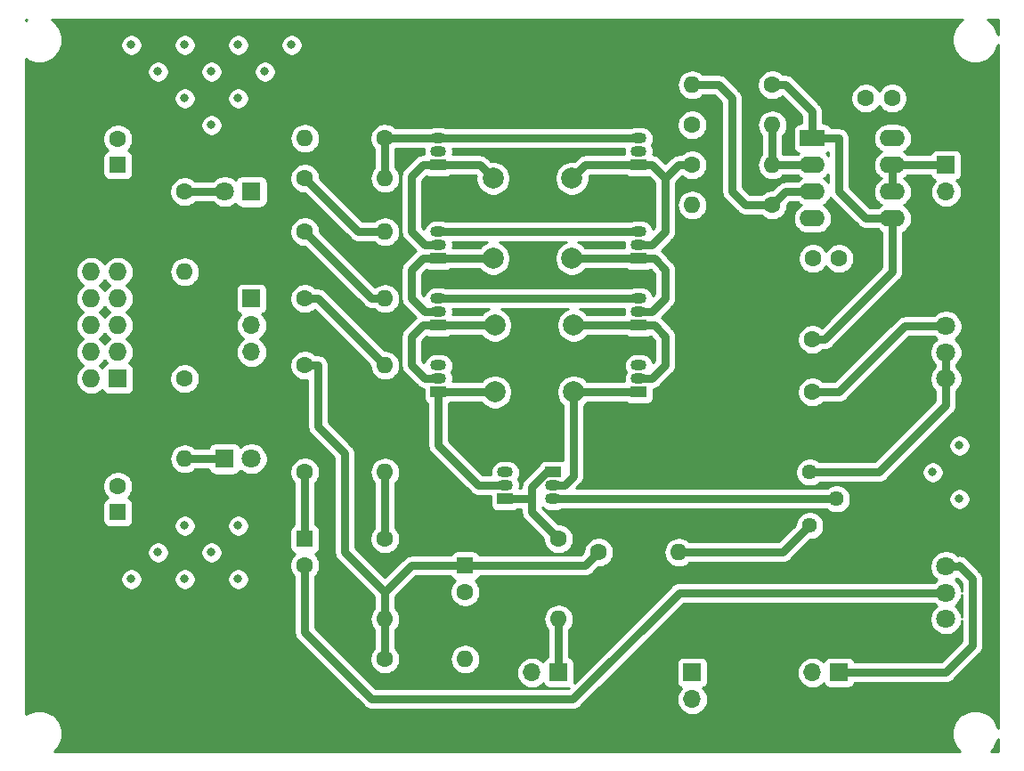
<source format=gtl>
G04 #@! TF.GenerationSoftware,KiCad,Pcbnew,(5.1.4)-1*
G04 #@! TF.CreationDate,2020-05-05T08:35:14+09:00*
G04 #@! TF.ProjectId,TLF01_V2,544c4630-315f-4563-922e-6b696361645f,rev?*
G04 #@! TF.SameCoordinates,Original*
G04 #@! TF.FileFunction,Copper,L1,Top*
G04 #@! TF.FilePolarity,Positive*
%FSLAX46Y46*%
G04 Gerber Fmt 4.6, Leading zero omitted, Abs format (unit mm)*
G04 Created by KiCad (PCBNEW (5.1.4)-1) date 2020-05-05 08:35:14*
%MOMM*%
%LPD*%
G04 APERTURE LIST*
%ADD10R,1.500000X1.050000*%
%ADD11O,1.500000X1.050000*%
%ADD12C,1.800000*%
%ADD13C,1.600000*%
%ADD14O,1.600000X1.600000*%
%ADD15R,2.400000X1.600000*%
%ADD16O,2.400000X1.600000*%
%ADD17C,1.440000*%
%ADD18R,1.700000X1.700000*%
%ADD19O,1.700000X1.700000*%
%ADD20R,1.727200X1.727200*%
%ADD21O,1.727200X1.727200*%
%ADD22R,1.800000X1.800000*%
%ADD23C,2.000000*%
%ADD24R,1.600000X1.600000*%
%ADD25C,0.800000*%
%ADD26C,0.750000*%
%ADD27C,0.254000*%
G04 APERTURE END LIST*
D10*
X151892000Y-104140000D03*
D11*
X151892000Y-106680000D03*
X151892000Y-105410000D03*
D10*
X160020000Y-96520000D03*
D11*
X160020000Y-93980000D03*
X160020000Y-95250000D03*
D10*
X160020000Y-90170000D03*
D11*
X160020000Y-87630000D03*
X160020000Y-88900000D03*
D10*
X160020000Y-83820000D03*
D11*
X160020000Y-81280000D03*
X160020000Y-82550000D03*
D10*
X160020000Y-74930000D03*
D11*
X160020000Y-72390000D03*
X160020000Y-73660000D03*
D10*
X147320000Y-106680000D03*
D11*
X147320000Y-104140000D03*
X147320000Y-105410000D03*
D10*
X140970000Y-96520000D03*
D11*
X140970000Y-93980000D03*
X140970000Y-95250000D03*
D10*
X140970000Y-90170000D03*
D11*
X140970000Y-87630000D03*
X140970000Y-88900000D03*
D10*
X140970000Y-83820000D03*
D11*
X140970000Y-81280000D03*
X140970000Y-82550000D03*
D10*
X140970000Y-74930000D03*
D11*
X140970000Y-72390000D03*
X140970000Y-73660000D03*
D12*
X189230000Y-118110000D03*
X189230000Y-115610000D03*
X189230000Y-113110000D03*
D13*
X135890000Y-72390000D03*
D14*
X128270000Y-72390000D03*
D13*
X176530000Y-96520000D03*
X176530000Y-91520000D03*
D15*
X176530000Y-72390000D03*
D16*
X184150000Y-80010000D03*
X176530000Y-74930000D03*
X184150000Y-77470000D03*
X176530000Y-77470000D03*
X184150000Y-74930000D03*
X176530000Y-80010000D03*
X184150000Y-72390000D03*
D17*
X176276000Y-104140000D03*
X178816000Y-106680000D03*
X176276000Y-109220000D03*
D12*
X189230000Y-95250000D03*
X189230000Y-92750000D03*
X189230000Y-90250000D03*
D13*
X172720000Y-67310000D03*
D14*
X165100000Y-67310000D03*
D13*
X156210000Y-111760000D03*
D14*
X163830000Y-111760000D03*
D13*
X165100000Y-71120000D03*
D14*
X172720000Y-71120000D03*
D13*
X165100000Y-74930000D03*
D14*
X172720000Y-74930000D03*
D13*
X172720000Y-78740000D03*
D14*
X165100000Y-78740000D03*
D13*
X152400000Y-110490000D03*
D14*
X152400000Y-118110000D03*
D13*
X135890000Y-121920000D03*
D14*
X143510000Y-121920000D03*
D13*
X128270000Y-93980000D03*
D14*
X135890000Y-93980000D03*
D13*
X128270000Y-87630000D03*
D14*
X135890000Y-87630000D03*
D13*
X128270000Y-81280000D03*
D14*
X135890000Y-81280000D03*
D13*
X128270000Y-76200000D03*
D14*
X135890000Y-76200000D03*
D13*
X135890000Y-110490000D03*
D14*
X135890000Y-118110000D03*
D13*
X128270000Y-104140000D03*
D14*
X135890000Y-104140000D03*
D13*
X116840000Y-95250000D03*
D14*
X116840000Y-102870000D03*
D13*
X116840000Y-77470000D03*
D14*
X116840000Y-85090000D03*
D18*
X189230000Y-74930000D03*
D19*
X189230000Y-77470000D03*
D18*
X152400000Y-123190000D03*
D19*
X149860000Y-123190000D03*
D18*
X165100000Y-123190000D03*
D19*
X165100000Y-125730000D03*
D18*
X123190000Y-87630000D03*
D19*
X123190000Y-90170000D03*
X123190000Y-92710000D03*
D18*
X179070000Y-123190000D03*
D19*
X176530000Y-123190000D03*
D20*
X110490000Y-95250000D03*
D21*
X107950000Y-95250000D03*
X110490000Y-92710000D03*
X107950000Y-92710000D03*
X110490000Y-90170000D03*
X107950000Y-90170000D03*
X110490000Y-87630000D03*
X107950000Y-87630000D03*
X110490000Y-85090000D03*
X107950000Y-85090000D03*
D22*
X120650000Y-102870000D03*
D12*
X123190000Y-102870000D03*
D22*
X123190000Y-77470000D03*
D12*
X120650000Y-77470000D03*
D13*
X179070000Y-83820000D03*
X176570000Y-83820000D03*
X181610000Y-68580000D03*
X184110000Y-68580000D03*
D23*
X153840000Y-96520000D03*
X146340000Y-96520000D03*
X153840000Y-90170000D03*
X146340000Y-90170000D03*
X153670000Y-83820000D03*
X146170000Y-83820000D03*
X153670000Y-76200000D03*
X146170000Y-76200000D03*
D24*
X143510000Y-113030000D03*
D13*
X143510000Y-115530000D03*
D24*
X128270000Y-110490000D03*
D13*
X128270000Y-112990000D03*
D24*
X110490000Y-107950000D03*
D13*
X110490000Y-105450000D03*
D24*
X110490000Y-74930000D03*
D13*
X110490000Y-72430000D03*
D25*
X111760000Y-114300000D03*
X116840000Y-114300000D03*
X116840000Y-63500000D03*
X121920000Y-63500000D03*
X127000000Y-63500000D03*
X116840000Y-68580000D03*
X121920000Y-68580000D03*
X119380000Y-71120000D03*
X119380000Y-66040000D03*
X124460000Y-66040000D03*
X114300000Y-66040000D03*
X111760000Y-63500000D03*
X190500000Y-101600000D03*
X190500000Y-106680000D03*
X187960000Y-104140000D03*
X114300000Y-111760000D03*
X116840000Y-109220000D03*
X119380000Y-111760000D03*
X121920000Y-114300000D03*
X121920000Y-109220000D03*
D26*
X184110000Y-72350000D02*
X184150000Y-72390000D01*
X176530000Y-83780000D02*
X176570000Y-83820000D01*
X189230000Y-115610000D02*
X163870000Y-115610000D01*
X163870000Y-115610000D02*
X153750000Y-125730000D01*
X153750000Y-125730000D02*
X134620000Y-125730000D01*
X128270000Y-119380000D02*
X128270000Y-112990000D01*
X134620000Y-125730000D02*
X128270000Y-119380000D01*
X128270000Y-110490000D02*
X128270000Y-104140000D01*
X154940000Y-113030000D02*
X156210000Y-111760000D01*
X143510000Y-113030000D02*
X154940000Y-113030000D01*
X135890000Y-118110000D02*
X135890000Y-121920000D01*
X135890000Y-118110000D02*
X135890000Y-115570000D01*
X138430000Y-113030000D02*
X143510000Y-113030000D01*
X135890000Y-115570000D02*
X138430000Y-113030000D01*
X128270000Y-93980000D02*
X129540000Y-93980000D01*
X129540000Y-99825002D02*
X132080000Y-102365002D01*
X129540000Y-93980000D02*
X129540000Y-99825002D01*
X132080000Y-102365002D02*
X132080000Y-111760000D01*
X132080000Y-111760000D02*
X135890000Y-115570000D01*
X139470000Y-74930000D02*
X140970000Y-74930000D01*
X138430000Y-75970000D02*
X139470000Y-74930000D01*
X138430000Y-81280000D02*
X138430000Y-75970000D01*
X139700000Y-82550000D02*
X138430000Y-81280000D01*
X140970000Y-82550000D02*
X139700000Y-82550000D01*
X144900000Y-74930000D02*
X146170000Y-76200000D01*
X140970000Y-74930000D02*
X144900000Y-74930000D01*
X160020000Y-82550000D02*
X161290000Y-82550000D01*
X161290000Y-82550000D02*
X162560000Y-81280000D01*
X162560000Y-81280000D02*
X162560000Y-76200000D01*
X162560000Y-76200000D02*
X161290000Y-74930000D01*
X161290000Y-74930000D02*
X160020000Y-74930000D01*
X163830000Y-74930000D02*
X162560000Y-76200000D01*
X165100000Y-74930000D02*
X163830000Y-74930000D01*
X154940000Y-74930000D02*
X153670000Y-76200000D01*
X160020000Y-74930000D02*
X154940000Y-74930000D01*
X146340000Y-83820000D02*
X140970000Y-83820000D01*
X139470000Y-83820000D02*
X140970000Y-83820000D01*
X138430000Y-84860000D02*
X139470000Y-83820000D01*
X138430000Y-87630000D02*
X138430000Y-84860000D01*
X139700000Y-88900000D02*
X138430000Y-87630000D01*
X140970000Y-88900000D02*
X139700000Y-88900000D01*
X153840000Y-83820000D02*
X160020000Y-83820000D01*
X161520000Y-83820000D02*
X160020000Y-83820000D01*
X162560000Y-84860000D02*
X161520000Y-83820000D01*
X162560000Y-87630000D02*
X162560000Y-84860000D01*
X161290000Y-88900000D02*
X162560000Y-87630000D01*
X160020000Y-88900000D02*
X161290000Y-88900000D01*
X146340000Y-90170000D02*
X140970000Y-90170000D01*
X139470000Y-90170000D02*
X140970000Y-90170000D01*
X138430000Y-91210000D02*
X139470000Y-90170000D01*
X138430000Y-93980000D02*
X138430000Y-91210000D01*
X139700000Y-95250000D02*
X138430000Y-93980000D01*
X140970000Y-95250000D02*
X139700000Y-95250000D01*
X153840000Y-90170000D02*
X160020000Y-90170000D01*
X161520000Y-90170000D02*
X160020000Y-90170000D01*
X162560000Y-91210000D02*
X161520000Y-90170000D01*
X162560000Y-93980000D02*
X162560000Y-91210000D01*
X161290000Y-95250000D02*
X162560000Y-93980000D01*
X160020000Y-95250000D02*
X161290000Y-95250000D01*
X146340000Y-96520000D02*
X140970000Y-96520000D01*
X147320000Y-105410000D02*
X144780000Y-105410000D01*
X144780000Y-105410000D02*
X140970000Y-101600000D01*
X140970000Y-101600000D02*
X140970000Y-96520000D01*
X153840000Y-96520000D02*
X160020000Y-96520000D01*
X152932002Y-105410000D02*
X151892000Y-105410000D01*
X153840000Y-104502002D02*
X152932002Y-105410000D01*
X153840000Y-96520000D02*
X153840000Y-104502002D01*
X176530000Y-72390000D02*
X179070000Y-72390000D01*
X179070000Y-72390000D02*
X179070000Y-77470000D01*
X181610000Y-80010000D02*
X184150000Y-80010000D01*
X179070000Y-77470000D02*
X181610000Y-80010000D01*
X172720000Y-67310000D02*
X173990000Y-67310000D01*
X173990000Y-67310000D02*
X176530000Y-69850000D01*
X176530000Y-69850000D02*
X176530000Y-72390000D01*
X176530000Y-91520000D02*
X177720000Y-91520000D01*
X184150000Y-85090000D02*
X184150000Y-80010000D01*
X177720000Y-91520000D02*
X184150000Y-85090000D01*
X176530000Y-96520000D02*
X179070000Y-96520000D01*
X185340000Y-90250000D02*
X179070000Y-96520000D01*
X189230000Y-90250000D02*
X185340000Y-90250000D01*
X116840000Y-77470000D02*
X120650000Y-77470000D01*
X116840000Y-102870000D02*
X120650000Y-102870000D01*
X152400000Y-118110000D02*
X152400000Y-123190000D01*
X184150000Y-74930000D02*
X184150000Y-77470000D01*
X184150000Y-74930000D02*
X189230000Y-74930000D01*
X160020000Y-72390000D02*
X140970000Y-72390000D01*
X140970000Y-72390000D02*
X135890000Y-72390000D01*
X135890000Y-72390000D02*
X135890000Y-76200000D01*
X160020000Y-81280000D02*
X140970000Y-81280000D01*
X133350000Y-81280000D02*
X135890000Y-81280000D01*
X128270000Y-76200000D02*
X133350000Y-81280000D01*
X160020000Y-87630000D02*
X140970000Y-87630000D01*
X134620000Y-87630000D02*
X135890000Y-87630000D01*
X128270000Y-81280000D02*
X134620000Y-87630000D01*
X129540000Y-87630000D02*
X135890000Y-93980000D01*
X128270000Y-87630000D02*
X129540000Y-87630000D01*
X151227580Y-104140000D02*
X151892000Y-104140000D01*
X148590000Y-106680000D02*
X148336000Y-106680000D01*
X147320000Y-106680000D02*
X148336000Y-106680000D01*
X148336000Y-106680000D02*
X148687580Y-106680000D01*
X151227580Y-104140000D02*
X149860000Y-105507580D01*
X149860000Y-107950000D02*
X152400000Y-110490000D01*
X148336000Y-106680000D02*
X149860000Y-106680000D01*
X149860000Y-105507580D02*
X149860000Y-106680000D01*
X149860000Y-106680000D02*
X149860000Y-107950000D01*
X135890000Y-104140000D02*
X135890000Y-110490000D01*
X151892000Y-106680000D02*
X178816000Y-106680000D01*
X173990000Y-77470000D02*
X172720000Y-78740000D01*
X176530000Y-77470000D02*
X173990000Y-77470000D01*
X165100000Y-67310000D02*
X167640000Y-67310000D01*
X167640000Y-67310000D02*
X168910000Y-68580000D01*
X168910000Y-68580000D02*
X168910000Y-77470000D01*
X168910000Y-77470000D02*
X170180000Y-78740000D01*
X170180000Y-78740000D02*
X172720000Y-78740000D01*
X172720000Y-71120000D02*
X172720000Y-74930000D01*
X172720000Y-74930000D02*
X176530000Y-74930000D01*
X173736000Y-111760000D02*
X176276000Y-109220000D01*
X163830000Y-111760000D02*
X173736000Y-111760000D01*
X179070000Y-123190000D02*
X189230000Y-123190000D01*
X189230000Y-123190000D02*
X191770000Y-120650000D01*
X191770000Y-120650000D02*
X191770000Y-114300000D01*
X191770000Y-114300000D02*
X190500000Y-113030000D01*
X190420000Y-113110000D02*
X189230000Y-113110000D01*
X190500000Y-113030000D02*
X190420000Y-113110000D01*
X189230000Y-97790000D02*
X189230000Y-95250000D01*
X176276000Y-104140000D02*
X182880000Y-104140000D01*
X182880000Y-104140000D02*
X189230000Y-97790000D01*
X189230000Y-92750000D02*
X189230000Y-95250000D01*
D27*
G36*
X194183000Y-130683000D02*
G01*
X193477767Y-130683000D01*
X193736038Y-130424729D01*
X193980631Y-130058669D01*
X194149110Y-129651925D01*
X194183000Y-129481549D01*
X194183000Y-130683000D01*
X194183000Y-130683000D01*
G37*
X194183000Y-130683000D02*
X193477767Y-130683000D01*
X193736038Y-130424729D01*
X193980631Y-130058669D01*
X194149110Y-129651925D01*
X194183000Y-129481549D01*
X194183000Y-130683000D01*
G36*
X190575271Y-61263962D02*
G01*
X190263962Y-61575271D01*
X190019369Y-61941331D01*
X189850890Y-62348075D01*
X189765000Y-62779872D01*
X189765000Y-63220128D01*
X189850890Y-63651925D01*
X190019369Y-64058669D01*
X190263962Y-64424729D01*
X190575271Y-64736038D01*
X190941331Y-64980631D01*
X191348075Y-65149110D01*
X191779872Y-65235000D01*
X192220128Y-65235000D01*
X192651925Y-65149110D01*
X193058669Y-64980631D01*
X193424729Y-64736038D01*
X193736038Y-64424729D01*
X193980631Y-64058669D01*
X194149110Y-63651925D01*
X194183000Y-63481549D01*
X194183000Y-128518451D01*
X194149110Y-128348075D01*
X193980631Y-127941331D01*
X193736038Y-127575271D01*
X193424729Y-127263962D01*
X193058669Y-127019369D01*
X192651925Y-126850890D01*
X192220128Y-126765000D01*
X191779872Y-126765000D01*
X191348075Y-126850890D01*
X190941331Y-127019369D01*
X190575271Y-127263962D01*
X190263962Y-127575271D01*
X190019369Y-127941331D01*
X189850890Y-128348075D01*
X189765000Y-128779872D01*
X189765000Y-129220128D01*
X189850890Y-129651925D01*
X190019369Y-130058669D01*
X190263962Y-130424729D01*
X190522233Y-130683000D01*
X104477767Y-130683000D01*
X104736038Y-130424729D01*
X104980631Y-130058669D01*
X105149110Y-129651925D01*
X105235000Y-129220128D01*
X105235000Y-128779872D01*
X105149110Y-128348075D01*
X104980631Y-127941331D01*
X104736038Y-127575271D01*
X104424729Y-127263962D01*
X104058669Y-127019369D01*
X103651925Y-126850890D01*
X103220128Y-126765000D01*
X102779872Y-126765000D01*
X102348075Y-126850890D01*
X101941331Y-127019369D01*
X101727000Y-127162580D01*
X101727000Y-114198061D01*
X110725000Y-114198061D01*
X110725000Y-114401939D01*
X110764774Y-114601898D01*
X110842795Y-114790256D01*
X110956063Y-114959774D01*
X111100226Y-115103937D01*
X111269744Y-115217205D01*
X111458102Y-115295226D01*
X111658061Y-115335000D01*
X111861939Y-115335000D01*
X112061898Y-115295226D01*
X112250256Y-115217205D01*
X112419774Y-115103937D01*
X112563937Y-114959774D01*
X112677205Y-114790256D01*
X112755226Y-114601898D01*
X112795000Y-114401939D01*
X112795000Y-114198061D01*
X115805000Y-114198061D01*
X115805000Y-114401939D01*
X115844774Y-114601898D01*
X115922795Y-114790256D01*
X116036063Y-114959774D01*
X116180226Y-115103937D01*
X116349744Y-115217205D01*
X116538102Y-115295226D01*
X116738061Y-115335000D01*
X116941939Y-115335000D01*
X117141898Y-115295226D01*
X117330256Y-115217205D01*
X117499774Y-115103937D01*
X117643937Y-114959774D01*
X117757205Y-114790256D01*
X117835226Y-114601898D01*
X117875000Y-114401939D01*
X117875000Y-114198061D01*
X120885000Y-114198061D01*
X120885000Y-114401939D01*
X120924774Y-114601898D01*
X121002795Y-114790256D01*
X121116063Y-114959774D01*
X121260226Y-115103937D01*
X121429744Y-115217205D01*
X121618102Y-115295226D01*
X121818061Y-115335000D01*
X122021939Y-115335000D01*
X122221898Y-115295226D01*
X122410256Y-115217205D01*
X122579774Y-115103937D01*
X122723937Y-114959774D01*
X122837205Y-114790256D01*
X122915226Y-114601898D01*
X122955000Y-114401939D01*
X122955000Y-114198061D01*
X122915226Y-113998102D01*
X122837205Y-113809744D01*
X122723937Y-113640226D01*
X122579774Y-113496063D01*
X122410256Y-113382795D01*
X122221898Y-113304774D01*
X122021939Y-113265000D01*
X121818061Y-113265000D01*
X121618102Y-113304774D01*
X121429744Y-113382795D01*
X121260226Y-113496063D01*
X121116063Y-113640226D01*
X121002795Y-113809744D01*
X120924774Y-113998102D01*
X120885000Y-114198061D01*
X117875000Y-114198061D01*
X117835226Y-113998102D01*
X117757205Y-113809744D01*
X117643937Y-113640226D01*
X117499774Y-113496063D01*
X117330256Y-113382795D01*
X117141898Y-113304774D01*
X116941939Y-113265000D01*
X116738061Y-113265000D01*
X116538102Y-113304774D01*
X116349744Y-113382795D01*
X116180226Y-113496063D01*
X116036063Y-113640226D01*
X115922795Y-113809744D01*
X115844774Y-113998102D01*
X115805000Y-114198061D01*
X112795000Y-114198061D01*
X112755226Y-113998102D01*
X112677205Y-113809744D01*
X112563937Y-113640226D01*
X112419774Y-113496063D01*
X112250256Y-113382795D01*
X112061898Y-113304774D01*
X111861939Y-113265000D01*
X111658061Y-113265000D01*
X111458102Y-113304774D01*
X111269744Y-113382795D01*
X111100226Y-113496063D01*
X110956063Y-113640226D01*
X110842795Y-113809744D01*
X110764774Y-113998102D01*
X110725000Y-114198061D01*
X101727000Y-114198061D01*
X101727000Y-111658061D01*
X113265000Y-111658061D01*
X113265000Y-111861939D01*
X113304774Y-112061898D01*
X113382795Y-112250256D01*
X113496063Y-112419774D01*
X113640226Y-112563937D01*
X113809744Y-112677205D01*
X113998102Y-112755226D01*
X114198061Y-112795000D01*
X114401939Y-112795000D01*
X114601898Y-112755226D01*
X114790256Y-112677205D01*
X114959774Y-112563937D01*
X115103937Y-112419774D01*
X115217205Y-112250256D01*
X115295226Y-112061898D01*
X115335000Y-111861939D01*
X115335000Y-111658061D01*
X118345000Y-111658061D01*
X118345000Y-111861939D01*
X118384774Y-112061898D01*
X118462795Y-112250256D01*
X118576063Y-112419774D01*
X118720226Y-112563937D01*
X118889744Y-112677205D01*
X119078102Y-112755226D01*
X119278061Y-112795000D01*
X119481939Y-112795000D01*
X119681898Y-112755226D01*
X119870256Y-112677205D01*
X120039774Y-112563937D01*
X120183937Y-112419774D01*
X120297205Y-112250256D01*
X120375226Y-112061898D01*
X120415000Y-111861939D01*
X120415000Y-111658061D01*
X120375226Y-111458102D01*
X120297205Y-111269744D01*
X120183937Y-111100226D01*
X120039774Y-110956063D01*
X119870256Y-110842795D01*
X119681898Y-110764774D01*
X119481939Y-110725000D01*
X119278061Y-110725000D01*
X119078102Y-110764774D01*
X118889744Y-110842795D01*
X118720226Y-110956063D01*
X118576063Y-111100226D01*
X118462795Y-111269744D01*
X118384774Y-111458102D01*
X118345000Y-111658061D01*
X115335000Y-111658061D01*
X115295226Y-111458102D01*
X115217205Y-111269744D01*
X115103937Y-111100226D01*
X114959774Y-110956063D01*
X114790256Y-110842795D01*
X114601898Y-110764774D01*
X114401939Y-110725000D01*
X114198061Y-110725000D01*
X113998102Y-110764774D01*
X113809744Y-110842795D01*
X113640226Y-110956063D01*
X113496063Y-111100226D01*
X113382795Y-111269744D01*
X113304774Y-111458102D01*
X113265000Y-111658061D01*
X101727000Y-111658061D01*
X101727000Y-107150000D01*
X109051928Y-107150000D01*
X109051928Y-108750000D01*
X109064188Y-108874482D01*
X109100498Y-108994180D01*
X109159463Y-109104494D01*
X109238815Y-109201185D01*
X109335506Y-109280537D01*
X109445820Y-109339502D01*
X109565518Y-109375812D01*
X109690000Y-109388072D01*
X111290000Y-109388072D01*
X111414482Y-109375812D01*
X111534180Y-109339502D01*
X111644494Y-109280537D01*
X111741185Y-109201185D01*
X111809402Y-109118061D01*
X115805000Y-109118061D01*
X115805000Y-109321939D01*
X115844774Y-109521898D01*
X115922795Y-109710256D01*
X116036063Y-109879774D01*
X116180226Y-110023937D01*
X116349744Y-110137205D01*
X116538102Y-110215226D01*
X116738061Y-110255000D01*
X116941939Y-110255000D01*
X117141898Y-110215226D01*
X117330256Y-110137205D01*
X117499774Y-110023937D01*
X117643937Y-109879774D01*
X117757205Y-109710256D01*
X117835226Y-109521898D01*
X117875000Y-109321939D01*
X117875000Y-109118061D01*
X120885000Y-109118061D01*
X120885000Y-109321939D01*
X120924774Y-109521898D01*
X121002795Y-109710256D01*
X121116063Y-109879774D01*
X121260226Y-110023937D01*
X121429744Y-110137205D01*
X121618102Y-110215226D01*
X121818061Y-110255000D01*
X122021939Y-110255000D01*
X122221898Y-110215226D01*
X122410256Y-110137205D01*
X122579774Y-110023937D01*
X122723937Y-109879774D01*
X122837205Y-109710256D01*
X122845595Y-109690000D01*
X126831928Y-109690000D01*
X126831928Y-111290000D01*
X126844188Y-111414482D01*
X126880498Y-111534180D01*
X126939463Y-111644494D01*
X127018815Y-111741185D01*
X127115506Y-111820537D01*
X127225820Y-111879502D01*
X127321943Y-111908661D01*
X127155363Y-112075241D01*
X126998320Y-112310273D01*
X126890147Y-112571426D01*
X126835000Y-112848665D01*
X126835000Y-113131335D01*
X126890147Y-113408574D01*
X126998320Y-113669727D01*
X127155363Y-113904759D01*
X127260001Y-114009397D01*
X127260000Y-119330392D01*
X127255114Y-119380000D01*
X127274615Y-119577994D01*
X127332368Y-119768379D01*
X127426153Y-119943840D01*
X127552367Y-120097633D01*
X127590906Y-120129261D01*
X133870739Y-126409094D01*
X133902367Y-126447633D01*
X134056160Y-126573847D01*
X134231620Y-126667632D01*
X134422006Y-126725385D01*
X134570392Y-126740000D01*
X134570394Y-126740000D01*
X134619999Y-126744886D01*
X134669604Y-126740000D01*
X153700392Y-126740000D01*
X153750000Y-126744886D01*
X153947994Y-126725385D01*
X153947997Y-126725384D01*
X154138380Y-126667632D01*
X154313840Y-126573847D01*
X154467633Y-126447633D01*
X154499261Y-126409094D01*
X155178355Y-125730000D01*
X163607815Y-125730000D01*
X163636487Y-126021111D01*
X163721401Y-126301034D01*
X163859294Y-126559014D01*
X164044866Y-126785134D01*
X164270986Y-126970706D01*
X164528966Y-127108599D01*
X164808889Y-127193513D01*
X165027050Y-127215000D01*
X165172950Y-127215000D01*
X165391111Y-127193513D01*
X165671034Y-127108599D01*
X165929014Y-126970706D01*
X166155134Y-126785134D01*
X166340706Y-126559014D01*
X166478599Y-126301034D01*
X166563513Y-126021111D01*
X166592185Y-125730000D01*
X166563513Y-125438889D01*
X166478599Y-125158966D01*
X166340706Y-124900986D01*
X166155134Y-124674866D01*
X166125313Y-124650393D01*
X166194180Y-124629502D01*
X166304494Y-124570537D01*
X166401185Y-124491185D01*
X166480537Y-124394494D01*
X166539502Y-124284180D01*
X166575812Y-124164482D01*
X166588072Y-124040000D01*
X166588072Y-122340000D01*
X166575812Y-122215518D01*
X166539502Y-122095820D01*
X166480537Y-121985506D01*
X166401185Y-121888815D01*
X166304494Y-121809463D01*
X166194180Y-121750498D01*
X166074482Y-121714188D01*
X165950000Y-121701928D01*
X164250000Y-121701928D01*
X164125518Y-121714188D01*
X164005820Y-121750498D01*
X163895506Y-121809463D01*
X163798815Y-121888815D01*
X163719463Y-121985506D01*
X163660498Y-122095820D01*
X163624188Y-122215518D01*
X163611928Y-122340000D01*
X163611928Y-124040000D01*
X163624188Y-124164482D01*
X163660498Y-124284180D01*
X163719463Y-124394494D01*
X163798815Y-124491185D01*
X163895506Y-124570537D01*
X164005820Y-124629502D01*
X164074687Y-124650393D01*
X164044866Y-124674866D01*
X163859294Y-124900986D01*
X163721401Y-125158966D01*
X163636487Y-125438889D01*
X163607815Y-125730000D01*
X155178355Y-125730000D01*
X164288355Y-116620000D01*
X188069183Y-116620000D01*
X188251495Y-116802312D01*
X188337831Y-116860000D01*
X188251495Y-116917688D01*
X188037688Y-117131495D01*
X187869701Y-117382905D01*
X187753989Y-117662257D01*
X187695000Y-117958816D01*
X187695000Y-118261184D01*
X187753989Y-118557743D01*
X187869701Y-118837095D01*
X188037688Y-119088505D01*
X188251495Y-119302312D01*
X188502905Y-119470299D01*
X188782257Y-119586011D01*
X189078816Y-119645000D01*
X189381184Y-119645000D01*
X189677743Y-119586011D01*
X189957095Y-119470299D01*
X190208505Y-119302312D01*
X190422312Y-119088505D01*
X190590299Y-118837095D01*
X190706011Y-118557743D01*
X190760000Y-118286319D01*
X190760000Y-120231644D01*
X188811645Y-122180000D01*
X180535038Y-122180000D01*
X180509502Y-122095820D01*
X180450537Y-121985506D01*
X180371185Y-121888815D01*
X180274494Y-121809463D01*
X180164180Y-121750498D01*
X180044482Y-121714188D01*
X179920000Y-121701928D01*
X178220000Y-121701928D01*
X178095518Y-121714188D01*
X177975820Y-121750498D01*
X177865506Y-121809463D01*
X177768815Y-121888815D01*
X177689463Y-121985506D01*
X177630498Y-122095820D01*
X177609607Y-122164687D01*
X177585134Y-122134866D01*
X177359014Y-121949294D01*
X177101034Y-121811401D01*
X176821111Y-121726487D01*
X176602950Y-121705000D01*
X176457050Y-121705000D01*
X176238889Y-121726487D01*
X175958966Y-121811401D01*
X175700986Y-121949294D01*
X175474866Y-122134866D01*
X175289294Y-122360986D01*
X175151401Y-122618966D01*
X175066487Y-122898889D01*
X175037815Y-123190000D01*
X175066487Y-123481111D01*
X175151401Y-123761034D01*
X175289294Y-124019014D01*
X175474866Y-124245134D01*
X175700986Y-124430706D01*
X175958966Y-124568599D01*
X176238889Y-124653513D01*
X176457050Y-124675000D01*
X176602950Y-124675000D01*
X176821111Y-124653513D01*
X177101034Y-124568599D01*
X177359014Y-124430706D01*
X177585134Y-124245134D01*
X177609607Y-124215313D01*
X177630498Y-124284180D01*
X177689463Y-124394494D01*
X177768815Y-124491185D01*
X177865506Y-124570537D01*
X177975820Y-124629502D01*
X178095518Y-124665812D01*
X178220000Y-124678072D01*
X179920000Y-124678072D01*
X180044482Y-124665812D01*
X180164180Y-124629502D01*
X180274494Y-124570537D01*
X180371185Y-124491185D01*
X180450537Y-124394494D01*
X180509502Y-124284180D01*
X180535038Y-124200000D01*
X189180392Y-124200000D01*
X189230000Y-124204886D01*
X189427994Y-124185385D01*
X189496902Y-124164482D01*
X189618380Y-124127632D01*
X189793840Y-124033847D01*
X189947633Y-123907633D01*
X189979261Y-123869094D01*
X192449100Y-121399256D01*
X192487633Y-121367633D01*
X192613847Y-121213840D01*
X192707632Y-121038380D01*
X192765385Y-120847994D01*
X192780000Y-120699608D01*
X192780000Y-120699606D01*
X192784886Y-120650001D01*
X192780000Y-120600396D01*
X192780000Y-114349604D01*
X192784886Y-114299999D01*
X192779932Y-114249701D01*
X192765385Y-114102006D01*
X192707632Y-113911620D01*
X192613847Y-113736160D01*
X192487633Y-113582367D01*
X192449094Y-113550739D01*
X191249252Y-112350897D01*
X191217632Y-112312368D01*
X191179103Y-112280748D01*
X191179099Y-112280744D01*
X191063840Y-112186154D01*
X190888379Y-112092368D01*
X190697994Y-112034615D01*
X190500000Y-112015114D01*
X190499999Y-112015114D01*
X190482247Y-112016863D01*
X190323332Y-112032515D01*
X190208505Y-111917688D01*
X189957095Y-111749701D01*
X189677743Y-111633989D01*
X189381184Y-111575000D01*
X189078816Y-111575000D01*
X188782257Y-111633989D01*
X188502905Y-111749701D01*
X188251495Y-111917688D01*
X188037688Y-112131495D01*
X187869701Y-112382905D01*
X187753989Y-112662257D01*
X187695000Y-112958816D01*
X187695000Y-113261184D01*
X187753989Y-113557743D01*
X187869701Y-113837095D01*
X188037688Y-114088505D01*
X188251495Y-114302312D01*
X188337831Y-114360000D01*
X188251495Y-114417688D01*
X188069183Y-114600000D01*
X163919604Y-114600000D01*
X163869999Y-114595114D01*
X163820394Y-114600000D01*
X163820392Y-114600000D01*
X163672006Y-114614615D01*
X163481620Y-114672368D01*
X163306160Y-114766153D01*
X163152367Y-114892367D01*
X163120739Y-114930906D01*
X153870869Y-124180776D01*
X153875812Y-124164482D01*
X153888072Y-124040000D01*
X153888072Y-122340000D01*
X153875812Y-122215518D01*
X153839502Y-122095820D01*
X153780537Y-121985506D01*
X153701185Y-121888815D01*
X153604494Y-121809463D01*
X153494180Y-121750498D01*
X153410000Y-121724962D01*
X153410000Y-119137493D01*
X153419608Y-119129608D01*
X153598932Y-118911101D01*
X153732182Y-118661808D01*
X153814236Y-118391309D01*
X153841943Y-118110000D01*
X153814236Y-117828691D01*
X153732182Y-117558192D01*
X153598932Y-117308899D01*
X153419608Y-117090392D01*
X153201101Y-116911068D01*
X152951808Y-116777818D01*
X152681309Y-116695764D01*
X152470492Y-116675000D01*
X152329508Y-116675000D01*
X152118691Y-116695764D01*
X151848192Y-116777818D01*
X151598899Y-116911068D01*
X151380392Y-117090392D01*
X151201068Y-117308899D01*
X151067818Y-117558192D01*
X150985764Y-117828691D01*
X150958057Y-118110000D01*
X150985764Y-118391309D01*
X151067818Y-118661808D01*
X151201068Y-118911101D01*
X151380392Y-119129608D01*
X151390000Y-119137493D01*
X151390001Y-121724962D01*
X151305820Y-121750498D01*
X151195506Y-121809463D01*
X151098815Y-121888815D01*
X151019463Y-121985506D01*
X150960498Y-122095820D01*
X150939607Y-122164687D01*
X150915134Y-122134866D01*
X150689014Y-121949294D01*
X150431034Y-121811401D01*
X150151111Y-121726487D01*
X149932950Y-121705000D01*
X149787050Y-121705000D01*
X149568889Y-121726487D01*
X149288966Y-121811401D01*
X149030986Y-121949294D01*
X148804866Y-122134866D01*
X148619294Y-122360986D01*
X148481401Y-122618966D01*
X148396487Y-122898889D01*
X148367815Y-123190000D01*
X148396487Y-123481111D01*
X148481401Y-123761034D01*
X148619294Y-124019014D01*
X148804866Y-124245134D01*
X149030986Y-124430706D01*
X149288966Y-124568599D01*
X149568889Y-124653513D01*
X149787050Y-124675000D01*
X149932950Y-124675000D01*
X150151111Y-124653513D01*
X150431034Y-124568599D01*
X150689014Y-124430706D01*
X150915134Y-124245134D01*
X150939607Y-124215313D01*
X150960498Y-124284180D01*
X151019463Y-124394494D01*
X151098815Y-124491185D01*
X151195506Y-124570537D01*
X151305820Y-124629502D01*
X151425518Y-124665812D01*
X151550000Y-124678072D01*
X153250000Y-124678072D01*
X153374482Y-124665812D01*
X153390776Y-124660869D01*
X153331645Y-124720000D01*
X135038355Y-124720000D01*
X129280000Y-118961645D01*
X129280000Y-114009396D01*
X129384637Y-113904759D01*
X129541680Y-113669727D01*
X129649853Y-113408574D01*
X129705000Y-113131335D01*
X129705000Y-112848665D01*
X129649853Y-112571426D01*
X129541680Y-112310273D01*
X129384637Y-112075241D01*
X129218057Y-111908661D01*
X129314180Y-111879502D01*
X129424494Y-111820537D01*
X129521185Y-111741185D01*
X129600537Y-111644494D01*
X129659502Y-111534180D01*
X129695812Y-111414482D01*
X129708072Y-111290000D01*
X129708072Y-109690000D01*
X129695812Y-109565518D01*
X129659502Y-109445820D01*
X129600537Y-109335506D01*
X129521185Y-109238815D01*
X129424494Y-109159463D01*
X129314180Y-109100498D01*
X129280000Y-109090130D01*
X129280000Y-105159396D01*
X129384637Y-105054759D01*
X129541680Y-104819727D01*
X129649853Y-104558574D01*
X129705000Y-104281335D01*
X129705000Y-103998665D01*
X129649853Y-103721426D01*
X129541680Y-103460273D01*
X129384637Y-103225241D01*
X129184759Y-103025363D01*
X128949727Y-102868320D01*
X128688574Y-102760147D01*
X128411335Y-102705000D01*
X128128665Y-102705000D01*
X127851426Y-102760147D01*
X127590273Y-102868320D01*
X127355241Y-103025363D01*
X127155363Y-103225241D01*
X126998320Y-103460273D01*
X126890147Y-103721426D01*
X126835000Y-103998665D01*
X126835000Y-104281335D01*
X126890147Y-104558574D01*
X126998320Y-104819727D01*
X127155363Y-105054759D01*
X127260001Y-105159397D01*
X127260000Y-109090130D01*
X127225820Y-109100498D01*
X127115506Y-109159463D01*
X127018815Y-109238815D01*
X126939463Y-109335506D01*
X126880498Y-109445820D01*
X126844188Y-109565518D01*
X126831928Y-109690000D01*
X122845595Y-109690000D01*
X122915226Y-109521898D01*
X122955000Y-109321939D01*
X122955000Y-109118061D01*
X122915226Y-108918102D01*
X122837205Y-108729744D01*
X122723937Y-108560226D01*
X122579774Y-108416063D01*
X122410256Y-108302795D01*
X122221898Y-108224774D01*
X122021939Y-108185000D01*
X121818061Y-108185000D01*
X121618102Y-108224774D01*
X121429744Y-108302795D01*
X121260226Y-108416063D01*
X121116063Y-108560226D01*
X121002795Y-108729744D01*
X120924774Y-108918102D01*
X120885000Y-109118061D01*
X117875000Y-109118061D01*
X117835226Y-108918102D01*
X117757205Y-108729744D01*
X117643937Y-108560226D01*
X117499774Y-108416063D01*
X117330256Y-108302795D01*
X117141898Y-108224774D01*
X116941939Y-108185000D01*
X116738061Y-108185000D01*
X116538102Y-108224774D01*
X116349744Y-108302795D01*
X116180226Y-108416063D01*
X116036063Y-108560226D01*
X115922795Y-108729744D01*
X115844774Y-108918102D01*
X115805000Y-109118061D01*
X111809402Y-109118061D01*
X111820537Y-109104494D01*
X111879502Y-108994180D01*
X111915812Y-108874482D01*
X111928072Y-108750000D01*
X111928072Y-107150000D01*
X111915812Y-107025518D01*
X111879502Y-106905820D01*
X111820537Y-106795506D01*
X111741185Y-106698815D01*
X111644494Y-106619463D01*
X111534180Y-106560498D01*
X111438057Y-106531339D01*
X111604637Y-106364759D01*
X111761680Y-106129727D01*
X111869853Y-105868574D01*
X111925000Y-105591335D01*
X111925000Y-105308665D01*
X111869853Y-105031426D01*
X111761680Y-104770273D01*
X111604637Y-104535241D01*
X111404759Y-104335363D01*
X111169727Y-104178320D01*
X110908574Y-104070147D01*
X110631335Y-104015000D01*
X110348665Y-104015000D01*
X110071426Y-104070147D01*
X109810273Y-104178320D01*
X109575241Y-104335363D01*
X109375363Y-104535241D01*
X109218320Y-104770273D01*
X109110147Y-105031426D01*
X109055000Y-105308665D01*
X109055000Y-105591335D01*
X109110147Y-105868574D01*
X109218320Y-106129727D01*
X109375363Y-106364759D01*
X109541943Y-106531339D01*
X109445820Y-106560498D01*
X109335506Y-106619463D01*
X109238815Y-106698815D01*
X109159463Y-106795506D01*
X109100498Y-106905820D01*
X109064188Y-107025518D01*
X109051928Y-107150000D01*
X101727000Y-107150000D01*
X101727000Y-102870000D01*
X115398057Y-102870000D01*
X115425764Y-103151309D01*
X115507818Y-103421808D01*
X115641068Y-103671101D01*
X115820392Y-103889608D01*
X116038899Y-104068932D01*
X116288192Y-104202182D01*
X116558691Y-104284236D01*
X116769508Y-104305000D01*
X116910492Y-104305000D01*
X117121309Y-104284236D01*
X117391808Y-104202182D01*
X117641101Y-104068932D01*
X117859608Y-103889608D01*
X117867493Y-103880000D01*
X119122762Y-103880000D01*
X119124188Y-103894482D01*
X119160498Y-104014180D01*
X119219463Y-104124494D01*
X119298815Y-104221185D01*
X119395506Y-104300537D01*
X119505820Y-104359502D01*
X119625518Y-104395812D01*
X119750000Y-104408072D01*
X121550000Y-104408072D01*
X121674482Y-104395812D01*
X121794180Y-104359502D01*
X121904494Y-104300537D01*
X122001185Y-104221185D01*
X122080537Y-104124494D01*
X122139502Y-104014180D01*
X122145056Y-103995873D01*
X122211495Y-104062312D01*
X122462905Y-104230299D01*
X122742257Y-104346011D01*
X123038816Y-104405000D01*
X123341184Y-104405000D01*
X123637743Y-104346011D01*
X123917095Y-104230299D01*
X124168505Y-104062312D01*
X124382312Y-103848505D01*
X124550299Y-103597095D01*
X124666011Y-103317743D01*
X124725000Y-103021184D01*
X124725000Y-102718816D01*
X124666011Y-102422257D01*
X124550299Y-102142905D01*
X124382312Y-101891495D01*
X124168505Y-101677688D01*
X123917095Y-101509701D01*
X123637743Y-101393989D01*
X123341184Y-101335000D01*
X123038816Y-101335000D01*
X122742257Y-101393989D01*
X122462905Y-101509701D01*
X122211495Y-101677688D01*
X122145056Y-101744127D01*
X122139502Y-101725820D01*
X122080537Y-101615506D01*
X122001185Y-101518815D01*
X121904494Y-101439463D01*
X121794180Y-101380498D01*
X121674482Y-101344188D01*
X121550000Y-101331928D01*
X119750000Y-101331928D01*
X119625518Y-101344188D01*
X119505820Y-101380498D01*
X119395506Y-101439463D01*
X119298815Y-101518815D01*
X119219463Y-101615506D01*
X119160498Y-101725820D01*
X119124188Y-101845518D01*
X119122762Y-101860000D01*
X117867493Y-101860000D01*
X117859608Y-101850392D01*
X117641101Y-101671068D01*
X117391808Y-101537818D01*
X117121309Y-101455764D01*
X116910492Y-101435000D01*
X116769508Y-101435000D01*
X116558691Y-101455764D01*
X116288192Y-101537818D01*
X116038899Y-101671068D01*
X115820392Y-101850392D01*
X115641068Y-102068899D01*
X115507818Y-102318192D01*
X115425764Y-102588691D01*
X115398057Y-102870000D01*
X101727000Y-102870000D01*
X101727000Y-85090000D01*
X106444149Y-85090000D01*
X106473084Y-85383777D01*
X106558775Y-85666264D01*
X106697931Y-85926606D01*
X106885203Y-86154797D01*
X107113394Y-86342069D01*
X107146940Y-86360000D01*
X107113394Y-86377931D01*
X106885203Y-86565203D01*
X106697931Y-86793394D01*
X106558775Y-87053736D01*
X106473084Y-87336223D01*
X106444149Y-87630000D01*
X106473084Y-87923777D01*
X106558775Y-88206264D01*
X106697931Y-88466606D01*
X106885203Y-88694797D01*
X107113394Y-88882069D01*
X107146940Y-88900000D01*
X107113394Y-88917931D01*
X106885203Y-89105203D01*
X106697931Y-89333394D01*
X106558775Y-89593736D01*
X106473084Y-89876223D01*
X106444149Y-90170000D01*
X106473084Y-90463777D01*
X106558775Y-90746264D01*
X106697931Y-91006606D01*
X106885203Y-91234797D01*
X107113394Y-91422069D01*
X107146940Y-91440000D01*
X107113394Y-91457931D01*
X106885203Y-91645203D01*
X106697931Y-91873394D01*
X106558775Y-92133736D01*
X106473084Y-92416223D01*
X106444149Y-92710000D01*
X106473084Y-93003777D01*
X106558775Y-93286264D01*
X106697931Y-93546606D01*
X106885203Y-93774797D01*
X107113394Y-93962069D01*
X107146940Y-93980000D01*
X107113394Y-93997931D01*
X106885203Y-94185203D01*
X106697931Y-94413394D01*
X106558775Y-94673736D01*
X106473084Y-94956223D01*
X106444149Y-95250000D01*
X106473084Y-95543777D01*
X106558775Y-95826264D01*
X106697931Y-96086606D01*
X106885203Y-96314797D01*
X107113394Y-96502069D01*
X107373736Y-96641225D01*
X107656223Y-96726916D01*
X107876381Y-96748600D01*
X108023619Y-96748600D01*
X108243777Y-96726916D01*
X108526264Y-96641225D01*
X108786606Y-96502069D01*
X109014797Y-96314797D01*
X109021414Y-96306735D01*
X109036898Y-96357780D01*
X109095863Y-96468094D01*
X109175215Y-96564785D01*
X109271906Y-96644137D01*
X109382220Y-96703102D01*
X109501918Y-96739412D01*
X109626400Y-96751672D01*
X111353600Y-96751672D01*
X111478082Y-96739412D01*
X111597780Y-96703102D01*
X111708094Y-96644137D01*
X111804785Y-96564785D01*
X111884137Y-96468094D01*
X111943102Y-96357780D01*
X111979412Y-96238082D01*
X111991672Y-96113600D01*
X111991672Y-95108665D01*
X115405000Y-95108665D01*
X115405000Y-95391335D01*
X115460147Y-95668574D01*
X115568320Y-95929727D01*
X115725363Y-96164759D01*
X115925241Y-96364637D01*
X116160273Y-96521680D01*
X116421426Y-96629853D01*
X116698665Y-96685000D01*
X116981335Y-96685000D01*
X117258574Y-96629853D01*
X117519727Y-96521680D01*
X117754759Y-96364637D01*
X117954637Y-96164759D01*
X118111680Y-95929727D01*
X118219853Y-95668574D01*
X118275000Y-95391335D01*
X118275000Y-95108665D01*
X118219853Y-94831426D01*
X118111680Y-94570273D01*
X117954637Y-94335241D01*
X117754759Y-94135363D01*
X117519727Y-93978320D01*
X117258574Y-93870147D01*
X116981335Y-93815000D01*
X116698665Y-93815000D01*
X116421426Y-93870147D01*
X116160273Y-93978320D01*
X115925241Y-94135363D01*
X115725363Y-94335241D01*
X115568320Y-94570273D01*
X115460147Y-94831426D01*
X115405000Y-95108665D01*
X111991672Y-95108665D01*
X111991672Y-94386400D01*
X111979412Y-94261918D01*
X111943102Y-94142220D01*
X111884137Y-94031906D01*
X111804785Y-93935215D01*
X111708094Y-93855863D01*
X111597780Y-93796898D01*
X111546735Y-93781414D01*
X111554797Y-93774797D01*
X111742069Y-93546606D01*
X111881225Y-93286264D01*
X111966916Y-93003777D01*
X111995851Y-92710000D01*
X111966916Y-92416223D01*
X111881225Y-92133736D01*
X111742069Y-91873394D01*
X111554797Y-91645203D01*
X111326606Y-91457931D01*
X111293060Y-91440000D01*
X111326606Y-91422069D01*
X111554797Y-91234797D01*
X111742069Y-91006606D01*
X111881225Y-90746264D01*
X111966916Y-90463777D01*
X111995851Y-90170000D01*
X121697815Y-90170000D01*
X121726487Y-90461111D01*
X121811401Y-90741034D01*
X121949294Y-90999014D01*
X122134866Y-91225134D01*
X122360986Y-91410706D01*
X122415791Y-91440000D01*
X122360986Y-91469294D01*
X122134866Y-91654866D01*
X121949294Y-91880986D01*
X121811401Y-92138966D01*
X121726487Y-92418889D01*
X121697815Y-92710000D01*
X121726487Y-93001111D01*
X121811401Y-93281034D01*
X121949294Y-93539014D01*
X122134866Y-93765134D01*
X122360986Y-93950706D01*
X122618966Y-94088599D01*
X122898889Y-94173513D01*
X123117050Y-94195000D01*
X123262950Y-94195000D01*
X123481111Y-94173513D01*
X123761034Y-94088599D01*
X124019014Y-93950706D01*
X124155536Y-93838665D01*
X126835000Y-93838665D01*
X126835000Y-94121335D01*
X126890147Y-94398574D01*
X126998320Y-94659727D01*
X127155363Y-94894759D01*
X127355241Y-95094637D01*
X127590273Y-95251680D01*
X127851426Y-95359853D01*
X128128665Y-95415000D01*
X128411335Y-95415000D01*
X128530000Y-95391396D01*
X128530001Y-99775384D01*
X128525114Y-99825002D01*
X128544615Y-100022996D01*
X128602368Y-100213381D01*
X128602369Y-100213382D01*
X128696154Y-100388842D01*
X128822368Y-100542635D01*
X128860901Y-100574258D01*
X131070000Y-102783358D01*
X131070001Y-111710382D01*
X131065114Y-111760000D01*
X131084615Y-111957994D01*
X131142368Y-112148379D01*
X131236154Y-112323840D01*
X131314885Y-112419774D01*
X131362368Y-112477633D01*
X131400901Y-112509256D01*
X134880001Y-115988357D01*
X134880000Y-117082507D01*
X134870392Y-117090392D01*
X134691068Y-117308899D01*
X134557818Y-117558192D01*
X134475764Y-117828691D01*
X134448057Y-118110000D01*
X134475764Y-118391309D01*
X134557818Y-118661808D01*
X134691068Y-118911101D01*
X134870392Y-119129608D01*
X134880000Y-119137493D01*
X134880001Y-120900603D01*
X134775363Y-121005241D01*
X134618320Y-121240273D01*
X134510147Y-121501426D01*
X134455000Y-121778665D01*
X134455000Y-122061335D01*
X134510147Y-122338574D01*
X134618320Y-122599727D01*
X134775363Y-122834759D01*
X134975241Y-123034637D01*
X135210273Y-123191680D01*
X135471426Y-123299853D01*
X135748665Y-123355000D01*
X136031335Y-123355000D01*
X136308574Y-123299853D01*
X136569727Y-123191680D01*
X136804759Y-123034637D01*
X137004637Y-122834759D01*
X137161680Y-122599727D01*
X137269853Y-122338574D01*
X137325000Y-122061335D01*
X137325000Y-121920000D01*
X142068057Y-121920000D01*
X142095764Y-122201309D01*
X142177818Y-122471808D01*
X142311068Y-122721101D01*
X142490392Y-122939608D01*
X142708899Y-123118932D01*
X142958192Y-123252182D01*
X143228691Y-123334236D01*
X143439508Y-123355000D01*
X143580492Y-123355000D01*
X143791309Y-123334236D01*
X144061808Y-123252182D01*
X144311101Y-123118932D01*
X144529608Y-122939608D01*
X144708932Y-122721101D01*
X144842182Y-122471808D01*
X144924236Y-122201309D01*
X144951943Y-121920000D01*
X144924236Y-121638691D01*
X144842182Y-121368192D01*
X144708932Y-121118899D01*
X144529608Y-120900392D01*
X144311101Y-120721068D01*
X144061808Y-120587818D01*
X143791309Y-120505764D01*
X143580492Y-120485000D01*
X143439508Y-120485000D01*
X143228691Y-120505764D01*
X142958192Y-120587818D01*
X142708899Y-120721068D01*
X142490392Y-120900392D01*
X142311068Y-121118899D01*
X142177818Y-121368192D01*
X142095764Y-121638691D01*
X142068057Y-121920000D01*
X137325000Y-121920000D01*
X137325000Y-121778665D01*
X137269853Y-121501426D01*
X137161680Y-121240273D01*
X137004637Y-121005241D01*
X136900000Y-120900604D01*
X136900000Y-119137493D01*
X136909608Y-119129608D01*
X137088932Y-118911101D01*
X137222182Y-118661808D01*
X137304236Y-118391309D01*
X137331943Y-118110000D01*
X137304236Y-117828691D01*
X137222182Y-117558192D01*
X137088932Y-117308899D01*
X136909608Y-117090392D01*
X136900000Y-117082507D01*
X136900000Y-115988355D01*
X138848356Y-114040000D01*
X142110130Y-114040000D01*
X142120498Y-114074180D01*
X142179463Y-114184494D01*
X142258815Y-114281185D01*
X142355506Y-114360537D01*
X142465820Y-114419502D01*
X142561943Y-114448661D01*
X142395363Y-114615241D01*
X142238320Y-114850273D01*
X142130147Y-115111426D01*
X142075000Y-115388665D01*
X142075000Y-115671335D01*
X142130147Y-115948574D01*
X142238320Y-116209727D01*
X142395363Y-116444759D01*
X142595241Y-116644637D01*
X142830273Y-116801680D01*
X143091426Y-116909853D01*
X143368665Y-116965000D01*
X143651335Y-116965000D01*
X143928574Y-116909853D01*
X144189727Y-116801680D01*
X144424759Y-116644637D01*
X144624637Y-116444759D01*
X144781680Y-116209727D01*
X144889853Y-115948574D01*
X144945000Y-115671335D01*
X144945000Y-115388665D01*
X144889853Y-115111426D01*
X144781680Y-114850273D01*
X144624637Y-114615241D01*
X144458057Y-114448661D01*
X144554180Y-114419502D01*
X144664494Y-114360537D01*
X144761185Y-114281185D01*
X144840537Y-114184494D01*
X144899502Y-114074180D01*
X144909870Y-114040000D01*
X154890392Y-114040000D01*
X154940000Y-114044886D01*
X155137994Y-114025385D01*
X155328380Y-113967632D01*
X155503840Y-113873847D01*
X155657633Y-113747633D01*
X155689261Y-113709094D01*
X156203355Y-113195000D01*
X156351335Y-113195000D01*
X156628574Y-113139853D01*
X156889727Y-113031680D01*
X157124759Y-112874637D01*
X157324637Y-112674759D01*
X157481680Y-112439727D01*
X157589853Y-112178574D01*
X157645000Y-111901335D01*
X157645000Y-111760000D01*
X162388057Y-111760000D01*
X162415764Y-112041309D01*
X162497818Y-112311808D01*
X162631068Y-112561101D01*
X162810392Y-112779608D01*
X163028899Y-112958932D01*
X163278192Y-113092182D01*
X163548691Y-113174236D01*
X163759508Y-113195000D01*
X163900492Y-113195000D01*
X164111309Y-113174236D01*
X164381808Y-113092182D01*
X164631101Y-112958932D01*
X164849608Y-112779608D01*
X164857493Y-112770000D01*
X173686392Y-112770000D01*
X173736000Y-112774886D01*
X173933994Y-112755385D01*
X173934518Y-112755226D01*
X174124380Y-112697632D01*
X174299840Y-112603847D01*
X174453633Y-112477633D01*
X174485261Y-112439094D01*
X176349356Y-110575000D01*
X176409456Y-110575000D01*
X176671239Y-110522928D01*
X176917833Y-110420785D01*
X177139762Y-110272497D01*
X177328497Y-110083762D01*
X177476785Y-109861833D01*
X177578928Y-109615239D01*
X177631000Y-109353456D01*
X177631000Y-109086544D01*
X177578928Y-108824761D01*
X177476785Y-108578167D01*
X177328497Y-108356238D01*
X177139762Y-108167503D01*
X176917833Y-108019215D01*
X176671239Y-107917072D01*
X176409456Y-107865000D01*
X176142544Y-107865000D01*
X175880761Y-107917072D01*
X175634167Y-108019215D01*
X175412238Y-108167503D01*
X175223503Y-108356238D01*
X175075215Y-108578167D01*
X174973072Y-108824761D01*
X174921000Y-109086544D01*
X174921000Y-109146644D01*
X173317645Y-110750000D01*
X164857493Y-110750000D01*
X164849608Y-110740392D01*
X164631101Y-110561068D01*
X164381808Y-110427818D01*
X164111309Y-110345764D01*
X163900492Y-110325000D01*
X163759508Y-110325000D01*
X163548691Y-110345764D01*
X163278192Y-110427818D01*
X163028899Y-110561068D01*
X162810392Y-110740392D01*
X162631068Y-110958899D01*
X162497818Y-111208192D01*
X162415764Y-111478691D01*
X162388057Y-111760000D01*
X157645000Y-111760000D01*
X157645000Y-111618665D01*
X157589853Y-111341426D01*
X157481680Y-111080273D01*
X157324637Y-110845241D01*
X157124759Y-110645363D01*
X156889727Y-110488320D01*
X156628574Y-110380147D01*
X156351335Y-110325000D01*
X156068665Y-110325000D01*
X155791426Y-110380147D01*
X155530273Y-110488320D01*
X155295241Y-110645363D01*
X155095363Y-110845241D01*
X154938320Y-111080273D01*
X154830147Y-111341426D01*
X154775000Y-111618665D01*
X154775000Y-111766645D01*
X154521645Y-112020000D01*
X144909870Y-112020000D01*
X144899502Y-111985820D01*
X144840537Y-111875506D01*
X144761185Y-111778815D01*
X144664494Y-111699463D01*
X144554180Y-111640498D01*
X144434482Y-111604188D01*
X144310000Y-111591928D01*
X142710000Y-111591928D01*
X142585518Y-111604188D01*
X142465820Y-111640498D01*
X142355506Y-111699463D01*
X142258815Y-111778815D01*
X142179463Y-111875506D01*
X142120498Y-111985820D01*
X142110130Y-112020000D01*
X138479604Y-112020000D01*
X138429999Y-112015114D01*
X138380394Y-112020000D01*
X138380392Y-112020000D01*
X138232006Y-112034615D01*
X138041620Y-112092368D01*
X137866160Y-112186153D01*
X137712367Y-112312367D01*
X137680744Y-112350900D01*
X135890000Y-114141644D01*
X133090000Y-111341645D01*
X133090000Y-104140000D01*
X134448057Y-104140000D01*
X134475764Y-104421309D01*
X134557818Y-104691808D01*
X134691068Y-104941101D01*
X134870392Y-105159608D01*
X134880000Y-105167493D01*
X134880001Y-109470603D01*
X134775363Y-109575241D01*
X134618320Y-109810273D01*
X134510147Y-110071426D01*
X134455000Y-110348665D01*
X134455000Y-110631335D01*
X134510147Y-110908574D01*
X134618320Y-111169727D01*
X134775363Y-111404759D01*
X134975241Y-111604637D01*
X135210273Y-111761680D01*
X135471426Y-111869853D01*
X135748665Y-111925000D01*
X136031335Y-111925000D01*
X136308574Y-111869853D01*
X136569727Y-111761680D01*
X136804759Y-111604637D01*
X137004637Y-111404759D01*
X137161680Y-111169727D01*
X137269853Y-110908574D01*
X137325000Y-110631335D01*
X137325000Y-110348665D01*
X137269853Y-110071426D01*
X137161680Y-109810273D01*
X137004637Y-109575241D01*
X136900000Y-109470604D01*
X136900000Y-105167493D01*
X136909608Y-105159608D01*
X137088932Y-104941101D01*
X137222182Y-104691808D01*
X137304236Y-104421309D01*
X137331943Y-104140000D01*
X137304236Y-103858691D01*
X137222182Y-103588192D01*
X137088932Y-103338899D01*
X136909608Y-103120392D01*
X136691101Y-102941068D01*
X136441808Y-102807818D01*
X136171309Y-102725764D01*
X135960492Y-102705000D01*
X135819508Y-102705000D01*
X135608691Y-102725764D01*
X135338192Y-102807818D01*
X135088899Y-102941068D01*
X134870392Y-103120392D01*
X134691068Y-103338899D01*
X134557818Y-103588192D01*
X134475764Y-103858691D01*
X134448057Y-104140000D01*
X133090000Y-104140000D01*
X133090000Y-102414606D01*
X133094886Y-102365001D01*
X133090000Y-102315394D01*
X133075385Y-102167008D01*
X133017632Y-101976622D01*
X132923847Y-101801162D01*
X132797633Y-101647369D01*
X132759100Y-101615746D01*
X130550000Y-99406647D01*
X130550000Y-94029607D01*
X130554886Y-93980000D01*
X130535385Y-93782006D01*
X130477632Y-93591620D01*
X130383847Y-93416160D01*
X130257633Y-93262367D01*
X130103840Y-93136153D01*
X129928380Y-93042368D01*
X129737994Y-92984615D01*
X129589608Y-92970000D01*
X129589607Y-92970000D01*
X129540000Y-92965114D01*
X129490392Y-92970000D01*
X129289396Y-92970000D01*
X129184759Y-92865363D01*
X128949727Y-92708320D01*
X128688574Y-92600147D01*
X128411335Y-92545000D01*
X128128665Y-92545000D01*
X127851426Y-92600147D01*
X127590273Y-92708320D01*
X127355241Y-92865363D01*
X127155363Y-93065241D01*
X126998320Y-93300273D01*
X126890147Y-93561426D01*
X126835000Y-93838665D01*
X124155536Y-93838665D01*
X124245134Y-93765134D01*
X124430706Y-93539014D01*
X124568599Y-93281034D01*
X124653513Y-93001111D01*
X124682185Y-92710000D01*
X124653513Y-92418889D01*
X124568599Y-92138966D01*
X124430706Y-91880986D01*
X124245134Y-91654866D01*
X124019014Y-91469294D01*
X123964209Y-91440000D01*
X124019014Y-91410706D01*
X124245134Y-91225134D01*
X124430706Y-90999014D01*
X124568599Y-90741034D01*
X124653513Y-90461111D01*
X124682185Y-90170000D01*
X124653513Y-89878889D01*
X124568599Y-89598966D01*
X124430706Y-89340986D01*
X124245134Y-89114866D01*
X124215313Y-89090393D01*
X124284180Y-89069502D01*
X124394494Y-89010537D01*
X124491185Y-88931185D01*
X124570537Y-88834494D01*
X124629502Y-88724180D01*
X124665812Y-88604482D01*
X124678072Y-88480000D01*
X124678072Y-87488665D01*
X126835000Y-87488665D01*
X126835000Y-87771335D01*
X126890147Y-88048574D01*
X126998320Y-88309727D01*
X127155363Y-88544759D01*
X127355241Y-88744637D01*
X127590273Y-88901680D01*
X127851426Y-89009853D01*
X128128665Y-89065000D01*
X128411335Y-89065000D01*
X128688574Y-89009853D01*
X128949727Y-88901680D01*
X129184759Y-88744637D01*
X129205521Y-88723876D01*
X134449275Y-93967630D01*
X134448057Y-93980000D01*
X134475764Y-94261309D01*
X134557818Y-94531808D01*
X134691068Y-94781101D01*
X134870392Y-94999608D01*
X135088899Y-95178932D01*
X135338192Y-95312182D01*
X135608691Y-95394236D01*
X135819508Y-95415000D01*
X135960492Y-95415000D01*
X136171309Y-95394236D01*
X136441808Y-95312182D01*
X136691101Y-95178932D01*
X136909608Y-94999608D01*
X137088932Y-94781101D01*
X137222182Y-94531808D01*
X137304236Y-94261309D01*
X137331943Y-93980000D01*
X137304236Y-93698691D01*
X137222182Y-93428192D01*
X137088932Y-93178899D01*
X136909608Y-92960392D01*
X136691101Y-92781068D01*
X136441808Y-92647818D01*
X136171309Y-92565764D01*
X135960492Y-92545000D01*
X135883355Y-92545000D01*
X130289261Y-86950906D01*
X130257633Y-86912367D01*
X130103840Y-86786153D01*
X129928380Y-86692368D01*
X129737994Y-86634615D01*
X129589608Y-86620000D01*
X129540000Y-86615114D01*
X129490392Y-86620000D01*
X129289396Y-86620000D01*
X129184759Y-86515363D01*
X128949727Y-86358320D01*
X128688574Y-86250147D01*
X128411335Y-86195000D01*
X128128665Y-86195000D01*
X127851426Y-86250147D01*
X127590273Y-86358320D01*
X127355241Y-86515363D01*
X127155363Y-86715241D01*
X126998320Y-86950273D01*
X126890147Y-87211426D01*
X126835000Y-87488665D01*
X124678072Y-87488665D01*
X124678072Y-86780000D01*
X124665812Y-86655518D01*
X124629502Y-86535820D01*
X124570537Y-86425506D01*
X124491185Y-86328815D01*
X124394494Y-86249463D01*
X124284180Y-86190498D01*
X124164482Y-86154188D01*
X124040000Y-86141928D01*
X122340000Y-86141928D01*
X122215518Y-86154188D01*
X122095820Y-86190498D01*
X121985506Y-86249463D01*
X121888815Y-86328815D01*
X121809463Y-86425506D01*
X121750498Y-86535820D01*
X121714188Y-86655518D01*
X121701928Y-86780000D01*
X121701928Y-88480000D01*
X121714188Y-88604482D01*
X121750498Y-88724180D01*
X121809463Y-88834494D01*
X121888815Y-88931185D01*
X121985506Y-89010537D01*
X122095820Y-89069502D01*
X122164687Y-89090393D01*
X122134866Y-89114866D01*
X121949294Y-89340986D01*
X121811401Y-89598966D01*
X121726487Y-89878889D01*
X121697815Y-90170000D01*
X111995851Y-90170000D01*
X111966916Y-89876223D01*
X111881225Y-89593736D01*
X111742069Y-89333394D01*
X111554797Y-89105203D01*
X111326606Y-88917931D01*
X111293060Y-88900000D01*
X111326606Y-88882069D01*
X111554797Y-88694797D01*
X111742069Y-88466606D01*
X111881225Y-88206264D01*
X111966916Y-87923777D01*
X111995851Y-87630000D01*
X111966916Y-87336223D01*
X111881225Y-87053736D01*
X111742069Y-86793394D01*
X111554797Y-86565203D01*
X111326606Y-86377931D01*
X111293060Y-86360000D01*
X111326606Y-86342069D01*
X111554797Y-86154797D01*
X111742069Y-85926606D01*
X111881225Y-85666264D01*
X111966916Y-85383777D01*
X111995851Y-85090000D01*
X115398057Y-85090000D01*
X115425764Y-85371309D01*
X115507818Y-85641808D01*
X115641068Y-85891101D01*
X115820392Y-86109608D01*
X116038899Y-86288932D01*
X116288192Y-86422182D01*
X116558691Y-86504236D01*
X116769508Y-86525000D01*
X116910492Y-86525000D01*
X117121309Y-86504236D01*
X117391808Y-86422182D01*
X117641101Y-86288932D01*
X117859608Y-86109608D01*
X118038932Y-85891101D01*
X118172182Y-85641808D01*
X118254236Y-85371309D01*
X118281943Y-85090000D01*
X118254236Y-84808691D01*
X118172182Y-84538192D01*
X118038932Y-84288899D01*
X117859608Y-84070392D01*
X117641101Y-83891068D01*
X117391808Y-83757818D01*
X117121309Y-83675764D01*
X116910492Y-83655000D01*
X116769508Y-83655000D01*
X116558691Y-83675764D01*
X116288192Y-83757818D01*
X116038899Y-83891068D01*
X115820392Y-84070392D01*
X115641068Y-84288899D01*
X115507818Y-84538192D01*
X115425764Y-84808691D01*
X115398057Y-85090000D01*
X111995851Y-85090000D01*
X111966916Y-84796223D01*
X111881225Y-84513736D01*
X111742069Y-84253394D01*
X111554797Y-84025203D01*
X111326606Y-83837931D01*
X111066264Y-83698775D01*
X110783777Y-83613084D01*
X110563619Y-83591400D01*
X110416381Y-83591400D01*
X110196223Y-83613084D01*
X109913736Y-83698775D01*
X109653394Y-83837931D01*
X109425203Y-84025203D01*
X109237931Y-84253394D01*
X109220000Y-84286940D01*
X109202069Y-84253394D01*
X109014797Y-84025203D01*
X108786606Y-83837931D01*
X108526264Y-83698775D01*
X108243777Y-83613084D01*
X108023619Y-83591400D01*
X107876381Y-83591400D01*
X107656223Y-83613084D01*
X107373736Y-83698775D01*
X107113394Y-83837931D01*
X106885203Y-84025203D01*
X106697931Y-84253394D01*
X106558775Y-84513736D01*
X106473084Y-84796223D01*
X106444149Y-85090000D01*
X101727000Y-85090000D01*
X101727000Y-81138665D01*
X126835000Y-81138665D01*
X126835000Y-81421335D01*
X126890147Y-81698574D01*
X126998320Y-81959727D01*
X127155363Y-82194759D01*
X127355241Y-82394637D01*
X127590273Y-82551680D01*
X127851426Y-82659853D01*
X128128665Y-82715000D01*
X128276645Y-82715000D01*
X133870739Y-88309094D01*
X133902367Y-88347633D01*
X134056160Y-88473847D01*
X134231620Y-88567632D01*
X134422006Y-88625385D01*
X134570392Y-88640000D01*
X134570394Y-88640000D01*
X134619999Y-88644886D01*
X134669604Y-88640000D01*
X134862507Y-88640000D01*
X134870392Y-88649608D01*
X135088899Y-88828932D01*
X135338192Y-88962182D01*
X135608691Y-89044236D01*
X135819508Y-89065000D01*
X135960492Y-89065000D01*
X136171309Y-89044236D01*
X136441808Y-88962182D01*
X136691101Y-88828932D01*
X136909608Y-88649608D01*
X137088932Y-88431101D01*
X137222182Y-88181808D01*
X137304236Y-87911309D01*
X137331943Y-87630000D01*
X137304236Y-87348691D01*
X137222182Y-87078192D01*
X137088932Y-86828899D01*
X136909608Y-86610392D01*
X136691101Y-86431068D01*
X136441808Y-86297818D01*
X136171309Y-86215764D01*
X135960492Y-86195000D01*
X135819508Y-86195000D01*
X135608691Y-86215764D01*
X135338192Y-86297818D01*
X135088899Y-86431068D01*
X134957368Y-86539013D01*
X129705000Y-81286645D01*
X129705000Y-81138665D01*
X129649853Y-80861426D01*
X129541680Y-80600273D01*
X129384637Y-80365241D01*
X129184759Y-80165363D01*
X128949727Y-80008320D01*
X128688574Y-79900147D01*
X128411335Y-79845000D01*
X128128665Y-79845000D01*
X127851426Y-79900147D01*
X127590273Y-80008320D01*
X127355241Y-80165363D01*
X127155363Y-80365241D01*
X126998320Y-80600273D01*
X126890147Y-80861426D01*
X126835000Y-81138665D01*
X101727000Y-81138665D01*
X101727000Y-77328665D01*
X115405000Y-77328665D01*
X115405000Y-77611335D01*
X115460147Y-77888574D01*
X115568320Y-78149727D01*
X115725363Y-78384759D01*
X115925241Y-78584637D01*
X116160273Y-78741680D01*
X116421426Y-78849853D01*
X116698665Y-78905000D01*
X116981335Y-78905000D01*
X117258574Y-78849853D01*
X117519727Y-78741680D01*
X117754759Y-78584637D01*
X117859396Y-78480000D01*
X119489183Y-78480000D01*
X119671495Y-78662312D01*
X119922905Y-78830299D01*
X120202257Y-78946011D01*
X120498816Y-79005000D01*
X120801184Y-79005000D01*
X121097743Y-78946011D01*
X121377095Y-78830299D01*
X121628505Y-78662312D01*
X121694944Y-78595873D01*
X121700498Y-78614180D01*
X121759463Y-78724494D01*
X121838815Y-78821185D01*
X121935506Y-78900537D01*
X122045820Y-78959502D01*
X122165518Y-78995812D01*
X122290000Y-79008072D01*
X124090000Y-79008072D01*
X124214482Y-78995812D01*
X124334180Y-78959502D01*
X124444494Y-78900537D01*
X124541185Y-78821185D01*
X124620537Y-78724494D01*
X124679502Y-78614180D01*
X124715812Y-78494482D01*
X124728072Y-78370000D01*
X124728072Y-76570000D01*
X124715812Y-76445518D01*
X124679502Y-76325820D01*
X124620537Y-76215506D01*
X124541185Y-76118815D01*
X124467892Y-76058665D01*
X126835000Y-76058665D01*
X126835000Y-76341335D01*
X126890147Y-76618574D01*
X126998320Y-76879727D01*
X127155363Y-77114759D01*
X127355241Y-77314637D01*
X127590273Y-77471680D01*
X127851426Y-77579853D01*
X128128665Y-77635000D01*
X128276645Y-77635000D01*
X132600743Y-81959099D01*
X132632367Y-81997633D01*
X132786160Y-82123847D01*
X132961620Y-82217632D01*
X133152005Y-82275385D01*
X133350000Y-82294886D01*
X133399608Y-82290000D01*
X134862507Y-82290000D01*
X134870392Y-82299608D01*
X135088899Y-82478932D01*
X135338192Y-82612182D01*
X135608691Y-82694236D01*
X135819508Y-82715000D01*
X135960492Y-82715000D01*
X136171309Y-82694236D01*
X136441808Y-82612182D01*
X136691101Y-82478932D01*
X136909608Y-82299608D01*
X137088932Y-82081101D01*
X137222182Y-81831808D01*
X137304236Y-81561309D01*
X137331943Y-81280000D01*
X137304236Y-80998691D01*
X137222182Y-80728192D01*
X137088932Y-80478899D01*
X136909608Y-80260392D01*
X136691101Y-80081068D01*
X136441808Y-79947818D01*
X136171309Y-79865764D01*
X135960492Y-79845000D01*
X135819508Y-79845000D01*
X135608691Y-79865764D01*
X135338192Y-79947818D01*
X135088899Y-80081068D01*
X134870392Y-80260392D01*
X134862507Y-80270000D01*
X133768356Y-80270000D01*
X129705000Y-76206645D01*
X129705000Y-76200000D01*
X134448057Y-76200000D01*
X134475764Y-76481309D01*
X134557818Y-76751808D01*
X134691068Y-77001101D01*
X134870392Y-77219608D01*
X135088899Y-77398932D01*
X135338192Y-77532182D01*
X135608691Y-77614236D01*
X135819508Y-77635000D01*
X135960492Y-77635000D01*
X136171309Y-77614236D01*
X136441808Y-77532182D01*
X136691101Y-77398932D01*
X136909608Y-77219608D01*
X137088932Y-77001101D01*
X137222182Y-76751808D01*
X137304236Y-76481309D01*
X137331943Y-76200000D01*
X137304236Y-75918691D01*
X137222182Y-75648192D01*
X137088932Y-75398899D01*
X136909608Y-75180392D01*
X136900000Y-75172507D01*
X136900000Y-73409396D01*
X136909396Y-73400000D01*
X139611674Y-73400000D01*
X139601785Y-73432600D01*
X139579388Y-73660000D01*
X139601785Y-73887400D01*
X139611674Y-73920000D01*
X139519604Y-73920000D01*
X139469999Y-73915114D01*
X139420394Y-73920000D01*
X139420392Y-73920000D01*
X139272006Y-73934615D01*
X139081620Y-73992368D01*
X138906160Y-74086153D01*
X138752367Y-74212367D01*
X138720739Y-74250906D01*
X137750901Y-75220744D01*
X137712368Y-75252367D01*
X137680745Y-75290900D01*
X137680744Y-75290901D01*
X137586154Y-75406160D01*
X137492368Y-75581621D01*
X137434615Y-75772006D01*
X137415114Y-75970000D01*
X137420001Y-76019618D01*
X137420000Y-81230392D01*
X137415114Y-81280000D01*
X137434615Y-81477994D01*
X137465810Y-81580829D01*
X137492368Y-81668379D01*
X137586153Y-81843840D01*
X137712367Y-81997633D01*
X137750906Y-82029261D01*
X138791718Y-83070073D01*
X138752367Y-83102367D01*
X138720739Y-83140906D01*
X137750901Y-84110744D01*
X137712368Y-84142367D01*
X137680745Y-84180900D01*
X137680744Y-84180901D01*
X137586154Y-84296160D01*
X137492368Y-84471621D01*
X137434615Y-84662006D01*
X137415114Y-84860000D01*
X137420001Y-84909617D01*
X137420000Y-87580392D01*
X137415114Y-87630000D01*
X137434615Y-87827994D01*
X137463671Y-87923777D01*
X137492368Y-88018379D01*
X137586153Y-88193840D01*
X137712367Y-88347633D01*
X137750906Y-88379261D01*
X138791718Y-89420073D01*
X138752367Y-89452367D01*
X138720739Y-89490906D01*
X137750901Y-90460744D01*
X137712368Y-90492367D01*
X137680745Y-90530900D01*
X137680744Y-90530901D01*
X137586154Y-90646160D01*
X137492368Y-90821621D01*
X137434615Y-91012006D01*
X137415114Y-91210000D01*
X137420001Y-91259617D01*
X137420000Y-93930392D01*
X137415114Y-93980000D01*
X137434615Y-94177994D01*
X137465810Y-94280829D01*
X137492368Y-94368379D01*
X137586153Y-94543840D01*
X137712367Y-94697633D01*
X137750906Y-94729261D01*
X138950739Y-95929094D01*
X138982367Y-95967633D01*
X139136160Y-96093847D01*
X139311620Y-96187632D01*
X139502006Y-96245385D01*
X139581928Y-96253257D01*
X139581928Y-97045000D01*
X139594188Y-97169482D01*
X139630498Y-97289180D01*
X139689463Y-97399494D01*
X139768815Y-97496185D01*
X139865506Y-97575537D01*
X139960001Y-97626046D01*
X139960000Y-101550392D01*
X139955114Y-101600000D01*
X139974615Y-101797994D01*
X140006134Y-101901898D01*
X140032368Y-101988379D01*
X140126153Y-102163840D01*
X140252367Y-102317633D01*
X140290906Y-102349261D01*
X144030744Y-106089100D01*
X144062367Y-106127633D01*
X144216160Y-106253847D01*
X144391620Y-106347632D01*
X144582005Y-106405385D01*
X144780000Y-106424886D01*
X144829608Y-106420000D01*
X145931928Y-106420000D01*
X145931928Y-107205000D01*
X145944188Y-107329482D01*
X145980498Y-107449180D01*
X146039463Y-107559494D01*
X146118815Y-107656185D01*
X146215506Y-107735537D01*
X146325820Y-107794502D01*
X146445518Y-107830812D01*
X146570000Y-107843072D01*
X148070000Y-107843072D01*
X148194482Y-107830812D01*
X148314180Y-107794502D01*
X148424494Y-107735537D01*
X148479981Y-107690000D01*
X148850001Y-107690000D01*
X148850001Y-107900383D01*
X148845114Y-107950000D01*
X148864615Y-108147994D01*
X148922368Y-108338379D01*
X149016154Y-108513840D01*
X149068946Y-108578167D01*
X149142368Y-108667633D01*
X149180901Y-108699256D01*
X150965000Y-110483356D01*
X150965000Y-110631335D01*
X151020147Y-110908574D01*
X151128320Y-111169727D01*
X151285363Y-111404759D01*
X151485241Y-111604637D01*
X151720273Y-111761680D01*
X151981426Y-111869853D01*
X152258665Y-111925000D01*
X152541335Y-111925000D01*
X152818574Y-111869853D01*
X153079727Y-111761680D01*
X153314759Y-111604637D01*
X153514637Y-111404759D01*
X153671680Y-111169727D01*
X153779853Y-110908574D01*
X153835000Y-110631335D01*
X153835000Y-110348665D01*
X153779853Y-110071426D01*
X153671680Y-109810273D01*
X153514637Y-109575241D01*
X153314759Y-109375363D01*
X153079727Y-109218320D01*
X152818574Y-109110147D01*
X152541335Y-109055000D01*
X152393356Y-109055000D01*
X150870000Y-107531645D01*
X150870000Y-107526544D01*
X151019421Y-107649171D01*
X151220940Y-107756885D01*
X151439600Y-107823215D01*
X151610021Y-107840000D01*
X152173979Y-107840000D01*
X152344400Y-107823215D01*
X152563060Y-107756885D01*
X152688193Y-107690000D01*
X177909741Y-107690000D01*
X177952238Y-107732497D01*
X178174167Y-107880785D01*
X178420761Y-107982928D01*
X178682544Y-108035000D01*
X178949456Y-108035000D01*
X179211239Y-107982928D01*
X179457833Y-107880785D01*
X179679762Y-107732497D01*
X179868497Y-107543762D01*
X180016785Y-107321833D01*
X180118928Y-107075239D01*
X180171000Y-106813456D01*
X180171000Y-106578061D01*
X189465000Y-106578061D01*
X189465000Y-106781939D01*
X189504774Y-106981898D01*
X189582795Y-107170256D01*
X189696063Y-107339774D01*
X189840226Y-107483937D01*
X190009744Y-107597205D01*
X190198102Y-107675226D01*
X190398061Y-107715000D01*
X190601939Y-107715000D01*
X190801898Y-107675226D01*
X190990256Y-107597205D01*
X191159774Y-107483937D01*
X191303937Y-107339774D01*
X191417205Y-107170256D01*
X191495226Y-106981898D01*
X191535000Y-106781939D01*
X191535000Y-106578061D01*
X191495226Y-106378102D01*
X191417205Y-106189744D01*
X191303937Y-106020226D01*
X191159774Y-105876063D01*
X190990256Y-105762795D01*
X190801898Y-105684774D01*
X190601939Y-105645000D01*
X190398061Y-105645000D01*
X190198102Y-105684774D01*
X190009744Y-105762795D01*
X189840226Y-105876063D01*
X189696063Y-106020226D01*
X189582795Y-106189744D01*
X189504774Y-106378102D01*
X189465000Y-106578061D01*
X180171000Y-106578061D01*
X180171000Y-106546544D01*
X180118928Y-106284761D01*
X180016785Y-106038167D01*
X179868497Y-105816238D01*
X179679762Y-105627503D01*
X179457833Y-105479215D01*
X179211239Y-105377072D01*
X178949456Y-105325000D01*
X178682544Y-105325000D01*
X178420761Y-105377072D01*
X178174167Y-105479215D01*
X177952238Y-105627503D01*
X177909741Y-105670000D01*
X154100357Y-105670000D01*
X154519094Y-105251263D01*
X154557633Y-105219635D01*
X154683847Y-105065842D01*
X154777632Y-104890382D01*
X154835385Y-104699996D01*
X154850000Y-104551610D01*
X154850000Y-104551608D01*
X154854886Y-104502003D01*
X154850000Y-104452398D01*
X154850000Y-104006544D01*
X174921000Y-104006544D01*
X174921000Y-104273456D01*
X174973072Y-104535239D01*
X175075215Y-104781833D01*
X175223503Y-105003762D01*
X175412238Y-105192497D01*
X175634167Y-105340785D01*
X175880761Y-105442928D01*
X176142544Y-105495000D01*
X176409456Y-105495000D01*
X176671239Y-105442928D01*
X176917833Y-105340785D01*
X177139762Y-105192497D01*
X177182259Y-105150000D01*
X182830392Y-105150000D01*
X182880000Y-105154886D01*
X183077994Y-105135385D01*
X183131345Y-105119201D01*
X183268380Y-105077632D01*
X183443840Y-104983847D01*
X183597633Y-104857633D01*
X183629261Y-104819094D01*
X184410294Y-104038061D01*
X186925000Y-104038061D01*
X186925000Y-104241939D01*
X186964774Y-104441898D01*
X187042795Y-104630256D01*
X187156063Y-104799774D01*
X187300226Y-104943937D01*
X187469744Y-105057205D01*
X187658102Y-105135226D01*
X187858061Y-105175000D01*
X188061939Y-105175000D01*
X188261898Y-105135226D01*
X188450256Y-105057205D01*
X188619774Y-104943937D01*
X188763937Y-104799774D01*
X188877205Y-104630256D01*
X188955226Y-104441898D01*
X188995000Y-104241939D01*
X188995000Y-104038061D01*
X188955226Y-103838102D01*
X188877205Y-103649744D01*
X188763937Y-103480226D01*
X188619774Y-103336063D01*
X188450256Y-103222795D01*
X188261898Y-103144774D01*
X188061939Y-103105000D01*
X187858061Y-103105000D01*
X187658102Y-103144774D01*
X187469744Y-103222795D01*
X187300226Y-103336063D01*
X187156063Y-103480226D01*
X187042795Y-103649744D01*
X186964774Y-103838102D01*
X186925000Y-104038061D01*
X184410294Y-104038061D01*
X186950294Y-101498061D01*
X189465000Y-101498061D01*
X189465000Y-101701939D01*
X189504774Y-101901898D01*
X189582795Y-102090256D01*
X189696063Y-102259774D01*
X189840226Y-102403937D01*
X190009744Y-102517205D01*
X190198102Y-102595226D01*
X190398061Y-102635000D01*
X190601939Y-102635000D01*
X190801898Y-102595226D01*
X190990256Y-102517205D01*
X191159774Y-102403937D01*
X191303937Y-102259774D01*
X191417205Y-102090256D01*
X191495226Y-101901898D01*
X191535000Y-101701939D01*
X191535000Y-101498061D01*
X191495226Y-101298102D01*
X191417205Y-101109744D01*
X191303937Y-100940226D01*
X191159774Y-100796063D01*
X190990256Y-100682795D01*
X190801898Y-100604774D01*
X190601939Y-100565000D01*
X190398061Y-100565000D01*
X190198102Y-100604774D01*
X190009744Y-100682795D01*
X189840226Y-100796063D01*
X189696063Y-100940226D01*
X189582795Y-101109744D01*
X189504774Y-101298102D01*
X189465000Y-101498061D01*
X186950294Y-101498061D01*
X189909094Y-98539261D01*
X189947633Y-98507633D01*
X190073847Y-98353840D01*
X190167632Y-98178380D01*
X190225385Y-97987994D01*
X190240000Y-97839608D01*
X190240000Y-97839606D01*
X190244886Y-97790001D01*
X190240000Y-97740396D01*
X190240000Y-96410817D01*
X190422312Y-96228505D01*
X190590299Y-95977095D01*
X190706011Y-95697743D01*
X190765000Y-95401184D01*
X190765000Y-95098816D01*
X190706011Y-94802257D01*
X190590299Y-94522905D01*
X190422312Y-94271495D01*
X190240000Y-94089183D01*
X190240000Y-93910817D01*
X190422312Y-93728505D01*
X190590299Y-93477095D01*
X190706011Y-93197743D01*
X190765000Y-92901184D01*
X190765000Y-92598816D01*
X190706011Y-92302257D01*
X190590299Y-92022905D01*
X190422312Y-91771495D01*
X190208505Y-91557688D01*
X190122169Y-91500000D01*
X190208505Y-91442312D01*
X190422312Y-91228505D01*
X190590299Y-90977095D01*
X190706011Y-90697743D01*
X190765000Y-90401184D01*
X190765000Y-90098816D01*
X190706011Y-89802257D01*
X190590299Y-89522905D01*
X190422312Y-89271495D01*
X190208505Y-89057688D01*
X189957095Y-88889701D01*
X189677743Y-88773989D01*
X189381184Y-88715000D01*
X189078816Y-88715000D01*
X188782257Y-88773989D01*
X188502905Y-88889701D01*
X188251495Y-89057688D01*
X188069183Y-89240000D01*
X185389604Y-89240000D01*
X185339999Y-89235114D01*
X185290394Y-89240000D01*
X185290392Y-89240000D01*
X185142006Y-89254615D01*
X184951620Y-89312368D01*
X184776160Y-89406153D01*
X184622367Y-89532367D01*
X184590739Y-89570906D01*
X178651645Y-95510000D01*
X177549396Y-95510000D01*
X177444759Y-95405363D01*
X177209727Y-95248320D01*
X176948574Y-95140147D01*
X176671335Y-95085000D01*
X176388665Y-95085000D01*
X176111426Y-95140147D01*
X175850273Y-95248320D01*
X175615241Y-95405363D01*
X175415363Y-95605241D01*
X175258320Y-95840273D01*
X175150147Y-96101426D01*
X175095000Y-96378665D01*
X175095000Y-96661335D01*
X175150147Y-96938574D01*
X175258320Y-97199727D01*
X175415363Y-97434759D01*
X175615241Y-97634637D01*
X175850273Y-97791680D01*
X176111426Y-97899853D01*
X176388665Y-97955000D01*
X176671335Y-97955000D01*
X176948574Y-97899853D01*
X177209727Y-97791680D01*
X177444759Y-97634637D01*
X177549396Y-97530000D01*
X179020392Y-97530000D01*
X179070000Y-97534886D01*
X179267994Y-97515385D01*
X179331288Y-97496185D01*
X179458380Y-97457632D01*
X179633840Y-97363847D01*
X179787633Y-97237633D01*
X179819261Y-97199094D01*
X185758355Y-91260000D01*
X188069183Y-91260000D01*
X188251495Y-91442312D01*
X188337831Y-91500000D01*
X188251495Y-91557688D01*
X188037688Y-91771495D01*
X187869701Y-92022905D01*
X187753989Y-92302257D01*
X187695000Y-92598816D01*
X187695000Y-92901184D01*
X187753989Y-93197743D01*
X187869701Y-93477095D01*
X188037688Y-93728505D01*
X188220000Y-93910817D01*
X188220001Y-94089182D01*
X188037688Y-94271495D01*
X187869701Y-94522905D01*
X187753989Y-94802257D01*
X187695000Y-95098816D01*
X187695000Y-95401184D01*
X187753989Y-95697743D01*
X187869701Y-95977095D01*
X188037688Y-96228505D01*
X188220001Y-96410818D01*
X188220000Y-97371645D01*
X182461645Y-103130000D01*
X177182259Y-103130000D01*
X177139762Y-103087503D01*
X176917833Y-102939215D01*
X176671239Y-102837072D01*
X176409456Y-102785000D01*
X176142544Y-102785000D01*
X175880761Y-102837072D01*
X175634167Y-102939215D01*
X175412238Y-103087503D01*
X175223503Y-103276238D01*
X175075215Y-103498167D01*
X174973072Y-103744761D01*
X174921000Y-104006544D01*
X154850000Y-104006544D01*
X154850000Y-97811537D01*
X154882252Y-97789987D01*
X155109987Y-97562252D01*
X155131537Y-97530000D01*
X158860019Y-97530000D01*
X158915506Y-97575537D01*
X159025820Y-97634502D01*
X159145518Y-97670812D01*
X159270000Y-97683072D01*
X160770000Y-97683072D01*
X160894482Y-97670812D01*
X161014180Y-97634502D01*
X161124494Y-97575537D01*
X161221185Y-97496185D01*
X161300537Y-97399494D01*
X161359502Y-97289180D01*
X161395812Y-97169482D01*
X161408072Y-97045000D01*
X161408072Y-96253257D01*
X161487994Y-96245385D01*
X161543640Y-96228505D01*
X161678380Y-96187632D01*
X161853840Y-96093847D01*
X162007633Y-95967633D01*
X162039261Y-95929094D01*
X163239094Y-94729261D01*
X163277633Y-94697633D01*
X163403847Y-94543840D01*
X163497632Y-94368380D01*
X163555385Y-94177994D01*
X163570000Y-94029608D01*
X163570000Y-94029606D01*
X163574886Y-93980001D01*
X163570000Y-93930392D01*
X163570000Y-91259604D01*
X163574886Y-91209999D01*
X163570000Y-91160392D01*
X163555385Y-91012006D01*
X163497632Y-90821620D01*
X163403847Y-90646160D01*
X163277633Y-90492367D01*
X163239094Y-90460739D01*
X162269261Y-89490906D01*
X162237633Y-89452367D01*
X162198282Y-89420073D01*
X163239094Y-88379261D01*
X163277633Y-88347633D01*
X163403847Y-88193840D01*
X163497632Y-88018380D01*
X163555385Y-87827994D01*
X163570000Y-87679608D01*
X163570000Y-87679606D01*
X163574886Y-87630001D01*
X163570000Y-87580396D01*
X163570000Y-84909604D01*
X163574886Y-84859999D01*
X163568604Y-84796223D01*
X163555385Y-84662006D01*
X163497632Y-84471620D01*
X163403847Y-84296160D01*
X163277633Y-84142367D01*
X163239094Y-84110739D01*
X162807020Y-83678665D01*
X175135000Y-83678665D01*
X175135000Y-83961335D01*
X175190147Y-84238574D01*
X175298320Y-84499727D01*
X175455363Y-84734759D01*
X175655241Y-84934637D01*
X175890273Y-85091680D01*
X176151426Y-85199853D01*
X176428665Y-85255000D01*
X176711335Y-85255000D01*
X176988574Y-85199853D01*
X177249727Y-85091680D01*
X177484759Y-84934637D01*
X177684637Y-84734759D01*
X177820000Y-84532173D01*
X177955363Y-84734759D01*
X178155241Y-84934637D01*
X178390273Y-85091680D01*
X178651426Y-85199853D01*
X178928665Y-85255000D01*
X179211335Y-85255000D01*
X179488574Y-85199853D01*
X179749727Y-85091680D01*
X179984759Y-84934637D01*
X180184637Y-84734759D01*
X180341680Y-84499727D01*
X180449853Y-84238574D01*
X180505000Y-83961335D01*
X180505000Y-83678665D01*
X180449853Y-83401426D01*
X180341680Y-83140273D01*
X180184637Y-82905241D01*
X179984759Y-82705363D01*
X179749727Y-82548320D01*
X179488574Y-82440147D01*
X179211335Y-82385000D01*
X178928665Y-82385000D01*
X178651426Y-82440147D01*
X178390273Y-82548320D01*
X178155241Y-82705363D01*
X177955363Y-82905241D01*
X177820000Y-83107827D01*
X177684637Y-82905241D01*
X177484759Y-82705363D01*
X177249727Y-82548320D01*
X176988574Y-82440147D01*
X176711335Y-82385000D01*
X176428665Y-82385000D01*
X176151426Y-82440147D01*
X175890273Y-82548320D01*
X175655241Y-82705363D01*
X175455363Y-82905241D01*
X175298320Y-83140273D01*
X175190147Y-83401426D01*
X175135000Y-83678665D01*
X162807020Y-83678665D01*
X162269261Y-83140906D01*
X162237633Y-83102367D01*
X162198282Y-83070073D01*
X163239094Y-82029261D01*
X163277633Y-81997633D01*
X163403847Y-81843840D01*
X163497632Y-81668380D01*
X163555385Y-81477994D01*
X163570000Y-81329608D01*
X163570000Y-81329606D01*
X163574886Y-81280001D01*
X163570000Y-81230396D01*
X163570000Y-78740000D01*
X163658057Y-78740000D01*
X163685764Y-79021309D01*
X163767818Y-79291808D01*
X163901068Y-79541101D01*
X164080392Y-79759608D01*
X164298899Y-79938932D01*
X164548192Y-80072182D01*
X164818691Y-80154236D01*
X165029508Y-80175000D01*
X165170492Y-80175000D01*
X165381309Y-80154236D01*
X165651808Y-80072182D01*
X165901101Y-79938932D01*
X166119608Y-79759608D01*
X166298932Y-79541101D01*
X166432182Y-79291808D01*
X166514236Y-79021309D01*
X166541943Y-78740000D01*
X166514236Y-78458691D01*
X166432182Y-78188192D01*
X166298932Y-77938899D01*
X166119608Y-77720392D01*
X165901101Y-77541068D01*
X165651808Y-77407818D01*
X165381309Y-77325764D01*
X165170492Y-77305000D01*
X165029508Y-77305000D01*
X164818691Y-77325764D01*
X164548192Y-77407818D01*
X164298899Y-77541068D01*
X164080392Y-77720392D01*
X163901068Y-77938899D01*
X163767818Y-78188192D01*
X163685764Y-78458691D01*
X163658057Y-78740000D01*
X163570000Y-78740000D01*
X163570000Y-76618355D01*
X164164480Y-76023876D01*
X164185241Y-76044637D01*
X164420273Y-76201680D01*
X164681426Y-76309853D01*
X164958665Y-76365000D01*
X165241335Y-76365000D01*
X165518574Y-76309853D01*
X165779727Y-76201680D01*
X166014759Y-76044637D01*
X166214637Y-75844759D01*
X166371680Y-75609727D01*
X166479853Y-75348574D01*
X166535000Y-75071335D01*
X166535000Y-74788665D01*
X166479853Y-74511426D01*
X166371680Y-74250273D01*
X166214637Y-74015241D01*
X166014759Y-73815363D01*
X165779727Y-73658320D01*
X165518574Y-73550147D01*
X165241335Y-73495000D01*
X164958665Y-73495000D01*
X164681426Y-73550147D01*
X164420273Y-73658320D01*
X164185241Y-73815363D01*
X164080604Y-73920000D01*
X163879604Y-73920000D01*
X163829999Y-73915114D01*
X163780394Y-73920000D01*
X163780392Y-73920000D01*
X163632006Y-73934615D01*
X163441620Y-73992368D01*
X163266160Y-74086153D01*
X163112367Y-74212367D01*
X163080739Y-74250906D01*
X162560000Y-74771645D01*
X162039261Y-74250906D01*
X162007633Y-74212367D01*
X161853840Y-74086153D01*
X161678380Y-73992368D01*
X161487994Y-73934615D01*
X161377203Y-73923703D01*
X161388215Y-73887400D01*
X161410612Y-73660000D01*
X161388215Y-73432600D01*
X161321885Y-73213940D01*
X161220895Y-73025000D01*
X161321885Y-72836060D01*
X161388215Y-72617400D01*
X161410612Y-72390000D01*
X161388215Y-72162600D01*
X161321885Y-71943940D01*
X161214171Y-71742421D01*
X161069212Y-71565788D01*
X160892579Y-71420829D01*
X160691060Y-71313115D01*
X160472400Y-71246785D01*
X160301979Y-71230000D01*
X159738021Y-71230000D01*
X159567600Y-71246785D01*
X159348940Y-71313115D01*
X159223807Y-71380000D01*
X141766193Y-71380000D01*
X141641060Y-71313115D01*
X141422400Y-71246785D01*
X141251979Y-71230000D01*
X140688021Y-71230000D01*
X140517600Y-71246785D01*
X140298940Y-71313115D01*
X140173807Y-71380000D01*
X136909396Y-71380000D01*
X136804759Y-71275363D01*
X136569727Y-71118320D01*
X136308574Y-71010147D01*
X136150306Y-70978665D01*
X163665000Y-70978665D01*
X163665000Y-71261335D01*
X163720147Y-71538574D01*
X163828320Y-71799727D01*
X163985363Y-72034759D01*
X164185241Y-72234637D01*
X164420273Y-72391680D01*
X164681426Y-72499853D01*
X164958665Y-72555000D01*
X165241335Y-72555000D01*
X165518574Y-72499853D01*
X165779727Y-72391680D01*
X166014759Y-72234637D01*
X166214637Y-72034759D01*
X166371680Y-71799727D01*
X166479853Y-71538574D01*
X166535000Y-71261335D01*
X166535000Y-70978665D01*
X166479853Y-70701426D01*
X166371680Y-70440273D01*
X166214637Y-70205241D01*
X166014759Y-70005363D01*
X165779727Y-69848320D01*
X165518574Y-69740147D01*
X165241335Y-69685000D01*
X164958665Y-69685000D01*
X164681426Y-69740147D01*
X164420273Y-69848320D01*
X164185241Y-70005363D01*
X163985363Y-70205241D01*
X163828320Y-70440273D01*
X163720147Y-70701426D01*
X163665000Y-70978665D01*
X136150306Y-70978665D01*
X136031335Y-70955000D01*
X135748665Y-70955000D01*
X135471426Y-71010147D01*
X135210273Y-71118320D01*
X134975241Y-71275363D01*
X134775363Y-71475241D01*
X134618320Y-71710273D01*
X134510147Y-71971426D01*
X134455000Y-72248665D01*
X134455000Y-72531335D01*
X134510147Y-72808574D01*
X134618320Y-73069727D01*
X134775363Y-73304759D01*
X134880000Y-73409396D01*
X134880001Y-75172506D01*
X134870392Y-75180392D01*
X134691068Y-75398899D01*
X134557818Y-75648192D01*
X134475764Y-75918691D01*
X134448057Y-76200000D01*
X129705000Y-76200000D01*
X129705000Y-76058665D01*
X129649853Y-75781426D01*
X129541680Y-75520273D01*
X129384637Y-75285241D01*
X129184759Y-75085363D01*
X128949727Y-74928320D01*
X128688574Y-74820147D01*
X128411335Y-74765000D01*
X128128665Y-74765000D01*
X127851426Y-74820147D01*
X127590273Y-74928320D01*
X127355241Y-75085363D01*
X127155363Y-75285241D01*
X126998320Y-75520273D01*
X126890147Y-75781426D01*
X126835000Y-76058665D01*
X124467892Y-76058665D01*
X124444494Y-76039463D01*
X124334180Y-75980498D01*
X124214482Y-75944188D01*
X124090000Y-75931928D01*
X122290000Y-75931928D01*
X122165518Y-75944188D01*
X122045820Y-75980498D01*
X121935506Y-76039463D01*
X121838815Y-76118815D01*
X121759463Y-76215506D01*
X121700498Y-76325820D01*
X121694944Y-76344127D01*
X121628505Y-76277688D01*
X121377095Y-76109701D01*
X121097743Y-75993989D01*
X120801184Y-75935000D01*
X120498816Y-75935000D01*
X120202257Y-75993989D01*
X119922905Y-76109701D01*
X119671495Y-76277688D01*
X119489183Y-76460000D01*
X117859396Y-76460000D01*
X117754759Y-76355363D01*
X117519727Y-76198320D01*
X117258574Y-76090147D01*
X116981335Y-76035000D01*
X116698665Y-76035000D01*
X116421426Y-76090147D01*
X116160273Y-76198320D01*
X115925241Y-76355363D01*
X115725363Y-76555241D01*
X115568320Y-76790273D01*
X115460147Y-77051426D01*
X115405000Y-77328665D01*
X101727000Y-77328665D01*
X101727000Y-74130000D01*
X109051928Y-74130000D01*
X109051928Y-75730000D01*
X109064188Y-75854482D01*
X109100498Y-75974180D01*
X109159463Y-76084494D01*
X109238815Y-76181185D01*
X109335506Y-76260537D01*
X109445820Y-76319502D01*
X109565518Y-76355812D01*
X109690000Y-76368072D01*
X111290000Y-76368072D01*
X111414482Y-76355812D01*
X111534180Y-76319502D01*
X111644494Y-76260537D01*
X111741185Y-76181185D01*
X111820537Y-76084494D01*
X111879502Y-75974180D01*
X111915812Y-75854482D01*
X111928072Y-75730000D01*
X111928072Y-74130000D01*
X111915812Y-74005518D01*
X111879502Y-73885820D01*
X111820537Y-73775506D01*
X111741185Y-73678815D01*
X111644494Y-73599463D01*
X111534180Y-73540498D01*
X111438057Y-73511339D01*
X111604637Y-73344759D01*
X111761680Y-73109727D01*
X111869853Y-72848574D01*
X111925000Y-72571335D01*
X111925000Y-72390000D01*
X126828057Y-72390000D01*
X126855764Y-72671309D01*
X126937818Y-72941808D01*
X127071068Y-73191101D01*
X127250392Y-73409608D01*
X127468899Y-73588932D01*
X127718192Y-73722182D01*
X127988691Y-73804236D01*
X128199508Y-73825000D01*
X128340492Y-73825000D01*
X128551309Y-73804236D01*
X128821808Y-73722182D01*
X129071101Y-73588932D01*
X129289608Y-73409608D01*
X129468932Y-73191101D01*
X129602182Y-72941808D01*
X129684236Y-72671309D01*
X129711943Y-72390000D01*
X129684236Y-72108691D01*
X129602182Y-71838192D01*
X129468932Y-71588899D01*
X129289608Y-71370392D01*
X129071101Y-71191068D01*
X128821808Y-71057818D01*
X128551309Y-70975764D01*
X128340492Y-70955000D01*
X128199508Y-70955000D01*
X127988691Y-70975764D01*
X127718192Y-71057818D01*
X127468899Y-71191068D01*
X127250392Y-71370392D01*
X127071068Y-71588899D01*
X126937818Y-71838192D01*
X126855764Y-72108691D01*
X126828057Y-72390000D01*
X111925000Y-72390000D01*
X111925000Y-72288665D01*
X111869853Y-72011426D01*
X111761680Y-71750273D01*
X111604637Y-71515241D01*
X111404759Y-71315363D01*
X111169727Y-71158320D01*
X110908574Y-71050147D01*
X110747269Y-71018061D01*
X118345000Y-71018061D01*
X118345000Y-71221939D01*
X118384774Y-71421898D01*
X118462795Y-71610256D01*
X118576063Y-71779774D01*
X118720226Y-71923937D01*
X118889744Y-72037205D01*
X119078102Y-72115226D01*
X119278061Y-72155000D01*
X119481939Y-72155000D01*
X119681898Y-72115226D01*
X119870256Y-72037205D01*
X120039774Y-71923937D01*
X120183937Y-71779774D01*
X120297205Y-71610256D01*
X120375226Y-71421898D01*
X120415000Y-71221939D01*
X120415000Y-71018061D01*
X120375226Y-70818102D01*
X120297205Y-70629744D01*
X120183937Y-70460226D01*
X120039774Y-70316063D01*
X119870256Y-70202795D01*
X119681898Y-70124774D01*
X119481939Y-70085000D01*
X119278061Y-70085000D01*
X119078102Y-70124774D01*
X118889744Y-70202795D01*
X118720226Y-70316063D01*
X118576063Y-70460226D01*
X118462795Y-70629744D01*
X118384774Y-70818102D01*
X118345000Y-71018061D01*
X110747269Y-71018061D01*
X110631335Y-70995000D01*
X110348665Y-70995000D01*
X110071426Y-71050147D01*
X109810273Y-71158320D01*
X109575241Y-71315363D01*
X109375363Y-71515241D01*
X109218320Y-71750273D01*
X109110147Y-72011426D01*
X109055000Y-72288665D01*
X109055000Y-72571335D01*
X109110147Y-72848574D01*
X109218320Y-73109727D01*
X109375363Y-73344759D01*
X109541943Y-73511339D01*
X109445820Y-73540498D01*
X109335506Y-73599463D01*
X109238815Y-73678815D01*
X109159463Y-73775506D01*
X109100498Y-73885820D01*
X109064188Y-74005518D01*
X109051928Y-74130000D01*
X101727000Y-74130000D01*
X101727000Y-68478061D01*
X115805000Y-68478061D01*
X115805000Y-68681939D01*
X115844774Y-68881898D01*
X115922795Y-69070256D01*
X116036063Y-69239774D01*
X116180226Y-69383937D01*
X116349744Y-69497205D01*
X116538102Y-69575226D01*
X116738061Y-69615000D01*
X116941939Y-69615000D01*
X117141898Y-69575226D01*
X117330256Y-69497205D01*
X117499774Y-69383937D01*
X117643937Y-69239774D01*
X117757205Y-69070256D01*
X117835226Y-68881898D01*
X117875000Y-68681939D01*
X117875000Y-68478061D01*
X120885000Y-68478061D01*
X120885000Y-68681939D01*
X120924774Y-68881898D01*
X121002795Y-69070256D01*
X121116063Y-69239774D01*
X121260226Y-69383937D01*
X121429744Y-69497205D01*
X121618102Y-69575226D01*
X121818061Y-69615000D01*
X122021939Y-69615000D01*
X122221898Y-69575226D01*
X122410256Y-69497205D01*
X122579774Y-69383937D01*
X122723937Y-69239774D01*
X122837205Y-69070256D01*
X122915226Y-68881898D01*
X122955000Y-68681939D01*
X122955000Y-68478061D01*
X122915226Y-68278102D01*
X122837205Y-68089744D01*
X122723937Y-67920226D01*
X122579774Y-67776063D01*
X122410256Y-67662795D01*
X122221898Y-67584774D01*
X122021939Y-67545000D01*
X121818061Y-67545000D01*
X121618102Y-67584774D01*
X121429744Y-67662795D01*
X121260226Y-67776063D01*
X121116063Y-67920226D01*
X121002795Y-68089744D01*
X120924774Y-68278102D01*
X120885000Y-68478061D01*
X117875000Y-68478061D01*
X117835226Y-68278102D01*
X117757205Y-68089744D01*
X117643937Y-67920226D01*
X117499774Y-67776063D01*
X117330256Y-67662795D01*
X117141898Y-67584774D01*
X116941939Y-67545000D01*
X116738061Y-67545000D01*
X116538102Y-67584774D01*
X116349744Y-67662795D01*
X116180226Y-67776063D01*
X116036063Y-67920226D01*
X115922795Y-68089744D01*
X115844774Y-68278102D01*
X115805000Y-68478061D01*
X101727000Y-68478061D01*
X101727000Y-67310000D01*
X163658057Y-67310000D01*
X163685764Y-67591309D01*
X163767818Y-67861808D01*
X163901068Y-68111101D01*
X164080392Y-68329608D01*
X164298899Y-68508932D01*
X164548192Y-68642182D01*
X164818691Y-68724236D01*
X165029508Y-68745000D01*
X165170492Y-68745000D01*
X165381309Y-68724236D01*
X165651808Y-68642182D01*
X165901101Y-68508932D01*
X166119608Y-68329608D01*
X166127493Y-68320000D01*
X167221645Y-68320000D01*
X167900000Y-68998355D01*
X167900001Y-77420382D01*
X167895114Y-77470000D01*
X167914615Y-77667994D01*
X167972368Y-77858379D01*
X167972369Y-77858380D01*
X168066154Y-78033840D01*
X168192368Y-78187633D01*
X168230901Y-78219256D01*
X169430739Y-79419094D01*
X169462367Y-79457633D01*
X169616160Y-79583847D01*
X169791620Y-79677632D01*
X169982006Y-79735385D01*
X170130392Y-79750000D01*
X170130394Y-79750000D01*
X170179999Y-79754886D01*
X170229604Y-79750000D01*
X171700604Y-79750000D01*
X171805241Y-79854637D01*
X172040273Y-80011680D01*
X172301426Y-80119853D01*
X172578665Y-80175000D01*
X172861335Y-80175000D01*
X173138574Y-80119853D01*
X173399727Y-80011680D01*
X173634759Y-79854637D01*
X173834637Y-79654759D01*
X173991680Y-79419727D01*
X174099853Y-79158574D01*
X174155000Y-78881335D01*
X174155000Y-78733355D01*
X174408355Y-78480000D01*
X175102507Y-78480000D01*
X175110392Y-78489608D01*
X175328899Y-78668932D01*
X175461858Y-78740000D01*
X175328899Y-78811068D01*
X175110392Y-78990392D01*
X174931068Y-79208899D01*
X174797818Y-79458192D01*
X174715764Y-79728691D01*
X174688057Y-80010000D01*
X174715764Y-80291309D01*
X174797818Y-80561808D01*
X174931068Y-80811101D01*
X175110392Y-81029608D01*
X175328899Y-81208932D01*
X175578192Y-81342182D01*
X175848691Y-81424236D01*
X176059508Y-81445000D01*
X177000492Y-81445000D01*
X177211309Y-81424236D01*
X177481808Y-81342182D01*
X177731101Y-81208932D01*
X177949608Y-81029608D01*
X178128932Y-80811101D01*
X178262182Y-80561808D01*
X178344236Y-80291309D01*
X178371943Y-80010000D01*
X178344236Y-79728691D01*
X178262182Y-79458192D01*
X178128932Y-79208899D01*
X177949608Y-78990392D01*
X177731101Y-78811068D01*
X177598142Y-78740000D01*
X177731101Y-78668932D01*
X177949608Y-78489608D01*
X178128932Y-78271101D01*
X178244077Y-78055680D01*
X178352368Y-78187633D01*
X178390901Y-78219256D01*
X180860744Y-80689100D01*
X180892367Y-80727633D01*
X181046160Y-80853847D01*
X181221620Y-80947632D01*
X181412006Y-81005385D01*
X181560392Y-81020000D01*
X181560394Y-81020000D01*
X181609999Y-81024886D01*
X181659604Y-81020000D01*
X182722507Y-81020000D01*
X182730392Y-81029608D01*
X182948899Y-81208932D01*
X183140001Y-81311078D01*
X183140000Y-84671645D01*
X177421694Y-90389951D01*
X177209727Y-90248320D01*
X176948574Y-90140147D01*
X176671335Y-90085000D01*
X176388665Y-90085000D01*
X176111426Y-90140147D01*
X175850273Y-90248320D01*
X175615241Y-90405363D01*
X175415363Y-90605241D01*
X175258320Y-90840273D01*
X175150147Y-91101426D01*
X175095000Y-91378665D01*
X175095000Y-91661335D01*
X175150147Y-91938574D01*
X175258320Y-92199727D01*
X175415363Y-92434759D01*
X175615241Y-92634637D01*
X175850273Y-92791680D01*
X176111426Y-92899853D01*
X176388665Y-92955000D01*
X176671335Y-92955000D01*
X176948574Y-92899853D01*
X177209727Y-92791680D01*
X177444759Y-92634637D01*
X177549396Y-92530000D01*
X177670392Y-92530000D01*
X177720000Y-92534886D01*
X177917994Y-92515385D01*
X178108380Y-92457632D01*
X178283840Y-92363847D01*
X178437633Y-92237633D01*
X178469261Y-92199094D01*
X184829094Y-85839261D01*
X184867633Y-85807633D01*
X184993847Y-85653840D01*
X185087632Y-85478380D01*
X185145385Y-85287994D01*
X185160000Y-85139608D01*
X185160000Y-85139606D01*
X185164886Y-85090001D01*
X185160000Y-85040396D01*
X185160000Y-81311078D01*
X185351101Y-81208932D01*
X185569608Y-81029608D01*
X185748932Y-80811101D01*
X185882182Y-80561808D01*
X185964236Y-80291309D01*
X185991943Y-80010000D01*
X185964236Y-79728691D01*
X185882182Y-79458192D01*
X185748932Y-79208899D01*
X185569608Y-78990392D01*
X185351101Y-78811068D01*
X185218142Y-78740000D01*
X185351101Y-78668932D01*
X185569608Y-78489608D01*
X185748932Y-78271101D01*
X185882182Y-78021808D01*
X185964236Y-77751309D01*
X185991943Y-77470000D01*
X185964236Y-77188691D01*
X185882182Y-76918192D01*
X185748932Y-76668899D01*
X185569608Y-76450392D01*
X185351101Y-76271068D01*
X185218142Y-76200000D01*
X185351101Y-76128932D01*
X185569608Y-75949608D01*
X185577493Y-75940000D01*
X187764962Y-75940000D01*
X187790498Y-76024180D01*
X187849463Y-76134494D01*
X187928815Y-76231185D01*
X188025506Y-76310537D01*
X188135820Y-76369502D01*
X188204687Y-76390393D01*
X188174866Y-76414866D01*
X187989294Y-76640986D01*
X187851401Y-76898966D01*
X187766487Y-77178889D01*
X187737815Y-77470000D01*
X187766487Y-77761111D01*
X187851401Y-78041034D01*
X187989294Y-78299014D01*
X188174866Y-78525134D01*
X188400986Y-78710706D01*
X188658966Y-78848599D01*
X188938889Y-78933513D01*
X189157050Y-78955000D01*
X189302950Y-78955000D01*
X189521111Y-78933513D01*
X189801034Y-78848599D01*
X190059014Y-78710706D01*
X190285134Y-78525134D01*
X190470706Y-78299014D01*
X190608599Y-78041034D01*
X190693513Y-77761111D01*
X190722185Y-77470000D01*
X190693513Y-77178889D01*
X190608599Y-76898966D01*
X190470706Y-76640986D01*
X190285134Y-76414866D01*
X190255313Y-76390393D01*
X190324180Y-76369502D01*
X190434494Y-76310537D01*
X190531185Y-76231185D01*
X190610537Y-76134494D01*
X190669502Y-76024180D01*
X190705812Y-75904482D01*
X190718072Y-75780000D01*
X190718072Y-74080000D01*
X190705812Y-73955518D01*
X190669502Y-73835820D01*
X190610537Y-73725506D01*
X190531185Y-73628815D01*
X190434494Y-73549463D01*
X190324180Y-73490498D01*
X190204482Y-73454188D01*
X190080000Y-73441928D01*
X188380000Y-73441928D01*
X188255518Y-73454188D01*
X188135820Y-73490498D01*
X188025506Y-73549463D01*
X187928815Y-73628815D01*
X187849463Y-73725506D01*
X187790498Y-73835820D01*
X187764962Y-73920000D01*
X185577493Y-73920000D01*
X185569608Y-73910392D01*
X185351101Y-73731068D01*
X185218142Y-73660000D01*
X185351101Y-73588932D01*
X185569608Y-73409608D01*
X185748932Y-73191101D01*
X185882182Y-72941808D01*
X185964236Y-72671309D01*
X185991943Y-72390000D01*
X185964236Y-72108691D01*
X185882182Y-71838192D01*
X185748932Y-71588899D01*
X185569608Y-71370392D01*
X185351101Y-71191068D01*
X185101808Y-71057818D01*
X184831309Y-70975764D01*
X184620492Y-70955000D01*
X183679508Y-70955000D01*
X183468691Y-70975764D01*
X183198192Y-71057818D01*
X182948899Y-71191068D01*
X182730392Y-71370392D01*
X182551068Y-71588899D01*
X182417818Y-71838192D01*
X182335764Y-72108691D01*
X182308057Y-72390000D01*
X182335764Y-72671309D01*
X182417818Y-72941808D01*
X182551068Y-73191101D01*
X182730392Y-73409608D01*
X182948899Y-73588932D01*
X183081858Y-73660000D01*
X182948899Y-73731068D01*
X182730392Y-73910392D01*
X182551068Y-74128899D01*
X182417818Y-74378192D01*
X182335764Y-74648691D01*
X182308057Y-74930000D01*
X182335764Y-75211309D01*
X182417818Y-75481808D01*
X182551068Y-75731101D01*
X182730392Y-75949608D01*
X182948899Y-76128932D01*
X183081858Y-76200000D01*
X182948899Y-76271068D01*
X182730392Y-76450392D01*
X182551068Y-76668899D01*
X182417818Y-76918192D01*
X182335764Y-77188691D01*
X182308057Y-77470000D01*
X182335764Y-77751309D01*
X182417818Y-78021808D01*
X182551068Y-78271101D01*
X182730392Y-78489608D01*
X182948899Y-78668932D01*
X183081858Y-78740000D01*
X182948899Y-78811068D01*
X182730392Y-78990392D01*
X182722507Y-79000000D01*
X182028356Y-79000000D01*
X180080000Y-77051645D01*
X180080000Y-72439608D01*
X180084886Y-72390000D01*
X180065385Y-72192006D01*
X180007632Y-72001620D01*
X179913847Y-71826160D01*
X179787633Y-71672367D01*
X179633840Y-71546153D01*
X179458380Y-71452368D01*
X179267994Y-71394615D01*
X179119608Y-71380000D01*
X179119607Y-71380000D01*
X179070000Y-71375114D01*
X179020392Y-71380000D01*
X178329870Y-71380000D01*
X178319502Y-71345820D01*
X178260537Y-71235506D01*
X178181185Y-71138815D01*
X178084494Y-71059463D01*
X177974180Y-71000498D01*
X177854482Y-70964188D01*
X177730000Y-70951928D01*
X177540000Y-70951928D01*
X177540000Y-69899604D01*
X177544886Y-69849999D01*
X177540000Y-69800392D01*
X177525385Y-69652006D01*
X177467632Y-69461620D01*
X177373847Y-69286160D01*
X177247633Y-69132367D01*
X177209100Y-69100744D01*
X176547021Y-68438665D01*
X180175000Y-68438665D01*
X180175000Y-68721335D01*
X180230147Y-68998574D01*
X180338320Y-69259727D01*
X180495363Y-69494759D01*
X180695241Y-69694637D01*
X180930273Y-69851680D01*
X181191426Y-69959853D01*
X181468665Y-70015000D01*
X181751335Y-70015000D01*
X182028574Y-69959853D01*
X182289727Y-69851680D01*
X182524759Y-69694637D01*
X182724637Y-69494759D01*
X182860000Y-69292173D01*
X182995363Y-69494759D01*
X183195241Y-69694637D01*
X183430273Y-69851680D01*
X183691426Y-69959853D01*
X183968665Y-70015000D01*
X184251335Y-70015000D01*
X184528574Y-69959853D01*
X184789727Y-69851680D01*
X185024759Y-69694637D01*
X185224637Y-69494759D01*
X185381680Y-69259727D01*
X185489853Y-68998574D01*
X185545000Y-68721335D01*
X185545000Y-68438665D01*
X185489853Y-68161426D01*
X185381680Y-67900273D01*
X185224637Y-67665241D01*
X185024759Y-67465363D01*
X184789727Y-67308320D01*
X184528574Y-67200147D01*
X184251335Y-67145000D01*
X183968665Y-67145000D01*
X183691426Y-67200147D01*
X183430273Y-67308320D01*
X183195241Y-67465363D01*
X182995363Y-67665241D01*
X182860000Y-67867827D01*
X182724637Y-67665241D01*
X182524759Y-67465363D01*
X182289727Y-67308320D01*
X182028574Y-67200147D01*
X181751335Y-67145000D01*
X181468665Y-67145000D01*
X181191426Y-67200147D01*
X180930273Y-67308320D01*
X180695241Y-67465363D01*
X180495363Y-67665241D01*
X180338320Y-67900273D01*
X180230147Y-68161426D01*
X180175000Y-68438665D01*
X176547021Y-68438665D01*
X174739261Y-66630906D01*
X174707633Y-66592367D01*
X174553840Y-66466153D01*
X174378380Y-66372368D01*
X174187994Y-66314615D01*
X174039608Y-66300000D01*
X173990000Y-66295114D01*
X173940392Y-66300000D01*
X173739396Y-66300000D01*
X173634759Y-66195363D01*
X173399727Y-66038320D01*
X173138574Y-65930147D01*
X172861335Y-65875000D01*
X172578665Y-65875000D01*
X172301426Y-65930147D01*
X172040273Y-66038320D01*
X171805241Y-66195363D01*
X171605363Y-66395241D01*
X171448320Y-66630273D01*
X171340147Y-66891426D01*
X171285000Y-67168665D01*
X171285000Y-67451335D01*
X171340147Y-67728574D01*
X171448320Y-67989727D01*
X171605363Y-68224759D01*
X171805241Y-68424637D01*
X172040273Y-68581680D01*
X172301426Y-68689853D01*
X172578665Y-68745000D01*
X172861335Y-68745000D01*
X173138574Y-68689853D01*
X173399727Y-68581680D01*
X173634759Y-68424637D01*
X173655520Y-68403876D01*
X175520000Y-70268356D01*
X175520000Y-70951928D01*
X175330000Y-70951928D01*
X175205518Y-70964188D01*
X175085820Y-71000498D01*
X174975506Y-71059463D01*
X174878815Y-71138815D01*
X174799463Y-71235506D01*
X174740498Y-71345820D01*
X174704188Y-71465518D01*
X174691928Y-71590000D01*
X174691928Y-73190000D01*
X174704188Y-73314482D01*
X174740498Y-73434180D01*
X174799463Y-73544494D01*
X174878815Y-73641185D01*
X174975506Y-73720537D01*
X175085820Y-73779502D01*
X175205518Y-73815812D01*
X175223482Y-73817581D01*
X175110392Y-73910392D01*
X175102507Y-73920000D01*
X173747493Y-73920000D01*
X173739608Y-73910392D01*
X173730000Y-73902507D01*
X173730000Y-72147493D01*
X173739608Y-72139608D01*
X173918932Y-71921101D01*
X174052182Y-71671808D01*
X174134236Y-71401309D01*
X174161943Y-71120000D01*
X174134236Y-70838691D01*
X174052182Y-70568192D01*
X173918932Y-70318899D01*
X173739608Y-70100392D01*
X173521101Y-69921068D01*
X173271808Y-69787818D01*
X173001309Y-69705764D01*
X172790492Y-69685000D01*
X172649508Y-69685000D01*
X172438691Y-69705764D01*
X172168192Y-69787818D01*
X171918899Y-69921068D01*
X171700392Y-70100392D01*
X171521068Y-70318899D01*
X171387818Y-70568192D01*
X171305764Y-70838691D01*
X171278057Y-71120000D01*
X171305764Y-71401309D01*
X171387818Y-71671808D01*
X171521068Y-71921101D01*
X171700392Y-72139608D01*
X171710000Y-72147493D01*
X171710001Y-73902506D01*
X171700392Y-73910392D01*
X171521068Y-74128899D01*
X171387818Y-74378192D01*
X171305764Y-74648691D01*
X171278057Y-74930000D01*
X171305764Y-75211309D01*
X171387818Y-75481808D01*
X171521068Y-75731101D01*
X171700392Y-75949608D01*
X171918899Y-76128932D01*
X172168192Y-76262182D01*
X172438691Y-76344236D01*
X172649508Y-76365000D01*
X172790492Y-76365000D01*
X173001309Y-76344236D01*
X173271808Y-76262182D01*
X173521101Y-76128932D01*
X173739608Y-75949608D01*
X173747493Y-75940000D01*
X175102507Y-75940000D01*
X175110392Y-75949608D01*
X175328899Y-76128932D01*
X175461858Y-76200000D01*
X175328899Y-76271068D01*
X175110392Y-76450392D01*
X175102507Y-76460000D01*
X174039604Y-76460000D01*
X173989999Y-76455114D01*
X173940394Y-76460000D01*
X173940392Y-76460000D01*
X173792006Y-76474615D01*
X173601620Y-76532368D01*
X173426160Y-76626153D01*
X173272367Y-76752367D01*
X173240739Y-76790906D01*
X172726645Y-77305000D01*
X172578665Y-77305000D01*
X172301426Y-77360147D01*
X172040273Y-77468320D01*
X171805241Y-77625363D01*
X171700604Y-77730000D01*
X170598355Y-77730000D01*
X169920000Y-77051645D01*
X169920000Y-68629604D01*
X169924886Y-68579999D01*
X169917886Y-68508932D01*
X169905385Y-68382006D01*
X169847632Y-68191620D01*
X169753847Y-68016160D01*
X169627633Y-67862367D01*
X169589094Y-67830739D01*
X168389261Y-66630906D01*
X168357633Y-66592367D01*
X168203840Y-66466153D01*
X168028380Y-66372368D01*
X167837994Y-66314615D01*
X167689608Y-66300000D01*
X167640000Y-66295114D01*
X167590392Y-66300000D01*
X166127493Y-66300000D01*
X166119608Y-66290392D01*
X165901101Y-66111068D01*
X165651808Y-65977818D01*
X165381309Y-65895764D01*
X165170492Y-65875000D01*
X165029508Y-65875000D01*
X164818691Y-65895764D01*
X164548192Y-65977818D01*
X164298899Y-66111068D01*
X164080392Y-66290392D01*
X163901068Y-66508899D01*
X163767818Y-66758192D01*
X163685764Y-67028691D01*
X163658057Y-67310000D01*
X101727000Y-67310000D01*
X101727000Y-65938061D01*
X113265000Y-65938061D01*
X113265000Y-66141939D01*
X113304774Y-66341898D01*
X113382795Y-66530256D01*
X113496063Y-66699774D01*
X113640226Y-66843937D01*
X113809744Y-66957205D01*
X113998102Y-67035226D01*
X114198061Y-67075000D01*
X114401939Y-67075000D01*
X114601898Y-67035226D01*
X114790256Y-66957205D01*
X114959774Y-66843937D01*
X115103937Y-66699774D01*
X115217205Y-66530256D01*
X115295226Y-66341898D01*
X115335000Y-66141939D01*
X115335000Y-65938061D01*
X118345000Y-65938061D01*
X118345000Y-66141939D01*
X118384774Y-66341898D01*
X118462795Y-66530256D01*
X118576063Y-66699774D01*
X118720226Y-66843937D01*
X118889744Y-66957205D01*
X119078102Y-67035226D01*
X119278061Y-67075000D01*
X119481939Y-67075000D01*
X119681898Y-67035226D01*
X119870256Y-66957205D01*
X120039774Y-66843937D01*
X120183937Y-66699774D01*
X120297205Y-66530256D01*
X120375226Y-66341898D01*
X120415000Y-66141939D01*
X120415000Y-65938061D01*
X123425000Y-65938061D01*
X123425000Y-66141939D01*
X123464774Y-66341898D01*
X123542795Y-66530256D01*
X123656063Y-66699774D01*
X123800226Y-66843937D01*
X123969744Y-66957205D01*
X124158102Y-67035226D01*
X124358061Y-67075000D01*
X124561939Y-67075000D01*
X124761898Y-67035226D01*
X124950256Y-66957205D01*
X125119774Y-66843937D01*
X125263937Y-66699774D01*
X125377205Y-66530256D01*
X125455226Y-66341898D01*
X125495000Y-66141939D01*
X125495000Y-65938061D01*
X125455226Y-65738102D01*
X125377205Y-65549744D01*
X125263937Y-65380226D01*
X125119774Y-65236063D01*
X124950256Y-65122795D01*
X124761898Y-65044774D01*
X124561939Y-65005000D01*
X124358061Y-65005000D01*
X124158102Y-65044774D01*
X123969744Y-65122795D01*
X123800226Y-65236063D01*
X123656063Y-65380226D01*
X123542795Y-65549744D01*
X123464774Y-65738102D01*
X123425000Y-65938061D01*
X120415000Y-65938061D01*
X120375226Y-65738102D01*
X120297205Y-65549744D01*
X120183937Y-65380226D01*
X120039774Y-65236063D01*
X119870256Y-65122795D01*
X119681898Y-65044774D01*
X119481939Y-65005000D01*
X119278061Y-65005000D01*
X119078102Y-65044774D01*
X118889744Y-65122795D01*
X118720226Y-65236063D01*
X118576063Y-65380226D01*
X118462795Y-65549744D01*
X118384774Y-65738102D01*
X118345000Y-65938061D01*
X115335000Y-65938061D01*
X115295226Y-65738102D01*
X115217205Y-65549744D01*
X115103937Y-65380226D01*
X114959774Y-65236063D01*
X114790256Y-65122795D01*
X114601898Y-65044774D01*
X114401939Y-65005000D01*
X114198061Y-65005000D01*
X113998102Y-65044774D01*
X113809744Y-65122795D01*
X113640226Y-65236063D01*
X113496063Y-65380226D01*
X113382795Y-65549744D01*
X113304774Y-65738102D01*
X113265000Y-65938061D01*
X101727000Y-65938061D01*
X101727000Y-64837420D01*
X101941331Y-64980631D01*
X102348075Y-65149110D01*
X102779872Y-65235000D01*
X103220128Y-65235000D01*
X103651925Y-65149110D01*
X104058669Y-64980631D01*
X104424729Y-64736038D01*
X104736038Y-64424729D01*
X104980631Y-64058669D01*
X105149110Y-63651925D01*
X105199606Y-63398061D01*
X110725000Y-63398061D01*
X110725000Y-63601939D01*
X110764774Y-63801898D01*
X110842795Y-63990256D01*
X110956063Y-64159774D01*
X111100226Y-64303937D01*
X111269744Y-64417205D01*
X111458102Y-64495226D01*
X111658061Y-64535000D01*
X111861939Y-64535000D01*
X112061898Y-64495226D01*
X112250256Y-64417205D01*
X112419774Y-64303937D01*
X112563937Y-64159774D01*
X112677205Y-63990256D01*
X112755226Y-63801898D01*
X112795000Y-63601939D01*
X112795000Y-63398061D01*
X115805000Y-63398061D01*
X115805000Y-63601939D01*
X115844774Y-63801898D01*
X115922795Y-63990256D01*
X116036063Y-64159774D01*
X116180226Y-64303937D01*
X116349744Y-64417205D01*
X116538102Y-64495226D01*
X116738061Y-64535000D01*
X116941939Y-64535000D01*
X117141898Y-64495226D01*
X117330256Y-64417205D01*
X117499774Y-64303937D01*
X117643937Y-64159774D01*
X117757205Y-63990256D01*
X117835226Y-63801898D01*
X117875000Y-63601939D01*
X117875000Y-63398061D01*
X120885000Y-63398061D01*
X120885000Y-63601939D01*
X120924774Y-63801898D01*
X121002795Y-63990256D01*
X121116063Y-64159774D01*
X121260226Y-64303937D01*
X121429744Y-64417205D01*
X121618102Y-64495226D01*
X121818061Y-64535000D01*
X122021939Y-64535000D01*
X122221898Y-64495226D01*
X122410256Y-64417205D01*
X122579774Y-64303937D01*
X122723937Y-64159774D01*
X122837205Y-63990256D01*
X122915226Y-63801898D01*
X122955000Y-63601939D01*
X122955000Y-63398061D01*
X125965000Y-63398061D01*
X125965000Y-63601939D01*
X126004774Y-63801898D01*
X126082795Y-63990256D01*
X126196063Y-64159774D01*
X126340226Y-64303937D01*
X126509744Y-64417205D01*
X126698102Y-64495226D01*
X126898061Y-64535000D01*
X127101939Y-64535000D01*
X127301898Y-64495226D01*
X127490256Y-64417205D01*
X127659774Y-64303937D01*
X127803937Y-64159774D01*
X127917205Y-63990256D01*
X127995226Y-63801898D01*
X128035000Y-63601939D01*
X128035000Y-63398061D01*
X127995226Y-63198102D01*
X127917205Y-63009744D01*
X127803937Y-62840226D01*
X127659774Y-62696063D01*
X127490256Y-62582795D01*
X127301898Y-62504774D01*
X127101939Y-62465000D01*
X126898061Y-62465000D01*
X126698102Y-62504774D01*
X126509744Y-62582795D01*
X126340226Y-62696063D01*
X126196063Y-62840226D01*
X126082795Y-63009744D01*
X126004774Y-63198102D01*
X125965000Y-63398061D01*
X122955000Y-63398061D01*
X122915226Y-63198102D01*
X122837205Y-63009744D01*
X122723937Y-62840226D01*
X122579774Y-62696063D01*
X122410256Y-62582795D01*
X122221898Y-62504774D01*
X122021939Y-62465000D01*
X121818061Y-62465000D01*
X121618102Y-62504774D01*
X121429744Y-62582795D01*
X121260226Y-62696063D01*
X121116063Y-62840226D01*
X121002795Y-63009744D01*
X120924774Y-63198102D01*
X120885000Y-63398061D01*
X117875000Y-63398061D01*
X117835226Y-63198102D01*
X117757205Y-63009744D01*
X117643937Y-62840226D01*
X117499774Y-62696063D01*
X117330256Y-62582795D01*
X117141898Y-62504774D01*
X116941939Y-62465000D01*
X116738061Y-62465000D01*
X116538102Y-62504774D01*
X116349744Y-62582795D01*
X116180226Y-62696063D01*
X116036063Y-62840226D01*
X115922795Y-63009744D01*
X115844774Y-63198102D01*
X115805000Y-63398061D01*
X112795000Y-63398061D01*
X112755226Y-63198102D01*
X112677205Y-63009744D01*
X112563937Y-62840226D01*
X112419774Y-62696063D01*
X112250256Y-62582795D01*
X112061898Y-62504774D01*
X111861939Y-62465000D01*
X111658061Y-62465000D01*
X111458102Y-62504774D01*
X111269744Y-62582795D01*
X111100226Y-62696063D01*
X110956063Y-62840226D01*
X110842795Y-63009744D01*
X110764774Y-63198102D01*
X110725000Y-63398061D01*
X105199606Y-63398061D01*
X105235000Y-63220128D01*
X105235000Y-62779872D01*
X105149110Y-62348075D01*
X104980631Y-61941331D01*
X104736038Y-61575271D01*
X104424729Y-61263962D01*
X104159886Y-61087000D01*
X190840114Y-61087000D01*
X190575271Y-61263962D01*
X190575271Y-61263962D01*
G37*
X190575271Y-61263962D02*
X190263962Y-61575271D01*
X190019369Y-61941331D01*
X189850890Y-62348075D01*
X189765000Y-62779872D01*
X189765000Y-63220128D01*
X189850890Y-63651925D01*
X190019369Y-64058669D01*
X190263962Y-64424729D01*
X190575271Y-64736038D01*
X190941331Y-64980631D01*
X191348075Y-65149110D01*
X191779872Y-65235000D01*
X192220128Y-65235000D01*
X192651925Y-65149110D01*
X193058669Y-64980631D01*
X193424729Y-64736038D01*
X193736038Y-64424729D01*
X193980631Y-64058669D01*
X194149110Y-63651925D01*
X194183000Y-63481549D01*
X194183000Y-128518451D01*
X194149110Y-128348075D01*
X193980631Y-127941331D01*
X193736038Y-127575271D01*
X193424729Y-127263962D01*
X193058669Y-127019369D01*
X192651925Y-126850890D01*
X192220128Y-126765000D01*
X191779872Y-126765000D01*
X191348075Y-126850890D01*
X190941331Y-127019369D01*
X190575271Y-127263962D01*
X190263962Y-127575271D01*
X190019369Y-127941331D01*
X189850890Y-128348075D01*
X189765000Y-128779872D01*
X189765000Y-129220128D01*
X189850890Y-129651925D01*
X190019369Y-130058669D01*
X190263962Y-130424729D01*
X190522233Y-130683000D01*
X104477767Y-130683000D01*
X104736038Y-130424729D01*
X104980631Y-130058669D01*
X105149110Y-129651925D01*
X105235000Y-129220128D01*
X105235000Y-128779872D01*
X105149110Y-128348075D01*
X104980631Y-127941331D01*
X104736038Y-127575271D01*
X104424729Y-127263962D01*
X104058669Y-127019369D01*
X103651925Y-126850890D01*
X103220128Y-126765000D01*
X102779872Y-126765000D01*
X102348075Y-126850890D01*
X101941331Y-127019369D01*
X101727000Y-127162580D01*
X101727000Y-114198061D01*
X110725000Y-114198061D01*
X110725000Y-114401939D01*
X110764774Y-114601898D01*
X110842795Y-114790256D01*
X110956063Y-114959774D01*
X111100226Y-115103937D01*
X111269744Y-115217205D01*
X111458102Y-115295226D01*
X111658061Y-115335000D01*
X111861939Y-115335000D01*
X112061898Y-115295226D01*
X112250256Y-115217205D01*
X112419774Y-115103937D01*
X112563937Y-114959774D01*
X112677205Y-114790256D01*
X112755226Y-114601898D01*
X112795000Y-114401939D01*
X112795000Y-114198061D01*
X115805000Y-114198061D01*
X115805000Y-114401939D01*
X115844774Y-114601898D01*
X115922795Y-114790256D01*
X116036063Y-114959774D01*
X116180226Y-115103937D01*
X116349744Y-115217205D01*
X116538102Y-115295226D01*
X116738061Y-115335000D01*
X116941939Y-115335000D01*
X117141898Y-115295226D01*
X117330256Y-115217205D01*
X117499774Y-115103937D01*
X117643937Y-114959774D01*
X117757205Y-114790256D01*
X117835226Y-114601898D01*
X117875000Y-114401939D01*
X117875000Y-114198061D01*
X120885000Y-114198061D01*
X120885000Y-114401939D01*
X120924774Y-114601898D01*
X121002795Y-114790256D01*
X121116063Y-114959774D01*
X121260226Y-115103937D01*
X121429744Y-115217205D01*
X121618102Y-115295226D01*
X121818061Y-115335000D01*
X122021939Y-115335000D01*
X122221898Y-115295226D01*
X122410256Y-115217205D01*
X122579774Y-115103937D01*
X122723937Y-114959774D01*
X122837205Y-114790256D01*
X122915226Y-114601898D01*
X122955000Y-114401939D01*
X122955000Y-114198061D01*
X122915226Y-113998102D01*
X122837205Y-113809744D01*
X122723937Y-113640226D01*
X122579774Y-113496063D01*
X122410256Y-113382795D01*
X122221898Y-113304774D01*
X122021939Y-113265000D01*
X121818061Y-113265000D01*
X121618102Y-113304774D01*
X121429744Y-113382795D01*
X121260226Y-113496063D01*
X121116063Y-113640226D01*
X121002795Y-113809744D01*
X120924774Y-113998102D01*
X120885000Y-114198061D01*
X117875000Y-114198061D01*
X117835226Y-113998102D01*
X117757205Y-113809744D01*
X117643937Y-113640226D01*
X117499774Y-113496063D01*
X117330256Y-113382795D01*
X117141898Y-113304774D01*
X116941939Y-113265000D01*
X116738061Y-113265000D01*
X116538102Y-113304774D01*
X116349744Y-113382795D01*
X116180226Y-113496063D01*
X116036063Y-113640226D01*
X115922795Y-113809744D01*
X115844774Y-113998102D01*
X115805000Y-114198061D01*
X112795000Y-114198061D01*
X112755226Y-113998102D01*
X112677205Y-113809744D01*
X112563937Y-113640226D01*
X112419774Y-113496063D01*
X112250256Y-113382795D01*
X112061898Y-113304774D01*
X111861939Y-113265000D01*
X111658061Y-113265000D01*
X111458102Y-113304774D01*
X111269744Y-113382795D01*
X111100226Y-113496063D01*
X110956063Y-113640226D01*
X110842795Y-113809744D01*
X110764774Y-113998102D01*
X110725000Y-114198061D01*
X101727000Y-114198061D01*
X101727000Y-111658061D01*
X113265000Y-111658061D01*
X113265000Y-111861939D01*
X113304774Y-112061898D01*
X113382795Y-112250256D01*
X113496063Y-112419774D01*
X113640226Y-112563937D01*
X113809744Y-112677205D01*
X113998102Y-112755226D01*
X114198061Y-112795000D01*
X114401939Y-112795000D01*
X114601898Y-112755226D01*
X114790256Y-112677205D01*
X114959774Y-112563937D01*
X115103937Y-112419774D01*
X115217205Y-112250256D01*
X115295226Y-112061898D01*
X115335000Y-111861939D01*
X115335000Y-111658061D01*
X118345000Y-111658061D01*
X118345000Y-111861939D01*
X118384774Y-112061898D01*
X118462795Y-112250256D01*
X118576063Y-112419774D01*
X118720226Y-112563937D01*
X118889744Y-112677205D01*
X119078102Y-112755226D01*
X119278061Y-112795000D01*
X119481939Y-112795000D01*
X119681898Y-112755226D01*
X119870256Y-112677205D01*
X120039774Y-112563937D01*
X120183937Y-112419774D01*
X120297205Y-112250256D01*
X120375226Y-112061898D01*
X120415000Y-111861939D01*
X120415000Y-111658061D01*
X120375226Y-111458102D01*
X120297205Y-111269744D01*
X120183937Y-111100226D01*
X120039774Y-110956063D01*
X119870256Y-110842795D01*
X119681898Y-110764774D01*
X119481939Y-110725000D01*
X119278061Y-110725000D01*
X119078102Y-110764774D01*
X118889744Y-110842795D01*
X118720226Y-110956063D01*
X118576063Y-111100226D01*
X118462795Y-111269744D01*
X118384774Y-111458102D01*
X118345000Y-111658061D01*
X115335000Y-111658061D01*
X115295226Y-111458102D01*
X115217205Y-111269744D01*
X115103937Y-111100226D01*
X114959774Y-110956063D01*
X114790256Y-110842795D01*
X114601898Y-110764774D01*
X114401939Y-110725000D01*
X114198061Y-110725000D01*
X113998102Y-110764774D01*
X113809744Y-110842795D01*
X113640226Y-110956063D01*
X113496063Y-111100226D01*
X113382795Y-111269744D01*
X113304774Y-111458102D01*
X113265000Y-111658061D01*
X101727000Y-111658061D01*
X101727000Y-107150000D01*
X109051928Y-107150000D01*
X109051928Y-108750000D01*
X109064188Y-108874482D01*
X109100498Y-108994180D01*
X109159463Y-109104494D01*
X109238815Y-109201185D01*
X109335506Y-109280537D01*
X109445820Y-109339502D01*
X109565518Y-109375812D01*
X109690000Y-109388072D01*
X111290000Y-109388072D01*
X111414482Y-109375812D01*
X111534180Y-109339502D01*
X111644494Y-109280537D01*
X111741185Y-109201185D01*
X111809402Y-109118061D01*
X115805000Y-109118061D01*
X115805000Y-109321939D01*
X115844774Y-109521898D01*
X115922795Y-109710256D01*
X116036063Y-109879774D01*
X116180226Y-110023937D01*
X116349744Y-110137205D01*
X116538102Y-110215226D01*
X116738061Y-110255000D01*
X116941939Y-110255000D01*
X117141898Y-110215226D01*
X117330256Y-110137205D01*
X117499774Y-110023937D01*
X117643937Y-109879774D01*
X117757205Y-109710256D01*
X117835226Y-109521898D01*
X117875000Y-109321939D01*
X117875000Y-109118061D01*
X120885000Y-109118061D01*
X120885000Y-109321939D01*
X120924774Y-109521898D01*
X121002795Y-109710256D01*
X121116063Y-109879774D01*
X121260226Y-110023937D01*
X121429744Y-110137205D01*
X121618102Y-110215226D01*
X121818061Y-110255000D01*
X122021939Y-110255000D01*
X122221898Y-110215226D01*
X122410256Y-110137205D01*
X122579774Y-110023937D01*
X122723937Y-109879774D01*
X122837205Y-109710256D01*
X122845595Y-109690000D01*
X126831928Y-109690000D01*
X126831928Y-111290000D01*
X126844188Y-111414482D01*
X126880498Y-111534180D01*
X126939463Y-111644494D01*
X127018815Y-111741185D01*
X127115506Y-111820537D01*
X127225820Y-111879502D01*
X127321943Y-111908661D01*
X127155363Y-112075241D01*
X126998320Y-112310273D01*
X126890147Y-112571426D01*
X126835000Y-112848665D01*
X126835000Y-113131335D01*
X126890147Y-113408574D01*
X126998320Y-113669727D01*
X127155363Y-113904759D01*
X127260001Y-114009397D01*
X127260000Y-119330392D01*
X127255114Y-119380000D01*
X127274615Y-119577994D01*
X127332368Y-119768379D01*
X127426153Y-119943840D01*
X127552367Y-120097633D01*
X127590906Y-120129261D01*
X133870739Y-126409094D01*
X133902367Y-126447633D01*
X134056160Y-126573847D01*
X134231620Y-126667632D01*
X134422006Y-126725385D01*
X134570392Y-126740000D01*
X134570394Y-126740000D01*
X134619999Y-126744886D01*
X134669604Y-126740000D01*
X153700392Y-126740000D01*
X153750000Y-126744886D01*
X153947994Y-126725385D01*
X153947997Y-126725384D01*
X154138380Y-126667632D01*
X154313840Y-126573847D01*
X154467633Y-126447633D01*
X154499261Y-126409094D01*
X155178355Y-125730000D01*
X163607815Y-125730000D01*
X163636487Y-126021111D01*
X163721401Y-126301034D01*
X163859294Y-126559014D01*
X164044866Y-126785134D01*
X164270986Y-126970706D01*
X164528966Y-127108599D01*
X164808889Y-127193513D01*
X165027050Y-127215000D01*
X165172950Y-127215000D01*
X165391111Y-127193513D01*
X165671034Y-127108599D01*
X165929014Y-126970706D01*
X166155134Y-126785134D01*
X166340706Y-126559014D01*
X166478599Y-126301034D01*
X166563513Y-126021111D01*
X166592185Y-125730000D01*
X166563513Y-125438889D01*
X166478599Y-125158966D01*
X166340706Y-124900986D01*
X166155134Y-124674866D01*
X166125313Y-124650393D01*
X166194180Y-124629502D01*
X166304494Y-124570537D01*
X166401185Y-124491185D01*
X166480537Y-124394494D01*
X166539502Y-124284180D01*
X166575812Y-124164482D01*
X166588072Y-124040000D01*
X166588072Y-122340000D01*
X166575812Y-122215518D01*
X166539502Y-122095820D01*
X166480537Y-121985506D01*
X166401185Y-121888815D01*
X166304494Y-121809463D01*
X166194180Y-121750498D01*
X166074482Y-121714188D01*
X165950000Y-121701928D01*
X164250000Y-121701928D01*
X164125518Y-121714188D01*
X164005820Y-121750498D01*
X163895506Y-121809463D01*
X163798815Y-121888815D01*
X163719463Y-121985506D01*
X163660498Y-122095820D01*
X163624188Y-122215518D01*
X163611928Y-122340000D01*
X163611928Y-124040000D01*
X163624188Y-124164482D01*
X163660498Y-124284180D01*
X163719463Y-124394494D01*
X163798815Y-124491185D01*
X163895506Y-124570537D01*
X164005820Y-124629502D01*
X164074687Y-124650393D01*
X164044866Y-124674866D01*
X163859294Y-124900986D01*
X163721401Y-125158966D01*
X163636487Y-125438889D01*
X163607815Y-125730000D01*
X155178355Y-125730000D01*
X164288355Y-116620000D01*
X188069183Y-116620000D01*
X188251495Y-116802312D01*
X188337831Y-116860000D01*
X188251495Y-116917688D01*
X188037688Y-117131495D01*
X187869701Y-117382905D01*
X187753989Y-117662257D01*
X187695000Y-117958816D01*
X187695000Y-118261184D01*
X187753989Y-118557743D01*
X187869701Y-118837095D01*
X188037688Y-119088505D01*
X188251495Y-119302312D01*
X188502905Y-119470299D01*
X188782257Y-119586011D01*
X189078816Y-119645000D01*
X189381184Y-119645000D01*
X189677743Y-119586011D01*
X189957095Y-119470299D01*
X190208505Y-119302312D01*
X190422312Y-119088505D01*
X190590299Y-118837095D01*
X190706011Y-118557743D01*
X190760000Y-118286319D01*
X190760000Y-120231644D01*
X188811645Y-122180000D01*
X180535038Y-122180000D01*
X180509502Y-122095820D01*
X180450537Y-121985506D01*
X180371185Y-121888815D01*
X180274494Y-121809463D01*
X180164180Y-121750498D01*
X180044482Y-121714188D01*
X179920000Y-121701928D01*
X178220000Y-121701928D01*
X178095518Y-121714188D01*
X177975820Y-121750498D01*
X177865506Y-121809463D01*
X177768815Y-121888815D01*
X177689463Y-121985506D01*
X177630498Y-122095820D01*
X177609607Y-122164687D01*
X177585134Y-122134866D01*
X177359014Y-121949294D01*
X177101034Y-121811401D01*
X176821111Y-121726487D01*
X176602950Y-121705000D01*
X176457050Y-121705000D01*
X176238889Y-121726487D01*
X175958966Y-121811401D01*
X175700986Y-121949294D01*
X175474866Y-122134866D01*
X175289294Y-122360986D01*
X175151401Y-122618966D01*
X175066487Y-122898889D01*
X175037815Y-123190000D01*
X175066487Y-123481111D01*
X175151401Y-123761034D01*
X175289294Y-124019014D01*
X175474866Y-124245134D01*
X175700986Y-124430706D01*
X175958966Y-124568599D01*
X176238889Y-124653513D01*
X176457050Y-124675000D01*
X176602950Y-124675000D01*
X176821111Y-124653513D01*
X177101034Y-124568599D01*
X177359014Y-124430706D01*
X177585134Y-124245134D01*
X177609607Y-124215313D01*
X177630498Y-124284180D01*
X177689463Y-124394494D01*
X177768815Y-124491185D01*
X177865506Y-124570537D01*
X177975820Y-124629502D01*
X178095518Y-124665812D01*
X178220000Y-124678072D01*
X179920000Y-124678072D01*
X180044482Y-124665812D01*
X180164180Y-124629502D01*
X180274494Y-124570537D01*
X180371185Y-124491185D01*
X180450537Y-124394494D01*
X180509502Y-124284180D01*
X180535038Y-124200000D01*
X189180392Y-124200000D01*
X189230000Y-124204886D01*
X189427994Y-124185385D01*
X189496902Y-124164482D01*
X189618380Y-124127632D01*
X189793840Y-124033847D01*
X189947633Y-123907633D01*
X189979261Y-123869094D01*
X192449100Y-121399256D01*
X192487633Y-121367633D01*
X192613847Y-121213840D01*
X192707632Y-121038380D01*
X192765385Y-120847994D01*
X192780000Y-120699608D01*
X192780000Y-120699606D01*
X192784886Y-120650001D01*
X192780000Y-120600396D01*
X192780000Y-114349604D01*
X192784886Y-114299999D01*
X192779932Y-114249701D01*
X192765385Y-114102006D01*
X192707632Y-113911620D01*
X192613847Y-113736160D01*
X192487633Y-113582367D01*
X192449094Y-113550739D01*
X191249252Y-112350897D01*
X191217632Y-112312368D01*
X191179103Y-112280748D01*
X191179099Y-112280744D01*
X191063840Y-112186154D01*
X190888379Y-112092368D01*
X190697994Y-112034615D01*
X190500000Y-112015114D01*
X190499999Y-112015114D01*
X190482247Y-112016863D01*
X190323332Y-112032515D01*
X190208505Y-111917688D01*
X189957095Y-111749701D01*
X189677743Y-111633989D01*
X189381184Y-111575000D01*
X189078816Y-111575000D01*
X188782257Y-111633989D01*
X188502905Y-111749701D01*
X188251495Y-111917688D01*
X188037688Y-112131495D01*
X187869701Y-112382905D01*
X187753989Y-112662257D01*
X187695000Y-112958816D01*
X187695000Y-113261184D01*
X187753989Y-113557743D01*
X187869701Y-113837095D01*
X188037688Y-114088505D01*
X188251495Y-114302312D01*
X188337831Y-114360000D01*
X188251495Y-114417688D01*
X188069183Y-114600000D01*
X163919604Y-114600000D01*
X163869999Y-114595114D01*
X163820394Y-114600000D01*
X163820392Y-114600000D01*
X163672006Y-114614615D01*
X163481620Y-114672368D01*
X163306160Y-114766153D01*
X163152367Y-114892367D01*
X163120739Y-114930906D01*
X153870869Y-124180776D01*
X153875812Y-124164482D01*
X153888072Y-124040000D01*
X153888072Y-122340000D01*
X153875812Y-122215518D01*
X153839502Y-122095820D01*
X153780537Y-121985506D01*
X153701185Y-121888815D01*
X153604494Y-121809463D01*
X153494180Y-121750498D01*
X153410000Y-121724962D01*
X153410000Y-119137493D01*
X153419608Y-119129608D01*
X153598932Y-118911101D01*
X153732182Y-118661808D01*
X153814236Y-118391309D01*
X153841943Y-118110000D01*
X153814236Y-117828691D01*
X153732182Y-117558192D01*
X153598932Y-117308899D01*
X153419608Y-117090392D01*
X153201101Y-116911068D01*
X152951808Y-116777818D01*
X152681309Y-116695764D01*
X152470492Y-116675000D01*
X152329508Y-116675000D01*
X152118691Y-116695764D01*
X151848192Y-116777818D01*
X151598899Y-116911068D01*
X151380392Y-117090392D01*
X151201068Y-117308899D01*
X151067818Y-117558192D01*
X150985764Y-117828691D01*
X150958057Y-118110000D01*
X150985764Y-118391309D01*
X151067818Y-118661808D01*
X151201068Y-118911101D01*
X151380392Y-119129608D01*
X151390000Y-119137493D01*
X151390001Y-121724962D01*
X151305820Y-121750498D01*
X151195506Y-121809463D01*
X151098815Y-121888815D01*
X151019463Y-121985506D01*
X150960498Y-122095820D01*
X150939607Y-122164687D01*
X150915134Y-122134866D01*
X150689014Y-121949294D01*
X150431034Y-121811401D01*
X150151111Y-121726487D01*
X149932950Y-121705000D01*
X149787050Y-121705000D01*
X149568889Y-121726487D01*
X149288966Y-121811401D01*
X149030986Y-121949294D01*
X148804866Y-122134866D01*
X148619294Y-122360986D01*
X148481401Y-122618966D01*
X148396487Y-122898889D01*
X148367815Y-123190000D01*
X148396487Y-123481111D01*
X148481401Y-123761034D01*
X148619294Y-124019014D01*
X148804866Y-124245134D01*
X149030986Y-124430706D01*
X149288966Y-124568599D01*
X149568889Y-124653513D01*
X149787050Y-124675000D01*
X149932950Y-124675000D01*
X150151111Y-124653513D01*
X150431034Y-124568599D01*
X150689014Y-124430706D01*
X150915134Y-124245134D01*
X150939607Y-124215313D01*
X150960498Y-124284180D01*
X151019463Y-124394494D01*
X151098815Y-124491185D01*
X151195506Y-124570537D01*
X151305820Y-124629502D01*
X151425518Y-124665812D01*
X151550000Y-124678072D01*
X153250000Y-124678072D01*
X153374482Y-124665812D01*
X153390776Y-124660869D01*
X153331645Y-124720000D01*
X135038355Y-124720000D01*
X129280000Y-118961645D01*
X129280000Y-114009396D01*
X129384637Y-113904759D01*
X129541680Y-113669727D01*
X129649853Y-113408574D01*
X129705000Y-113131335D01*
X129705000Y-112848665D01*
X129649853Y-112571426D01*
X129541680Y-112310273D01*
X129384637Y-112075241D01*
X129218057Y-111908661D01*
X129314180Y-111879502D01*
X129424494Y-111820537D01*
X129521185Y-111741185D01*
X129600537Y-111644494D01*
X129659502Y-111534180D01*
X129695812Y-111414482D01*
X129708072Y-111290000D01*
X129708072Y-109690000D01*
X129695812Y-109565518D01*
X129659502Y-109445820D01*
X129600537Y-109335506D01*
X129521185Y-109238815D01*
X129424494Y-109159463D01*
X129314180Y-109100498D01*
X129280000Y-109090130D01*
X129280000Y-105159396D01*
X129384637Y-105054759D01*
X129541680Y-104819727D01*
X129649853Y-104558574D01*
X129705000Y-104281335D01*
X129705000Y-103998665D01*
X129649853Y-103721426D01*
X129541680Y-103460273D01*
X129384637Y-103225241D01*
X129184759Y-103025363D01*
X128949727Y-102868320D01*
X128688574Y-102760147D01*
X128411335Y-102705000D01*
X128128665Y-102705000D01*
X127851426Y-102760147D01*
X127590273Y-102868320D01*
X127355241Y-103025363D01*
X127155363Y-103225241D01*
X126998320Y-103460273D01*
X126890147Y-103721426D01*
X126835000Y-103998665D01*
X126835000Y-104281335D01*
X126890147Y-104558574D01*
X126998320Y-104819727D01*
X127155363Y-105054759D01*
X127260001Y-105159397D01*
X127260000Y-109090130D01*
X127225820Y-109100498D01*
X127115506Y-109159463D01*
X127018815Y-109238815D01*
X126939463Y-109335506D01*
X126880498Y-109445820D01*
X126844188Y-109565518D01*
X126831928Y-109690000D01*
X122845595Y-109690000D01*
X122915226Y-109521898D01*
X122955000Y-109321939D01*
X122955000Y-109118061D01*
X122915226Y-108918102D01*
X122837205Y-108729744D01*
X122723937Y-108560226D01*
X122579774Y-108416063D01*
X122410256Y-108302795D01*
X122221898Y-108224774D01*
X122021939Y-108185000D01*
X121818061Y-108185000D01*
X121618102Y-108224774D01*
X121429744Y-108302795D01*
X121260226Y-108416063D01*
X121116063Y-108560226D01*
X121002795Y-108729744D01*
X120924774Y-108918102D01*
X120885000Y-109118061D01*
X117875000Y-109118061D01*
X117835226Y-108918102D01*
X117757205Y-108729744D01*
X117643937Y-108560226D01*
X117499774Y-108416063D01*
X117330256Y-108302795D01*
X117141898Y-108224774D01*
X116941939Y-108185000D01*
X116738061Y-108185000D01*
X116538102Y-108224774D01*
X116349744Y-108302795D01*
X116180226Y-108416063D01*
X116036063Y-108560226D01*
X115922795Y-108729744D01*
X115844774Y-108918102D01*
X115805000Y-109118061D01*
X111809402Y-109118061D01*
X111820537Y-109104494D01*
X111879502Y-108994180D01*
X111915812Y-108874482D01*
X111928072Y-108750000D01*
X111928072Y-107150000D01*
X111915812Y-107025518D01*
X111879502Y-106905820D01*
X111820537Y-106795506D01*
X111741185Y-106698815D01*
X111644494Y-106619463D01*
X111534180Y-106560498D01*
X111438057Y-106531339D01*
X111604637Y-106364759D01*
X111761680Y-106129727D01*
X111869853Y-105868574D01*
X111925000Y-105591335D01*
X111925000Y-105308665D01*
X111869853Y-105031426D01*
X111761680Y-104770273D01*
X111604637Y-104535241D01*
X111404759Y-104335363D01*
X111169727Y-104178320D01*
X110908574Y-104070147D01*
X110631335Y-104015000D01*
X110348665Y-104015000D01*
X110071426Y-104070147D01*
X109810273Y-104178320D01*
X109575241Y-104335363D01*
X109375363Y-104535241D01*
X109218320Y-104770273D01*
X109110147Y-105031426D01*
X109055000Y-105308665D01*
X109055000Y-105591335D01*
X109110147Y-105868574D01*
X109218320Y-106129727D01*
X109375363Y-106364759D01*
X109541943Y-106531339D01*
X109445820Y-106560498D01*
X109335506Y-106619463D01*
X109238815Y-106698815D01*
X109159463Y-106795506D01*
X109100498Y-106905820D01*
X109064188Y-107025518D01*
X109051928Y-107150000D01*
X101727000Y-107150000D01*
X101727000Y-102870000D01*
X115398057Y-102870000D01*
X115425764Y-103151309D01*
X115507818Y-103421808D01*
X115641068Y-103671101D01*
X115820392Y-103889608D01*
X116038899Y-104068932D01*
X116288192Y-104202182D01*
X116558691Y-104284236D01*
X116769508Y-104305000D01*
X116910492Y-104305000D01*
X117121309Y-104284236D01*
X117391808Y-104202182D01*
X117641101Y-104068932D01*
X117859608Y-103889608D01*
X117867493Y-103880000D01*
X119122762Y-103880000D01*
X119124188Y-103894482D01*
X119160498Y-104014180D01*
X119219463Y-104124494D01*
X119298815Y-104221185D01*
X119395506Y-104300537D01*
X119505820Y-104359502D01*
X119625518Y-104395812D01*
X119750000Y-104408072D01*
X121550000Y-104408072D01*
X121674482Y-104395812D01*
X121794180Y-104359502D01*
X121904494Y-104300537D01*
X122001185Y-104221185D01*
X122080537Y-104124494D01*
X122139502Y-104014180D01*
X122145056Y-103995873D01*
X122211495Y-104062312D01*
X122462905Y-104230299D01*
X122742257Y-104346011D01*
X123038816Y-104405000D01*
X123341184Y-104405000D01*
X123637743Y-104346011D01*
X123917095Y-104230299D01*
X124168505Y-104062312D01*
X124382312Y-103848505D01*
X124550299Y-103597095D01*
X124666011Y-103317743D01*
X124725000Y-103021184D01*
X124725000Y-102718816D01*
X124666011Y-102422257D01*
X124550299Y-102142905D01*
X124382312Y-101891495D01*
X124168505Y-101677688D01*
X123917095Y-101509701D01*
X123637743Y-101393989D01*
X123341184Y-101335000D01*
X123038816Y-101335000D01*
X122742257Y-101393989D01*
X122462905Y-101509701D01*
X122211495Y-101677688D01*
X122145056Y-101744127D01*
X122139502Y-101725820D01*
X122080537Y-101615506D01*
X122001185Y-101518815D01*
X121904494Y-101439463D01*
X121794180Y-101380498D01*
X121674482Y-101344188D01*
X121550000Y-101331928D01*
X119750000Y-101331928D01*
X119625518Y-101344188D01*
X119505820Y-101380498D01*
X119395506Y-101439463D01*
X119298815Y-101518815D01*
X119219463Y-101615506D01*
X119160498Y-101725820D01*
X119124188Y-101845518D01*
X119122762Y-101860000D01*
X117867493Y-101860000D01*
X117859608Y-101850392D01*
X117641101Y-101671068D01*
X117391808Y-101537818D01*
X117121309Y-101455764D01*
X116910492Y-101435000D01*
X116769508Y-101435000D01*
X116558691Y-101455764D01*
X116288192Y-101537818D01*
X116038899Y-101671068D01*
X115820392Y-101850392D01*
X115641068Y-102068899D01*
X115507818Y-102318192D01*
X115425764Y-102588691D01*
X115398057Y-102870000D01*
X101727000Y-102870000D01*
X101727000Y-85090000D01*
X106444149Y-85090000D01*
X106473084Y-85383777D01*
X106558775Y-85666264D01*
X106697931Y-85926606D01*
X106885203Y-86154797D01*
X107113394Y-86342069D01*
X107146940Y-86360000D01*
X107113394Y-86377931D01*
X106885203Y-86565203D01*
X106697931Y-86793394D01*
X106558775Y-87053736D01*
X106473084Y-87336223D01*
X106444149Y-87630000D01*
X106473084Y-87923777D01*
X106558775Y-88206264D01*
X106697931Y-88466606D01*
X106885203Y-88694797D01*
X107113394Y-88882069D01*
X107146940Y-88900000D01*
X107113394Y-88917931D01*
X106885203Y-89105203D01*
X106697931Y-89333394D01*
X106558775Y-89593736D01*
X106473084Y-89876223D01*
X106444149Y-90170000D01*
X106473084Y-90463777D01*
X106558775Y-90746264D01*
X106697931Y-91006606D01*
X106885203Y-91234797D01*
X107113394Y-91422069D01*
X107146940Y-91440000D01*
X107113394Y-91457931D01*
X106885203Y-91645203D01*
X106697931Y-91873394D01*
X106558775Y-92133736D01*
X106473084Y-92416223D01*
X106444149Y-92710000D01*
X106473084Y-93003777D01*
X106558775Y-93286264D01*
X106697931Y-93546606D01*
X106885203Y-93774797D01*
X107113394Y-93962069D01*
X107146940Y-93980000D01*
X107113394Y-93997931D01*
X106885203Y-94185203D01*
X106697931Y-94413394D01*
X106558775Y-94673736D01*
X106473084Y-94956223D01*
X106444149Y-95250000D01*
X106473084Y-95543777D01*
X106558775Y-95826264D01*
X106697931Y-96086606D01*
X106885203Y-96314797D01*
X107113394Y-96502069D01*
X107373736Y-96641225D01*
X107656223Y-96726916D01*
X107876381Y-96748600D01*
X108023619Y-96748600D01*
X108243777Y-96726916D01*
X108526264Y-96641225D01*
X108786606Y-96502069D01*
X109014797Y-96314797D01*
X109021414Y-96306735D01*
X109036898Y-96357780D01*
X109095863Y-96468094D01*
X109175215Y-96564785D01*
X109271906Y-96644137D01*
X109382220Y-96703102D01*
X109501918Y-96739412D01*
X109626400Y-96751672D01*
X111353600Y-96751672D01*
X111478082Y-96739412D01*
X111597780Y-96703102D01*
X111708094Y-96644137D01*
X111804785Y-96564785D01*
X111884137Y-96468094D01*
X111943102Y-96357780D01*
X111979412Y-96238082D01*
X111991672Y-96113600D01*
X111991672Y-95108665D01*
X115405000Y-95108665D01*
X115405000Y-95391335D01*
X115460147Y-95668574D01*
X115568320Y-95929727D01*
X115725363Y-96164759D01*
X115925241Y-96364637D01*
X116160273Y-96521680D01*
X116421426Y-96629853D01*
X116698665Y-96685000D01*
X116981335Y-96685000D01*
X117258574Y-96629853D01*
X117519727Y-96521680D01*
X117754759Y-96364637D01*
X117954637Y-96164759D01*
X118111680Y-95929727D01*
X118219853Y-95668574D01*
X118275000Y-95391335D01*
X118275000Y-95108665D01*
X118219853Y-94831426D01*
X118111680Y-94570273D01*
X117954637Y-94335241D01*
X117754759Y-94135363D01*
X117519727Y-93978320D01*
X117258574Y-93870147D01*
X116981335Y-93815000D01*
X116698665Y-93815000D01*
X116421426Y-93870147D01*
X116160273Y-93978320D01*
X115925241Y-94135363D01*
X115725363Y-94335241D01*
X115568320Y-94570273D01*
X115460147Y-94831426D01*
X115405000Y-95108665D01*
X111991672Y-95108665D01*
X111991672Y-94386400D01*
X111979412Y-94261918D01*
X111943102Y-94142220D01*
X111884137Y-94031906D01*
X111804785Y-93935215D01*
X111708094Y-93855863D01*
X111597780Y-93796898D01*
X111546735Y-93781414D01*
X111554797Y-93774797D01*
X111742069Y-93546606D01*
X111881225Y-93286264D01*
X111966916Y-93003777D01*
X111995851Y-92710000D01*
X111966916Y-92416223D01*
X111881225Y-92133736D01*
X111742069Y-91873394D01*
X111554797Y-91645203D01*
X111326606Y-91457931D01*
X111293060Y-91440000D01*
X111326606Y-91422069D01*
X111554797Y-91234797D01*
X111742069Y-91006606D01*
X111881225Y-90746264D01*
X111966916Y-90463777D01*
X111995851Y-90170000D01*
X121697815Y-90170000D01*
X121726487Y-90461111D01*
X121811401Y-90741034D01*
X121949294Y-90999014D01*
X122134866Y-91225134D01*
X122360986Y-91410706D01*
X122415791Y-91440000D01*
X122360986Y-91469294D01*
X122134866Y-91654866D01*
X121949294Y-91880986D01*
X121811401Y-92138966D01*
X121726487Y-92418889D01*
X121697815Y-92710000D01*
X121726487Y-93001111D01*
X121811401Y-93281034D01*
X121949294Y-93539014D01*
X122134866Y-93765134D01*
X122360986Y-93950706D01*
X122618966Y-94088599D01*
X122898889Y-94173513D01*
X123117050Y-94195000D01*
X123262950Y-94195000D01*
X123481111Y-94173513D01*
X123761034Y-94088599D01*
X124019014Y-93950706D01*
X124155536Y-93838665D01*
X126835000Y-93838665D01*
X126835000Y-94121335D01*
X126890147Y-94398574D01*
X126998320Y-94659727D01*
X127155363Y-94894759D01*
X127355241Y-95094637D01*
X127590273Y-95251680D01*
X127851426Y-95359853D01*
X128128665Y-95415000D01*
X128411335Y-95415000D01*
X128530000Y-95391396D01*
X128530001Y-99775384D01*
X128525114Y-99825002D01*
X128544615Y-100022996D01*
X128602368Y-100213381D01*
X128602369Y-100213382D01*
X128696154Y-100388842D01*
X128822368Y-100542635D01*
X128860901Y-100574258D01*
X131070000Y-102783358D01*
X131070001Y-111710382D01*
X131065114Y-111760000D01*
X131084615Y-111957994D01*
X131142368Y-112148379D01*
X131236154Y-112323840D01*
X131314885Y-112419774D01*
X131362368Y-112477633D01*
X131400901Y-112509256D01*
X134880001Y-115988357D01*
X134880000Y-117082507D01*
X134870392Y-117090392D01*
X134691068Y-117308899D01*
X134557818Y-117558192D01*
X134475764Y-117828691D01*
X134448057Y-118110000D01*
X134475764Y-118391309D01*
X134557818Y-118661808D01*
X134691068Y-118911101D01*
X134870392Y-119129608D01*
X134880000Y-119137493D01*
X134880001Y-120900603D01*
X134775363Y-121005241D01*
X134618320Y-121240273D01*
X134510147Y-121501426D01*
X134455000Y-121778665D01*
X134455000Y-122061335D01*
X134510147Y-122338574D01*
X134618320Y-122599727D01*
X134775363Y-122834759D01*
X134975241Y-123034637D01*
X135210273Y-123191680D01*
X135471426Y-123299853D01*
X135748665Y-123355000D01*
X136031335Y-123355000D01*
X136308574Y-123299853D01*
X136569727Y-123191680D01*
X136804759Y-123034637D01*
X137004637Y-122834759D01*
X137161680Y-122599727D01*
X137269853Y-122338574D01*
X137325000Y-122061335D01*
X137325000Y-121920000D01*
X142068057Y-121920000D01*
X142095764Y-122201309D01*
X142177818Y-122471808D01*
X142311068Y-122721101D01*
X142490392Y-122939608D01*
X142708899Y-123118932D01*
X142958192Y-123252182D01*
X143228691Y-123334236D01*
X143439508Y-123355000D01*
X143580492Y-123355000D01*
X143791309Y-123334236D01*
X144061808Y-123252182D01*
X144311101Y-123118932D01*
X144529608Y-122939608D01*
X144708932Y-122721101D01*
X144842182Y-122471808D01*
X144924236Y-122201309D01*
X144951943Y-121920000D01*
X144924236Y-121638691D01*
X144842182Y-121368192D01*
X144708932Y-121118899D01*
X144529608Y-120900392D01*
X144311101Y-120721068D01*
X144061808Y-120587818D01*
X143791309Y-120505764D01*
X143580492Y-120485000D01*
X143439508Y-120485000D01*
X143228691Y-120505764D01*
X142958192Y-120587818D01*
X142708899Y-120721068D01*
X142490392Y-120900392D01*
X142311068Y-121118899D01*
X142177818Y-121368192D01*
X142095764Y-121638691D01*
X142068057Y-121920000D01*
X137325000Y-121920000D01*
X137325000Y-121778665D01*
X137269853Y-121501426D01*
X137161680Y-121240273D01*
X137004637Y-121005241D01*
X136900000Y-120900604D01*
X136900000Y-119137493D01*
X136909608Y-119129608D01*
X137088932Y-118911101D01*
X137222182Y-118661808D01*
X137304236Y-118391309D01*
X137331943Y-118110000D01*
X137304236Y-117828691D01*
X137222182Y-117558192D01*
X137088932Y-117308899D01*
X136909608Y-117090392D01*
X136900000Y-117082507D01*
X136900000Y-115988355D01*
X138848356Y-114040000D01*
X142110130Y-114040000D01*
X142120498Y-114074180D01*
X142179463Y-114184494D01*
X142258815Y-114281185D01*
X142355506Y-114360537D01*
X142465820Y-114419502D01*
X142561943Y-114448661D01*
X142395363Y-114615241D01*
X142238320Y-114850273D01*
X142130147Y-115111426D01*
X142075000Y-115388665D01*
X142075000Y-115671335D01*
X142130147Y-115948574D01*
X142238320Y-116209727D01*
X142395363Y-116444759D01*
X142595241Y-116644637D01*
X142830273Y-116801680D01*
X143091426Y-116909853D01*
X143368665Y-116965000D01*
X143651335Y-116965000D01*
X143928574Y-116909853D01*
X144189727Y-116801680D01*
X144424759Y-116644637D01*
X144624637Y-116444759D01*
X144781680Y-116209727D01*
X144889853Y-115948574D01*
X144945000Y-115671335D01*
X144945000Y-115388665D01*
X144889853Y-115111426D01*
X144781680Y-114850273D01*
X144624637Y-114615241D01*
X144458057Y-114448661D01*
X144554180Y-114419502D01*
X144664494Y-114360537D01*
X144761185Y-114281185D01*
X144840537Y-114184494D01*
X144899502Y-114074180D01*
X144909870Y-114040000D01*
X154890392Y-114040000D01*
X154940000Y-114044886D01*
X155137994Y-114025385D01*
X155328380Y-113967632D01*
X155503840Y-113873847D01*
X155657633Y-113747633D01*
X155689261Y-113709094D01*
X156203355Y-113195000D01*
X156351335Y-113195000D01*
X156628574Y-113139853D01*
X156889727Y-113031680D01*
X157124759Y-112874637D01*
X157324637Y-112674759D01*
X157481680Y-112439727D01*
X157589853Y-112178574D01*
X157645000Y-111901335D01*
X157645000Y-111760000D01*
X162388057Y-111760000D01*
X162415764Y-112041309D01*
X162497818Y-112311808D01*
X162631068Y-112561101D01*
X162810392Y-112779608D01*
X163028899Y-112958932D01*
X163278192Y-113092182D01*
X163548691Y-113174236D01*
X163759508Y-113195000D01*
X163900492Y-113195000D01*
X164111309Y-113174236D01*
X164381808Y-113092182D01*
X164631101Y-112958932D01*
X164849608Y-112779608D01*
X164857493Y-112770000D01*
X173686392Y-112770000D01*
X173736000Y-112774886D01*
X173933994Y-112755385D01*
X173934518Y-112755226D01*
X174124380Y-112697632D01*
X174299840Y-112603847D01*
X174453633Y-112477633D01*
X174485261Y-112439094D01*
X176349356Y-110575000D01*
X176409456Y-110575000D01*
X176671239Y-110522928D01*
X176917833Y-110420785D01*
X177139762Y-110272497D01*
X177328497Y-110083762D01*
X177476785Y-109861833D01*
X177578928Y-109615239D01*
X177631000Y-109353456D01*
X177631000Y-109086544D01*
X177578928Y-108824761D01*
X177476785Y-108578167D01*
X177328497Y-108356238D01*
X177139762Y-108167503D01*
X176917833Y-108019215D01*
X176671239Y-107917072D01*
X176409456Y-107865000D01*
X176142544Y-107865000D01*
X175880761Y-107917072D01*
X175634167Y-108019215D01*
X175412238Y-108167503D01*
X175223503Y-108356238D01*
X175075215Y-108578167D01*
X174973072Y-108824761D01*
X174921000Y-109086544D01*
X174921000Y-109146644D01*
X173317645Y-110750000D01*
X164857493Y-110750000D01*
X164849608Y-110740392D01*
X164631101Y-110561068D01*
X164381808Y-110427818D01*
X164111309Y-110345764D01*
X163900492Y-110325000D01*
X163759508Y-110325000D01*
X163548691Y-110345764D01*
X163278192Y-110427818D01*
X163028899Y-110561068D01*
X162810392Y-110740392D01*
X162631068Y-110958899D01*
X162497818Y-111208192D01*
X162415764Y-111478691D01*
X162388057Y-111760000D01*
X157645000Y-111760000D01*
X157645000Y-111618665D01*
X157589853Y-111341426D01*
X157481680Y-111080273D01*
X157324637Y-110845241D01*
X157124759Y-110645363D01*
X156889727Y-110488320D01*
X156628574Y-110380147D01*
X156351335Y-110325000D01*
X156068665Y-110325000D01*
X155791426Y-110380147D01*
X155530273Y-110488320D01*
X155295241Y-110645363D01*
X155095363Y-110845241D01*
X154938320Y-111080273D01*
X154830147Y-111341426D01*
X154775000Y-111618665D01*
X154775000Y-111766645D01*
X154521645Y-112020000D01*
X144909870Y-112020000D01*
X144899502Y-111985820D01*
X144840537Y-111875506D01*
X144761185Y-111778815D01*
X144664494Y-111699463D01*
X144554180Y-111640498D01*
X144434482Y-111604188D01*
X144310000Y-111591928D01*
X142710000Y-111591928D01*
X142585518Y-111604188D01*
X142465820Y-111640498D01*
X142355506Y-111699463D01*
X142258815Y-111778815D01*
X142179463Y-111875506D01*
X142120498Y-111985820D01*
X142110130Y-112020000D01*
X138479604Y-112020000D01*
X138429999Y-112015114D01*
X138380394Y-112020000D01*
X138380392Y-112020000D01*
X138232006Y-112034615D01*
X138041620Y-112092368D01*
X137866160Y-112186153D01*
X137712367Y-112312367D01*
X137680744Y-112350900D01*
X135890000Y-114141644D01*
X133090000Y-111341645D01*
X133090000Y-104140000D01*
X134448057Y-104140000D01*
X134475764Y-104421309D01*
X134557818Y-104691808D01*
X134691068Y-104941101D01*
X134870392Y-105159608D01*
X134880000Y-105167493D01*
X134880001Y-109470603D01*
X134775363Y-109575241D01*
X134618320Y-109810273D01*
X134510147Y-110071426D01*
X134455000Y-110348665D01*
X134455000Y-110631335D01*
X134510147Y-110908574D01*
X134618320Y-111169727D01*
X134775363Y-111404759D01*
X134975241Y-111604637D01*
X135210273Y-111761680D01*
X135471426Y-111869853D01*
X135748665Y-111925000D01*
X136031335Y-111925000D01*
X136308574Y-111869853D01*
X136569727Y-111761680D01*
X136804759Y-111604637D01*
X137004637Y-111404759D01*
X137161680Y-111169727D01*
X137269853Y-110908574D01*
X137325000Y-110631335D01*
X137325000Y-110348665D01*
X137269853Y-110071426D01*
X137161680Y-109810273D01*
X137004637Y-109575241D01*
X136900000Y-109470604D01*
X136900000Y-105167493D01*
X136909608Y-105159608D01*
X137088932Y-104941101D01*
X137222182Y-104691808D01*
X137304236Y-104421309D01*
X137331943Y-104140000D01*
X137304236Y-103858691D01*
X137222182Y-103588192D01*
X137088932Y-103338899D01*
X136909608Y-103120392D01*
X136691101Y-102941068D01*
X136441808Y-102807818D01*
X136171309Y-102725764D01*
X135960492Y-102705000D01*
X135819508Y-102705000D01*
X135608691Y-102725764D01*
X135338192Y-102807818D01*
X135088899Y-102941068D01*
X134870392Y-103120392D01*
X134691068Y-103338899D01*
X134557818Y-103588192D01*
X134475764Y-103858691D01*
X134448057Y-104140000D01*
X133090000Y-104140000D01*
X133090000Y-102414606D01*
X133094886Y-102365001D01*
X133090000Y-102315394D01*
X133075385Y-102167008D01*
X133017632Y-101976622D01*
X132923847Y-101801162D01*
X132797633Y-101647369D01*
X132759100Y-101615746D01*
X130550000Y-99406647D01*
X130550000Y-94029607D01*
X130554886Y-93980000D01*
X130535385Y-93782006D01*
X130477632Y-93591620D01*
X130383847Y-93416160D01*
X130257633Y-93262367D01*
X130103840Y-93136153D01*
X129928380Y-93042368D01*
X129737994Y-92984615D01*
X129589608Y-92970000D01*
X129589607Y-92970000D01*
X129540000Y-92965114D01*
X129490392Y-92970000D01*
X129289396Y-92970000D01*
X129184759Y-92865363D01*
X128949727Y-92708320D01*
X128688574Y-92600147D01*
X128411335Y-92545000D01*
X128128665Y-92545000D01*
X127851426Y-92600147D01*
X127590273Y-92708320D01*
X127355241Y-92865363D01*
X127155363Y-93065241D01*
X126998320Y-93300273D01*
X126890147Y-93561426D01*
X126835000Y-93838665D01*
X124155536Y-93838665D01*
X124245134Y-93765134D01*
X124430706Y-93539014D01*
X124568599Y-93281034D01*
X124653513Y-93001111D01*
X124682185Y-92710000D01*
X124653513Y-92418889D01*
X124568599Y-92138966D01*
X124430706Y-91880986D01*
X124245134Y-91654866D01*
X124019014Y-91469294D01*
X123964209Y-91440000D01*
X124019014Y-91410706D01*
X124245134Y-91225134D01*
X124430706Y-90999014D01*
X124568599Y-90741034D01*
X124653513Y-90461111D01*
X124682185Y-90170000D01*
X124653513Y-89878889D01*
X124568599Y-89598966D01*
X124430706Y-89340986D01*
X124245134Y-89114866D01*
X124215313Y-89090393D01*
X124284180Y-89069502D01*
X124394494Y-89010537D01*
X124491185Y-88931185D01*
X124570537Y-88834494D01*
X124629502Y-88724180D01*
X124665812Y-88604482D01*
X124678072Y-88480000D01*
X124678072Y-87488665D01*
X126835000Y-87488665D01*
X126835000Y-87771335D01*
X126890147Y-88048574D01*
X126998320Y-88309727D01*
X127155363Y-88544759D01*
X127355241Y-88744637D01*
X127590273Y-88901680D01*
X127851426Y-89009853D01*
X128128665Y-89065000D01*
X128411335Y-89065000D01*
X128688574Y-89009853D01*
X128949727Y-88901680D01*
X129184759Y-88744637D01*
X129205521Y-88723876D01*
X134449275Y-93967630D01*
X134448057Y-93980000D01*
X134475764Y-94261309D01*
X134557818Y-94531808D01*
X134691068Y-94781101D01*
X134870392Y-94999608D01*
X135088899Y-95178932D01*
X135338192Y-95312182D01*
X135608691Y-95394236D01*
X135819508Y-95415000D01*
X135960492Y-95415000D01*
X136171309Y-95394236D01*
X136441808Y-95312182D01*
X136691101Y-95178932D01*
X136909608Y-94999608D01*
X137088932Y-94781101D01*
X137222182Y-94531808D01*
X137304236Y-94261309D01*
X137331943Y-93980000D01*
X137304236Y-93698691D01*
X137222182Y-93428192D01*
X137088932Y-93178899D01*
X136909608Y-92960392D01*
X136691101Y-92781068D01*
X136441808Y-92647818D01*
X136171309Y-92565764D01*
X135960492Y-92545000D01*
X135883355Y-92545000D01*
X130289261Y-86950906D01*
X130257633Y-86912367D01*
X130103840Y-86786153D01*
X129928380Y-86692368D01*
X129737994Y-86634615D01*
X129589608Y-86620000D01*
X129540000Y-86615114D01*
X129490392Y-86620000D01*
X129289396Y-86620000D01*
X129184759Y-86515363D01*
X128949727Y-86358320D01*
X128688574Y-86250147D01*
X128411335Y-86195000D01*
X128128665Y-86195000D01*
X127851426Y-86250147D01*
X127590273Y-86358320D01*
X127355241Y-86515363D01*
X127155363Y-86715241D01*
X126998320Y-86950273D01*
X126890147Y-87211426D01*
X126835000Y-87488665D01*
X124678072Y-87488665D01*
X124678072Y-86780000D01*
X124665812Y-86655518D01*
X124629502Y-86535820D01*
X124570537Y-86425506D01*
X124491185Y-86328815D01*
X124394494Y-86249463D01*
X124284180Y-86190498D01*
X124164482Y-86154188D01*
X124040000Y-86141928D01*
X122340000Y-86141928D01*
X122215518Y-86154188D01*
X122095820Y-86190498D01*
X121985506Y-86249463D01*
X121888815Y-86328815D01*
X121809463Y-86425506D01*
X121750498Y-86535820D01*
X121714188Y-86655518D01*
X121701928Y-86780000D01*
X121701928Y-88480000D01*
X121714188Y-88604482D01*
X121750498Y-88724180D01*
X121809463Y-88834494D01*
X121888815Y-88931185D01*
X121985506Y-89010537D01*
X122095820Y-89069502D01*
X122164687Y-89090393D01*
X122134866Y-89114866D01*
X121949294Y-89340986D01*
X121811401Y-89598966D01*
X121726487Y-89878889D01*
X121697815Y-90170000D01*
X111995851Y-90170000D01*
X111966916Y-89876223D01*
X111881225Y-89593736D01*
X111742069Y-89333394D01*
X111554797Y-89105203D01*
X111326606Y-88917931D01*
X111293060Y-88900000D01*
X111326606Y-88882069D01*
X111554797Y-88694797D01*
X111742069Y-88466606D01*
X111881225Y-88206264D01*
X111966916Y-87923777D01*
X111995851Y-87630000D01*
X111966916Y-87336223D01*
X111881225Y-87053736D01*
X111742069Y-86793394D01*
X111554797Y-86565203D01*
X111326606Y-86377931D01*
X111293060Y-86360000D01*
X111326606Y-86342069D01*
X111554797Y-86154797D01*
X111742069Y-85926606D01*
X111881225Y-85666264D01*
X111966916Y-85383777D01*
X111995851Y-85090000D01*
X115398057Y-85090000D01*
X115425764Y-85371309D01*
X115507818Y-85641808D01*
X115641068Y-85891101D01*
X115820392Y-86109608D01*
X116038899Y-86288932D01*
X116288192Y-86422182D01*
X116558691Y-86504236D01*
X116769508Y-86525000D01*
X116910492Y-86525000D01*
X117121309Y-86504236D01*
X117391808Y-86422182D01*
X117641101Y-86288932D01*
X117859608Y-86109608D01*
X118038932Y-85891101D01*
X118172182Y-85641808D01*
X118254236Y-85371309D01*
X118281943Y-85090000D01*
X118254236Y-84808691D01*
X118172182Y-84538192D01*
X118038932Y-84288899D01*
X117859608Y-84070392D01*
X117641101Y-83891068D01*
X117391808Y-83757818D01*
X117121309Y-83675764D01*
X116910492Y-83655000D01*
X116769508Y-83655000D01*
X116558691Y-83675764D01*
X116288192Y-83757818D01*
X116038899Y-83891068D01*
X115820392Y-84070392D01*
X115641068Y-84288899D01*
X115507818Y-84538192D01*
X115425764Y-84808691D01*
X115398057Y-85090000D01*
X111995851Y-85090000D01*
X111966916Y-84796223D01*
X111881225Y-84513736D01*
X111742069Y-84253394D01*
X111554797Y-84025203D01*
X111326606Y-83837931D01*
X111066264Y-83698775D01*
X110783777Y-83613084D01*
X110563619Y-83591400D01*
X110416381Y-83591400D01*
X110196223Y-83613084D01*
X109913736Y-83698775D01*
X109653394Y-83837931D01*
X109425203Y-84025203D01*
X109237931Y-84253394D01*
X109220000Y-84286940D01*
X109202069Y-84253394D01*
X109014797Y-84025203D01*
X108786606Y-83837931D01*
X108526264Y-83698775D01*
X108243777Y-83613084D01*
X108023619Y-83591400D01*
X107876381Y-83591400D01*
X107656223Y-83613084D01*
X107373736Y-83698775D01*
X107113394Y-83837931D01*
X106885203Y-84025203D01*
X106697931Y-84253394D01*
X106558775Y-84513736D01*
X106473084Y-84796223D01*
X106444149Y-85090000D01*
X101727000Y-85090000D01*
X101727000Y-81138665D01*
X126835000Y-81138665D01*
X126835000Y-81421335D01*
X126890147Y-81698574D01*
X126998320Y-81959727D01*
X127155363Y-82194759D01*
X127355241Y-82394637D01*
X127590273Y-82551680D01*
X127851426Y-82659853D01*
X128128665Y-82715000D01*
X128276645Y-82715000D01*
X133870739Y-88309094D01*
X133902367Y-88347633D01*
X134056160Y-88473847D01*
X134231620Y-88567632D01*
X134422006Y-88625385D01*
X134570392Y-88640000D01*
X134570394Y-88640000D01*
X134619999Y-88644886D01*
X134669604Y-88640000D01*
X134862507Y-88640000D01*
X134870392Y-88649608D01*
X135088899Y-88828932D01*
X135338192Y-88962182D01*
X135608691Y-89044236D01*
X135819508Y-89065000D01*
X135960492Y-89065000D01*
X136171309Y-89044236D01*
X136441808Y-88962182D01*
X136691101Y-88828932D01*
X136909608Y-88649608D01*
X137088932Y-88431101D01*
X137222182Y-88181808D01*
X137304236Y-87911309D01*
X137331943Y-87630000D01*
X137304236Y-87348691D01*
X137222182Y-87078192D01*
X137088932Y-86828899D01*
X136909608Y-86610392D01*
X136691101Y-86431068D01*
X136441808Y-86297818D01*
X136171309Y-86215764D01*
X135960492Y-86195000D01*
X135819508Y-86195000D01*
X135608691Y-86215764D01*
X135338192Y-86297818D01*
X135088899Y-86431068D01*
X134957368Y-86539013D01*
X129705000Y-81286645D01*
X129705000Y-81138665D01*
X129649853Y-80861426D01*
X129541680Y-80600273D01*
X129384637Y-80365241D01*
X129184759Y-80165363D01*
X128949727Y-80008320D01*
X128688574Y-79900147D01*
X128411335Y-79845000D01*
X128128665Y-79845000D01*
X127851426Y-79900147D01*
X127590273Y-80008320D01*
X127355241Y-80165363D01*
X127155363Y-80365241D01*
X126998320Y-80600273D01*
X126890147Y-80861426D01*
X126835000Y-81138665D01*
X101727000Y-81138665D01*
X101727000Y-77328665D01*
X115405000Y-77328665D01*
X115405000Y-77611335D01*
X115460147Y-77888574D01*
X115568320Y-78149727D01*
X115725363Y-78384759D01*
X115925241Y-78584637D01*
X116160273Y-78741680D01*
X116421426Y-78849853D01*
X116698665Y-78905000D01*
X116981335Y-78905000D01*
X117258574Y-78849853D01*
X117519727Y-78741680D01*
X117754759Y-78584637D01*
X117859396Y-78480000D01*
X119489183Y-78480000D01*
X119671495Y-78662312D01*
X119922905Y-78830299D01*
X120202257Y-78946011D01*
X120498816Y-79005000D01*
X120801184Y-79005000D01*
X121097743Y-78946011D01*
X121377095Y-78830299D01*
X121628505Y-78662312D01*
X121694944Y-78595873D01*
X121700498Y-78614180D01*
X121759463Y-78724494D01*
X121838815Y-78821185D01*
X121935506Y-78900537D01*
X122045820Y-78959502D01*
X122165518Y-78995812D01*
X122290000Y-79008072D01*
X124090000Y-79008072D01*
X124214482Y-78995812D01*
X124334180Y-78959502D01*
X124444494Y-78900537D01*
X124541185Y-78821185D01*
X124620537Y-78724494D01*
X124679502Y-78614180D01*
X124715812Y-78494482D01*
X124728072Y-78370000D01*
X124728072Y-76570000D01*
X124715812Y-76445518D01*
X124679502Y-76325820D01*
X124620537Y-76215506D01*
X124541185Y-76118815D01*
X124467892Y-76058665D01*
X126835000Y-76058665D01*
X126835000Y-76341335D01*
X126890147Y-76618574D01*
X126998320Y-76879727D01*
X127155363Y-77114759D01*
X127355241Y-77314637D01*
X127590273Y-77471680D01*
X127851426Y-77579853D01*
X128128665Y-77635000D01*
X128276645Y-77635000D01*
X132600743Y-81959099D01*
X132632367Y-81997633D01*
X132786160Y-82123847D01*
X132961620Y-82217632D01*
X133152005Y-82275385D01*
X133350000Y-82294886D01*
X133399608Y-82290000D01*
X134862507Y-82290000D01*
X134870392Y-82299608D01*
X135088899Y-82478932D01*
X135338192Y-82612182D01*
X135608691Y-82694236D01*
X135819508Y-82715000D01*
X135960492Y-82715000D01*
X136171309Y-82694236D01*
X136441808Y-82612182D01*
X136691101Y-82478932D01*
X136909608Y-82299608D01*
X137088932Y-82081101D01*
X137222182Y-81831808D01*
X137304236Y-81561309D01*
X137331943Y-81280000D01*
X137304236Y-80998691D01*
X137222182Y-80728192D01*
X137088932Y-80478899D01*
X136909608Y-80260392D01*
X136691101Y-80081068D01*
X136441808Y-79947818D01*
X136171309Y-79865764D01*
X135960492Y-79845000D01*
X135819508Y-79845000D01*
X135608691Y-79865764D01*
X135338192Y-79947818D01*
X135088899Y-80081068D01*
X134870392Y-80260392D01*
X134862507Y-80270000D01*
X133768356Y-80270000D01*
X129705000Y-76206645D01*
X129705000Y-76200000D01*
X134448057Y-76200000D01*
X134475764Y-76481309D01*
X134557818Y-76751808D01*
X134691068Y-77001101D01*
X134870392Y-77219608D01*
X135088899Y-77398932D01*
X135338192Y-77532182D01*
X135608691Y-77614236D01*
X135819508Y-77635000D01*
X135960492Y-77635000D01*
X136171309Y-77614236D01*
X136441808Y-77532182D01*
X136691101Y-77398932D01*
X136909608Y-77219608D01*
X137088932Y-77001101D01*
X137222182Y-76751808D01*
X137304236Y-76481309D01*
X137331943Y-76200000D01*
X137304236Y-75918691D01*
X137222182Y-75648192D01*
X137088932Y-75398899D01*
X136909608Y-75180392D01*
X136900000Y-75172507D01*
X136900000Y-73409396D01*
X136909396Y-73400000D01*
X139611674Y-73400000D01*
X139601785Y-73432600D01*
X139579388Y-73660000D01*
X139601785Y-73887400D01*
X139611674Y-73920000D01*
X139519604Y-73920000D01*
X139469999Y-73915114D01*
X139420394Y-73920000D01*
X139420392Y-73920000D01*
X139272006Y-73934615D01*
X139081620Y-73992368D01*
X138906160Y-74086153D01*
X138752367Y-74212367D01*
X138720739Y-74250906D01*
X137750901Y-75220744D01*
X137712368Y-75252367D01*
X137680745Y-75290900D01*
X137680744Y-75290901D01*
X137586154Y-75406160D01*
X137492368Y-75581621D01*
X137434615Y-75772006D01*
X137415114Y-75970000D01*
X137420001Y-76019618D01*
X137420000Y-81230392D01*
X137415114Y-81280000D01*
X137434615Y-81477994D01*
X137465810Y-81580829D01*
X137492368Y-81668379D01*
X137586153Y-81843840D01*
X137712367Y-81997633D01*
X137750906Y-82029261D01*
X138791718Y-83070073D01*
X138752367Y-83102367D01*
X138720739Y-83140906D01*
X137750901Y-84110744D01*
X137712368Y-84142367D01*
X137680745Y-84180900D01*
X137680744Y-84180901D01*
X137586154Y-84296160D01*
X137492368Y-84471621D01*
X137434615Y-84662006D01*
X137415114Y-84860000D01*
X137420001Y-84909617D01*
X137420000Y-87580392D01*
X137415114Y-87630000D01*
X137434615Y-87827994D01*
X137463671Y-87923777D01*
X137492368Y-88018379D01*
X137586153Y-88193840D01*
X137712367Y-88347633D01*
X137750906Y-88379261D01*
X138791718Y-89420073D01*
X138752367Y-89452367D01*
X138720739Y-89490906D01*
X137750901Y-90460744D01*
X137712368Y-90492367D01*
X137680745Y-90530900D01*
X137680744Y-90530901D01*
X137586154Y-90646160D01*
X137492368Y-90821621D01*
X137434615Y-91012006D01*
X137415114Y-91210000D01*
X137420001Y-91259617D01*
X137420000Y-93930392D01*
X137415114Y-93980000D01*
X137434615Y-94177994D01*
X137465810Y-94280829D01*
X137492368Y-94368379D01*
X137586153Y-94543840D01*
X137712367Y-94697633D01*
X137750906Y-94729261D01*
X138950739Y-95929094D01*
X138982367Y-95967633D01*
X139136160Y-96093847D01*
X139311620Y-96187632D01*
X139502006Y-96245385D01*
X139581928Y-96253257D01*
X139581928Y-97045000D01*
X139594188Y-97169482D01*
X139630498Y-97289180D01*
X139689463Y-97399494D01*
X139768815Y-97496185D01*
X139865506Y-97575537D01*
X139960001Y-97626046D01*
X139960000Y-101550392D01*
X139955114Y-101600000D01*
X139974615Y-101797994D01*
X140006134Y-101901898D01*
X140032368Y-101988379D01*
X140126153Y-102163840D01*
X140252367Y-102317633D01*
X140290906Y-102349261D01*
X144030744Y-106089100D01*
X144062367Y-106127633D01*
X144216160Y-106253847D01*
X144391620Y-106347632D01*
X144582005Y-106405385D01*
X144780000Y-106424886D01*
X144829608Y-106420000D01*
X145931928Y-106420000D01*
X145931928Y-107205000D01*
X145944188Y-107329482D01*
X145980498Y-107449180D01*
X146039463Y-107559494D01*
X146118815Y-107656185D01*
X146215506Y-107735537D01*
X146325820Y-107794502D01*
X146445518Y-107830812D01*
X146570000Y-107843072D01*
X148070000Y-107843072D01*
X148194482Y-107830812D01*
X148314180Y-107794502D01*
X148424494Y-107735537D01*
X148479981Y-107690000D01*
X148850001Y-107690000D01*
X148850001Y-107900383D01*
X148845114Y-107950000D01*
X148864615Y-108147994D01*
X148922368Y-108338379D01*
X149016154Y-108513840D01*
X149068946Y-108578167D01*
X149142368Y-108667633D01*
X149180901Y-108699256D01*
X150965000Y-110483356D01*
X150965000Y-110631335D01*
X151020147Y-110908574D01*
X151128320Y-111169727D01*
X151285363Y-111404759D01*
X151485241Y-111604637D01*
X151720273Y-111761680D01*
X151981426Y-111869853D01*
X152258665Y-111925000D01*
X152541335Y-111925000D01*
X152818574Y-111869853D01*
X153079727Y-111761680D01*
X153314759Y-111604637D01*
X153514637Y-111404759D01*
X153671680Y-111169727D01*
X153779853Y-110908574D01*
X153835000Y-110631335D01*
X153835000Y-110348665D01*
X153779853Y-110071426D01*
X153671680Y-109810273D01*
X153514637Y-109575241D01*
X153314759Y-109375363D01*
X153079727Y-109218320D01*
X152818574Y-109110147D01*
X152541335Y-109055000D01*
X152393356Y-109055000D01*
X150870000Y-107531645D01*
X150870000Y-107526544D01*
X151019421Y-107649171D01*
X151220940Y-107756885D01*
X151439600Y-107823215D01*
X151610021Y-107840000D01*
X152173979Y-107840000D01*
X152344400Y-107823215D01*
X152563060Y-107756885D01*
X152688193Y-107690000D01*
X177909741Y-107690000D01*
X177952238Y-107732497D01*
X178174167Y-107880785D01*
X178420761Y-107982928D01*
X178682544Y-108035000D01*
X178949456Y-108035000D01*
X179211239Y-107982928D01*
X179457833Y-107880785D01*
X179679762Y-107732497D01*
X179868497Y-107543762D01*
X180016785Y-107321833D01*
X180118928Y-107075239D01*
X180171000Y-106813456D01*
X180171000Y-106578061D01*
X189465000Y-106578061D01*
X189465000Y-106781939D01*
X189504774Y-106981898D01*
X189582795Y-107170256D01*
X189696063Y-107339774D01*
X189840226Y-107483937D01*
X190009744Y-107597205D01*
X190198102Y-107675226D01*
X190398061Y-107715000D01*
X190601939Y-107715000D01*
X190801898Y-107675226D01*
X190990256Y-107597205D01*
X191159774Y-107483937D01*
X191303937Y-107339774D01*
X191417205Y-107170256D01*
X191495226Y-106981898D01*
X191535000Y-106781939D01*
X191535000Y-106578061D01*
X191495226Y-106378102D01*
X191417205Y-106189744D01*
X191303937Y-106020226D01*
X191159774Y-105876063D01*
X190990256Y-105762795D01*
X190801898Y-105684774D01*
X190601939Y-105645000D01*
X190398061Y-105645000D01*
X190198102Y-105684774D01*
X190009744Y-105762795D01*
X189840226Y-105876063D01*
X189696063Y-106020226D01*
X189582795Y-106189744D01*
X189504774Y-106378102D01*
X189465000Y-106578061D01*
X180171000Y-106578061D01*
X180171000Y-106546544D01*
X180118928Y-106284761D01*
X180016785Y-106038167D01*
X179868497Y-105816238D01*
X179679762Y-105627503D01*
X179457833Y-105479215D01*
X179211239Y-105377072D01*
X178949456Y-105325000D01*
X178682544Y-105325000D01*
X178420761Y-105377072D01*
X178174167Y-105479215D01*
X177952238Y-105627503D01*
X177909741Y-105670000D01*
X154100357Y-105670000D01*
X154519094Y-105251263D01*
X154557633Y-105219635D01*
X154683847Y-105065842D01*
X154777632Y-104890382D01*
X154835385Y-104699996D01*
X154850000Y-104551610D01*
X154850000Y-104551608D01*
X154854886Y-104502003D01*
X154850000Y-104452398D01*
X154850000Y-104006544D01*
X174921000Y-104006544D01*
X174921000Y-104273456D01*
X174973072Y-104535239D01*
X175075215Y-104781833D01*
X175223503Y-105003762D01*
X175412238Y-105192497D01*
X175634167Y-105340785D01*
X175880761Y-105442928D01*
X176142544Y-105495000D01*
X176409456Y-105495000D01*
X176671239Y-105442928D01*
X176917833Y-105340785D01*
X177139762Y-105192497D01*
X177182259Y-105150000D01*
X182830392Y-105150000D01*
X182880000Y-105154886D01*
X183077994Y-105135385D01*
X183131345Y-105119201D01*
X183268380Y-105077632D01*
X183443840Y-104983847D01*
X183597633Y-104857633D01*
X183629261Y-104819094D01*
X184410294Y-104038061D01*
X186925000Y-104038061D01*
X186925000Y-104241939D01*
X186964774Y-104441898D01*
X187042795Y-104630256D01*
X187156063Y-104799774D01*
X187300226Y-104943937D01*
X187469744Y-105057205D01*
X187658102Y-105135226D01*
X187858061Y-105175000D01*
X188061939Y-105175000D01*
X188261898Y-105135226D01*
X188450256Y-105057205D01*
X188619774Y-104943937D01*
X188763937Y-104799774D01*
X188877205Y-104630256D01*
X188955226Y-104441898D01*
X188995000Y-104241939D01*
X188995000Y-104038061D01*
X188955226Y-103838102D01*
X188877205Y-103649744D01*
X188763937Y-103480226D01*
X188619774Y-103336063D01*
X188450256Y-103222795D01*
X188261898Y-103144774D01*
X188061939Y-103105000D01*
X187858061Y-103105000D01*
X187658102Y-103144774D01*
X187469744Y-103222795D01*
X187300226Y-103336063D01*
X187156063Y-103480226D01*
X187042795Y-103649744D01*
X186964774Y-103838102D01*
X186925000Y-104038061D01*
X184410294Y-104038061D01*
X186950294Y-101498061D01*
X189465000Y-101498061D01*
X189465000Y-101701939D01*
X189504774Y-101901898D01*
X189582795Y-102090256D01*
X189696063Y-102259774D01*
X189840226Y-102403937D01*
X190009744Y-102517205D01*
X190198102Y-102595226D01*
X190398061Y-102635000D01*
X190601939Y-102635000D01*
X190801898Y-102595226D01*
X190990256Y-102517205D01*
X191159774Y-102403937D01*
X191303937Y-102259774D01*
X191417205Y-102090256D01*
X191495226Y-101901898D01*
X191535000Y-101701939D01*
X191535000Y-101498061D01*
X191495226Y-101298102D01*
X191417205Y-101109744D01*
X191303937Y-100940226D01*
X191159774Y-100796063D01*
X190990256Y-100682795D01*
X190801898Y-100604774D01*
X190601939Y-100565000D01*
X190398061Y-100565000D01*
X190198102Y-100604774D01*
X190009744Y-100682795D01*
X189840226Y-100796063D01*
X189696063Y-100940226D01*
X189582795Y-101109744D01*
X189504774Y-101298102D01*
X189465000Y-101498061D01*
X186950294Y-101498061D01*
X189909094Y-98539261D01*
X189947633Y-98507633D01*
X190073847Y-98353840D01*
X190167632Y-98178380D01*
X190225385Y-97987994D01*
X190240000Y-97839608D01*
X190240000Y-97839606D01*
X190244886Y-97790001D01*
X190240000Y-97740396D01*
X190240000Y-96410817D01*
X190422312Y-96228505D01*
X190590299Y-95977095D01*
X190706011Y-95697743D01*
X190765000Y-95401184D01*
X190765000Y-95098816D01*
X190706011Y-94802257D01*
X190590299Y-94522905D01*
X190422312Y-94271495D01*
X190240000Y-94089183D01*
X190240000Y-93910817D01*
X190422312Y-93728505D01*
X190590299Y-93477095D01*
X190706011Y-93197743D01*
X190765000Y-92901184D01*
X190765000Y-92598816D01*
X190706011Y-92302257D01*
X190590299Y-92022905D01*
X190422312Y-91771495D01*
X190208505Y-91557688D01*
X190122169Y-91500000D01*
X190208505Y-91442312D01*
X190422312Y-91228505D01*
X190590299Y-90977095D01*
X190706011Y-90697743D01*
X190765000Y-90401184D01*
X190765000Y-90098816D01*
X190706011Y-89802257D01*
X190590299Y-89522905D01*
X190422312Y-89271495D01*
X190208505Y-89057688D01*
X189957095Y-88889701D01*
X189677743Y-88773989D01*
X189381184Y-88715000D01*
X189078816Y-88715000D01*
X188782257Y-88773989D01*
X188502905Y-88889701D01*
X188251495Y-89057688D01*
X188069183Y-89240000D01*
X185389604Y-89240000D01*
X185339999Y-89235114D01*
X185290394Y-89240000D01*
X185290392Y-89240000D01*
X185142006Y-89254615D01*
X184951620Y-89312368D01*
X184776160Y-89406153D01*
X184622367Y-89532367D01*
X184590739Y-89570906D01*
X178651645Y-95510000D01*
X177549396Y-95510000D01*
X177444759Y-95405363D01*
X177209727Y-95248320D01*
X176948574Y-95140147D01*
X176671335Y-95085000D01*
X176388665Y-95085000D01*
X176111426Y-95140147D01*
X175850273Y-95248320D01*
X175615241Y-95405363D01*
X175415363Y-95605241D01*
X175258320Y-95840273D01*
X175150147Y-96101426D01*
X175095000Y-96378665D01*
X175095000Y-96661335D01*
X175150147Y-96938574D01*
X175258320Y-97199727D01*
X175415363Y-97434759D01*
X175615241Y-97634637D01*
X175850273Y-97791680D01*
X176111426Y-97899853D01*
X176388665Y-97955000D01*
X176671335Y-97955000D01*
X176948574Y-97899853D01*
X177209727Y-97791680D01*
X177444759Y-97634637D01*
X177549396Y-97530000D01*
X179020392Y-97530000D01*
X179070000Y-97534886D01*
X179267994Y-97515385D01*
X179331288Y-97496185D01*
X179458380Y-97457632D01*
X179633840Y-97363847D01*
X179787633Y-97237633D01*
X179819261Y-97199094D01*
X185758355Y-91260000D01*
X188069183Y-91260000D01*
X188251495Y-91442312D01*
X188337831Y-91500000D01*
X188251495Y-91557688D01*
X188037688Y-91771495D01*
X187869701Y-92022905D01*
X187753989Y-92302257D01*
X187695000Y-92598816D01*
X187695000Y-92901184D01*
X187753989Y-93197743D01*
X187869701Y-93477095D01*
X188037688Y-93728505D01*
X188220000Y-93910817D01*
X188220001Y-94089182D01*
X188037688Y-94271495D01*
X187869701Y-94522905D01*
X187753989Y-94802257D01*
X187695000Y-95098816D01*
X187695000Y-95401184D01*
X187753989Y-95697743D01*
X187869701Y-95977095D01*
X188037688Y-96228505D01*
X188220001Y-96410818D01*
X188220000Y-97371645D01*
X182461645Y-103130000D01*
X177182259Y-103130000D01*
X177139762Y-103087503D01*
X176917833Y-102939215D01*
X176671239Y-102837072D01*
X176409456Y-102785000D01*
X176142544Y-102785000D01*
X175880761Y-102837072D01*
X175634167Y-102939215D01*
X175412238Y-103087503D01*
X175223503Y-103276238D01*
X175075215Y-103498167D01*
X174973072Y-103744761D01*
X174921000Y-104006544D01*
X154850000Y-104006544D01*
X154850000Y-97811537D01*
X154882252Y-97789987D01*
X155109987Y-97562252D01*
X155131537Y-97530000D01*
X158860019Y-97530000D01*
X158915506Y-97575537D01*
X159025820Y-97634502D01*
X159145518Y-97670812D01*
X159270000Y-97683072D01*
X160770000Y-97683072D01*
X160894482Y-97670812D01*
X161014180Y-97634502D01*
X161124494Y-97575537D01*
X161221185Y-97496185D01*
X161300537Y-97399494D01*
X161359502Y-97289180D01*
X161395812Y-97169482D01*
X161408072Y-97045000D01*
X161408072Y-96253257D01*
X161487994Y-96245385D01*
X161543640Y-96228505D01*
X161678380Y-96187632D01*
X161853840Y-96093847D01*
X162007633Y-95967633D01*
X162039261Y-95929094D01*
X163239094Y-94729261D01*
X163277633Y-94697633D01*
X163403847Y-94543840D01*
X163497632Y-94368380D01*
X163555385Y-94177994D01*
X163570000Y-94029608D01*
X163570000Y-94029606D01*
X163574886Y-93980001D01*
X163570000Y-93930392D01*
X163570000Y-91259604D01*
X163574886Y-91209999D01*
X163570000Y-91160392D01*
X163555385Y-91012006D01*
X163497632Y-90821620D01*
X163403847Y-90646160D01*
X163277633Y-90492367D01*
X163239094Y-90460739D01*
X162269261Y-89490906D01*
X162237633Y-89452367D01*
X162198282Y-89420073D01*
X163239094Y-88379261D01*
X163277633Y-88347633D01*
X163403847Y-88193840D01*
X163497632Y-88018380D01*
X163555385Y-87827994D01*
X163570000Y-87679608D01*
X163570000Y-87679606D01*
X163574886Y-87630001D01*
X163570000Y-87580396D01*
X163570000Y-84909604D01*
X163574886Y-84859999D01*
X163568604Y-84796223D01*
X163555385Y-84662006D01*
X163497632Y-84471620D01*
X163403847Y-84296160D01*
X163277633Y-84142367D01*
X163239094Y-84110739D01*
X162807020Y-83678665D01*
X175135000Y-83678665D01*
X175135000Y-83961335D01*
X175190147Y-84238574D01*
X175298320Y-84499727D01*
X175455363Y-84734759D01*
X175655241Y-84934637D01*
X175890273Y-85091680D01*
X176151426Y-85199853D01*
X176428665Y-85255000D01*
X176711335Y-85255000D01*
X176988574Y-85199853D01*
X177249727Y-85091680D01*
X177484759Y-84934637D01*
X177684637Y-84734759D01*
X177820000Y-84532173D01*
X177955363Y-84734759D01*
X178155241Y-84934637D01*
X178390273Y-85091680D01*
X178651426Y-85199853D01*
X178928665Y-85255000D01*
X179211335Y-85255000D01*
X179488574Y-85199853D01*
X179749727Y-85091680D01*
X179984759Y-84934637D01*
X180184637Y-84734759D01*
X180341680Y-84499727D01*
X180449853Y-84238574D01*
X180505000Y-83961335D01*
X180505000Y-83678665D01*
X180449853Y-83401426D01*
X180341680Y-83140273D01*
X180184637Y-82905241D01*
X179984759Y-82705363D01*
X179749727Y-82548320D01*
X179488574Y-82440147D01*
X179211335Y-82385000D01*
X178928665Y-82385000D01*
X178651426Y-82440147D01*
X178390273Y-82548320D01*
X178155241Y-82705363D01*
X177955363Y-82905241D01*
X177820000Y-83107827D01*
X177684637Y-82905241D01*
X177484759Y-82705363D01*
X177249727Y-82548320D01*
X176988574Y-82440147D01*
X176711335Y-82385000D01*
X176428665Y-82385000D01*
X176151426Y-82440147D01*
X175890273Y-82548320D01*
X175655241Y-82705363D01*
X175455363Y-82905241D01*
X175298320Y-83140273D01*
X175190147Y-83401426D01*
X175135000Y-83678665D01*
X162807020Y-83678665D01*
X162269261Y-83140906D01*
X162237633Y-83102367D01*
X162198282Y-83070073D01*
X163239094Y-82029261D01*
X163277633Y-81997633D01*
X163403847Y-81843840D01*
X163497632Y-81668380D01*
X163555385Y-81477994D01*
X163570000Y-81329608D01*
X163570000Y-81329606D01*
X163574886Y-81280001D01*
X163570000Y-81230396D01*
X163570000Y-78740000D01*
X163658057Y-78740000D01*
X163685764Y-79021309D01*
X163767818Y-79291808D01*
X163901068Y-79541101D01*
X164080392Y-79759608D01*
X164298899Y-79938932D01*
X164548192Y-80072182D01*
X164818691Y-80154236D01*
X165029508Y-80175000D01*
X165170492Y-80175000D01*
X165381309Y-80154236D01*
X165651808Y-80072182D01*
X165901101Y-79938932D01*
X166119608Y-79759608D01*
X166298932Y-79541101D01*
X166432182Y-79291808D01*
X166514236Y-79021309D01*
X166541943Y-78740000D01*
X166514236Y-78458691D01*
X166432182Y-78188192D01*
X166298932Y-77938899D01*
X166119608Y-77720392D01*
X165901101Y-77541068D01*
X165651808Y-77407818D01*
X165381309Y-77325764D01*
X165170492Y-77305000D01*
X165029508Y-77305000D01*
X164818691Y-77325764D01*
X164548192Y-77407818D01*
X164298899Y-77541068D01*
X164080392Y-77720392D01*
X163901068Y-77938899D01*
X163767818Y-78188192D01*
X163685764Y-78458691D01*
X163658057Y-78740000D01*
X163570000Y-78740000D01*
X163570000Y-76618355D01*
X164164480Y-76023876D01*
X164185241Y-76044637D01*
X164420273Y-76201680D01*
X164681426Y-76309853D01*
X164958665Y-76365000D01*
X165241335Y-76365000D01*
X165518574Y-76309853D01*
X165779727Y-76201680D01*
X166014759Y-76044637D01*
X166214637Y-75844759D01*
X166371680Y-75609727D01*
X166479853Y-75348574D01*
X166535000Y-75071335D01*
X166535000Y-74788665D01*
X166479853Y-74511426D01*
X166371680Y-74250273D01*
X166214637Y-74015241D01*
X166014759Y-73815363D01*
X165779727Y-73658320D01*
X165518574Y-73550147D01*
X165241335Y-73495000D01*
X164958665Y-73495000D01*
X164681426Y-73550147D01*
X164420273Y-73658320D01*
X164185241Y-73815363D01*
X164080604Y-73920000D01*
X163879604Y-73920000D01*
X163829999Y-73915114D01*
X163780394Y-73920000D01*
X163780392Y-73920000D01*
X163632006Y-73934615D01*
X163441620Y-73992368D01*
X163266160Y-74086153D01*
X163112367Y-74212367D01*
X163080739Y-74250906D01*
X162560000Y-74771645D01*
X162039261Y-74250906D01*
X162007633Y-74212367D01*
X161853840Y-74086153D01*
X161678380Y-73992368D01*
X161487994Y-73934615D01*
X161377203Y-73923703D01*
X161388215Y-73887400D01*
X161410612Y-73660000D01*
X161388215Y-73432600D01*
X161321885Y-73213940D01*
X161220895Y-73025000D01*
X161321885Y-72836060D01*
X161388215Y-72617400D01*
X161410612Y-72390000D01*
X161388215Y-72162600D01*
X161321885Y-71943940D01*
X161214171Y-71742421D01*
X161069212Y-71565788D01*
X160892579Y-71420829D01*
X160691060Y-71313115D01*
X160472400Y-71246785D01*
X160301979Y-71230000D01*
X159738021Y-71230000D01*
X159567600Y-71246785D01*
X159348940Y-71313115D01*
X159223807Y-71380000D01*
X141766193Y-71380000D01*
X141641060Y-71313115D01*
X141422400Y-71246785D01*
X141251979Y-71230000D01*
X140688021Y-71230000D01*
X140517600Y-71246785D01*
X140298940Y-71313115D01*
X140173807Y-71380000D01*
X136909396Y-71380000D01*
X136804759Y-71275363D01*
X136569727Y-71118320D01*
X136308574Y-71010147D01*
X136150306Y-70978665D01*
X163665000Y-70978665D01*
X163665000Y-71261335D01*
X163720147Y-71538574D01*
X163828320Y-71799727D01*
X163985363Y-72034759D01*
X164185241Y-72234637D01*
X164420273Y-72391680D01*
X164681426Y-72499853D01*
X164958665Y-72555000D01*
X165241335Y-72555000D01*
X165518574Y-72499853D01*
X165779727Y-72391680D01*
X166014759Y-72234637D01*
X166214637Y-72034759D01*
X166371680Y-71799727D01*
X166479853Y-71538574D01*
X166535000Y-71261335D01*
X166535000Y-70978665D01*
X166479853Y-70701426D01*
X166371680Y-70440273D01*
X166214637Y-70205241D01*
X166014759Y-70005363D01*
X165779727Y-69848320D01*
X165518574Y-69740147D01*
X165241335Y-69685000D01*
X164958665Y-69685000D01*
X164681426Y-69740147D01*
X164420273Y-69848320D01*
X164185241Y-70005363D01*
X163985363Y-70205241D01*
X163828320Y-70440273D01*
X163720147Y-70701426D01*
X163665000Y-70978665D01*
X136150306Y-70978665D01*
X136031335Y-70955000D01*
X135748665Y-70955000D01*
X135471426Y-71010147D01*
X135210273Y-71118320D01*
X134975241Y-71275363D01*
X134775363Y-71475241D01*
X134618320Y-71710273D01*
X134510147Y-71971426D01*
X134455000Y-72248665D01*
X134455000Y-72531335D01*
X134510147Y-72808574D01*
X134618320Y-73069727D01*
X134775363Y-73304759D01*
X134880000Y-73409396D01*
X134880001Y-75172506D01*
X134870392Y-75180392D01*
X134691068Y-75398899D01*
X134557818Y-75648192D01*
X134475764Y-75918691D01*
X134448057Y-76200000D01*
X129705000Y-76200000D01*
X129705000Y-76058665D01*
X129649853Y-75781426D01*
X129541680Y-75520273D01*
X129384637Y-75285241D01*
X129184759Y-75085363D01*
X128949727Y-74928320D01*
X128688574Y-74820147D01*
X128411335Y-74765000D01*
X128128665Y-74765000D01*
X127851426Y-74820147D01*
X127590273Y-74928320D01*
X127355241Y-75085363D01*
X127155363Y-75285241D01*
X126998320Y-75520273D01*
X126890147Y-75781426D01*
X126835000Y-76058665D01*
X124467892Y-76058665D01*
X124444494Y-76039463D01*
X124334180Y-75980498D01*
X124214482Y-75944188D01*
X124090000Y-75931928D01*
X122290000Y-75931928D01*
X122165518Y-75944188D01*
X122045820Y-75980498D01*
X121935506Y-76039463D01*
X121838815Y-76118815D01*
X121759463Y-76215506D01*
X121700498Y-76325820D01*
X121694944Y-76344127D01*
X121628505Y-76277688D01*
X121377095Y-76109701D01*
X121097743Y-75993989D01*
X120801184Y-75935000D01*
X120498816Y-75935000D01*
X120202257Y-75993989D01*
X119922905Y-76109701D01*
X119671495Y-76277688D01*
X119489183Y-76460000D01*
X117859396Y-76460000D01*
X117754759Y-76355363D01*
X117519727Y-76198320D01*
X117258574Y-76090147D01*
X116981335Y-76035000D01*
X116698665Y-76035000D01*
X116421426Y-76090147D01*
X116160273Y-76198320D01*
X115925241Y-76355363D01*
X115725363Y-76555241D01*
X115568320Y-76790273D01*
X115460147Y-77051426D01*
X115405000Y-77328665D01*
X101727000Y-77328665D01*
X101727000Y-74130000D01*
X109051928Y-74130000D01*
X109051928Y-75730000D01*
X109064188Y-75854482D01*
X109100498Y-75974180D01*
X109159463Y-76084494D01*
X109238815Y-76181185D01*
X109335506Y-76260537D01*
X109445820Y-76319502D01*
X109565518Y-76355812D01*
X109690000Y-76368072D01*
X111290000Y-76368072D01*
X111414482Y-76355812D01*
X111534180Y-76319502D01*
X111644494Y-76260537D01*
X111741185Y-76181185D01*
X111820537Y-76084494D01*
X111879502Y-75974180D01*
X111915812Y-75854482D01*
X111928072Y-75730000D01*
X111928072Y-74130000D01*
X111915812Y-74005518D01*
X111879502Y-73885820D01*
X111820537Y-73775506D01*
X111741185Y-73678815D01*
X111644494Y-73599463D01*
X111534180Y-73540498D01*
X111438057Y-73511339D01*
X111604637Y-73344759D01*
X111761680Y-73109727D01*
X111869853Y-72848574D01*
X111925000Y-72571335D01*
X111925000Y-72390000D01*
X126828057Y-72390000D01*
X126855764Y-72671309D01*
X126937818Y-72941808D01*
X127071068Y-73191101D01*
X127250392Y-73409608D01*
X127468899Y-73588932D01*
X127718192Y-73722182D01*
X127988691Y-73804236D01*
X128199508Y-73825000D01*
X128340492Y-73825000D01*
X128551309Y-73804236D01*
X128821808Y-73722182D01*
X129071101Y-73588932D01*
X129289608Y-73409608D01*
X129468932Y-73191101D01*
X129602182Y-72941808D01*
X129684236Y-72671309D01*
X129711943Y-72390000D01*
X129684236Y-72108691D01*
X129602182Y-71838192D01*
X129468932Y-71588899D01*
X129289608Y-71370392D01*
X129071101Y-71191068D01*
X128821808Y-71057818D01*
X128551309Y-70975764D01*
X128340492Y-70955000D01*
X128199508Y-70955000D01*
X127988691Y-70975764D01*
X127718192Y-71057818D01*
X127468899Y-71191068D01*
X127250392Y-71370392D01*
X127071068Y-71588899D01*
X126937818Y-71838192D01*
X126855764Y-72108691D01*
X126828057Y-72390000D01*
X111925000Y-72390000D01*
X111925000Y-72288665D01*
X111869853Y-72011426D01*
X111761680Y-71750273D01*
X111604637Y-71515241D01*
X111404759Y-71315363D01*
X111169727Y-71158320D01*
X110908574Y-71050147D01*
X110747269Y-71018061D01*
X118345000Y-71018061D01*
X118345000Y-71221939D01*
X118384774Y-71421898D01*
X118462795Y-71610256D01*
X118576063Y-71779774D01*
X118720226Y-71923937D01*
X118889744Y-72037205D01*
X119078102Y-72115226D01*
X119278061Y-72155000D01*
X119481939Y-72155000D01*
X119681898Y-72115226D01*
X119870256Y-72037205D01*
X120039774Y-71923937D01*
X120183937Y-71779774D01*
X120297205Y-71610256D01*
X120375226Y-71421898D01*
X120415000Y-71221939D01*
X120415000Y-71018061D01*
X120375226Y-70818102D01*
X120297205Y-70629744D01*
X120183937Y-70460226D01*
X120039774Y-70316063D01*
X119870256Y-70202795D01*
X119681898Y-70124774D01*
X119481939Y-70085000D01*
X119278061Y-70085000D01*
X119078102Y-70124774D01*
X118889744Y-70202795D01*
X118720226Y-70316063D01*
X118576063Y-70460226D01*
X118462795Y-70629744D01*
X118384774Y-70818102D01*
X118345000Y-71018061D01*
X110747269Y-71018061D01*
X110631335Y-70995000D01*
X110348665Y-70995000D01*
X110071426Y-71050147D01*
X109810273Y-71158320D01*
X109575241Y-71315363D01*
X109375363Y-71515241D01*
X109218320Y-71750273D01*
X109110147Y-72011426D01*
X109055000Y-72288665D01*
X109055000Y-72571335D01*
X109110147Y-72848574D01*
X109218320Y-73109727D01*
X109375363Y-73344759D01*
X109541943Y-73511339D01*
X109445820Y-73540498D01*
X109335506Y-73599463D01*
X109238815Y-73678815D01*
X109159463Y-73775506D01*
X109100498Y-73885820D01*
X109064188Y-74005518D01*
X109051928Y-74130000D01*
X101727000Y-74130000D01*
X101727000Y-68478061D01*
X115805000Y-68478061D01*
X115805000Y-68681939D01*
X115844774Y-68881898D01*
X115922795Y-69070256D01*
X116036063Y-69239774D01*
X116180226Y-69383937D01*
X116349744Y-69497205D01*
X116538102Y-69575226D01*
X116738061Y-69615000D01*
X116941939Y-69615000D01*
X117141898Y-69575226D01*
X117330256Y-69497205D01*
X117499774Y-69383937D01*
X117643937Y-69239774D01*
X117757205Y-69070256D01*
X117835226Y-68881898D01*
X117875000Y-68681939D01*
X117875000Y-68478061D01*
X120885000Y-68478061D01*
X120885000Y-68681939D01*
X120924774Y-68881898D01*
X121002795Y-69070256D01*
X121116063Y-69239774D01*
X121260226Y-69383937D01*
X121429744Y-69497205D01*
X121618102Y-69575226D01*
X121818061Y-69615000D01*
X122021939Y-69615000D01*
X122221898Y-69575226D01*
X122410256Y-69497205D01*
X122579774Y-69383937D01*
X122723937Y-69239774D01*
X122837205Y-69070256D01*
X122915226Y-68881898D01*
X122955000Y-68681939D01*
X122955000Y-68478061D01*
X122915226Y-68278102D01*
X122837205Y-68089744D01*
X122723937Y-67920226D01*
X122579774Y-67776063D01*
X122410256Y-67662795D01*
X122221898Y-67584774D01*
X122021939Y-67545000D01*
X121818061Y-67545000D01*
X121618102Y-67584774D01*
X121429744Y-67662795D01*
X121260226Y-67776063D01*
X121116063Y-67920226D01*
X121002795Y-68089744D01*
X120924774Y-68278102D01*
X120885000Y-68478061D01*
X117875000Y-68478061D01*
X117835226Y-68278102D01*
X117757205Y-68089744D01*
X117643937Y-67920226D01*
X117499774Y-67776063D01*
X117330256Y-67662795D01*
X117141898Y-67584774D01*
X116941939Y-67545000D01*
X116738061Y-67545000D01*
X116538102Y-67584774D01*
X116349744Y-67662795D01*
X116180226Y-67776063D01*
X116036063Y-67920226D01*
X115922795Y-68089744D01*
X115844774Y-68278102D01*
X115805000Y-68478061D01*
X101727000Y-68478061D01*
X101727000Y-67310000D01*
X163658057Y-67310000D01*
X163685764Y-67591309D01*
X163767818Y-67861808D01*
X163901068Y-68111101D01*
X164080392Y-68329608D01*
X164298899Y-68508932D01*
X164548192Y-68642182D01*
X164818691Y-68724236D01*
X165029508Y-68745000D01*
X165170492Y-68745000D01*
X165381309Y-68724236D01*
X165651808Y-68642182D01*
X165901101Y-68508932D01*
X166119608Y-68329608D01*
X166127493Y-68320000D01*
X167221645Y-68320000D01*
X167900000Y-68998355D01*
X167900001Y-77420382D01*
X167895114Y-77470000D01*
X167914615Y-77667994D01*
X167972368Y-77858379D01*
X167972369Y-77858380D01*
X168066154Y-78033840D01*
X168192368Y-78187633D01*
X168230901Y-78219256D01*
X169430739Y-79419094D01*
X169462367Y-79457633D01*
X169616160Y-79583847D01*
X169791620Y-79677632D01*
X169982006Y-79735385D01*
X170130392Y-79750000D01*
X170130394Y-79750000D01*
X170179999Y-79754886D01*
X170229604Y-79750000D01*
X171700604Y-79750000D01*
X171805241Y-79854637D01*
X172040273Y-80011680D01*
X172301426Y-80119853D01*
X172578665Y-80175000D01*
X172861335Y-80175000D01*
X173138574Y-80119853D01*
X173399727Y-80011680D01*
X173634759Y-79854637D01*
X173834637Y-79654759D01*
X173991680Y-79419727D01*
X174099853Y-79158574D01*
X174155000Y-78881335D01*
X174155000Y-78733355D01*
X174408355Y-78480000D01*
X175102507Y-78480000D01*
X175110392Y-78489608D01*
X175328899Y-78668932D01*
X175461858Y-78740000D01*
X175328899Y-78811068D01*
X175110392Y-78990392D01*
X174931068Y-79208899D01*
X174797818Y-79458192D01*
X174715764Y-79728691D01*
X174688057Y-80010000D01*
X174715764Y-80291309D01*
X174797818Y-80561808D01*
X174931068Y-80811101D01*
X175110392Y-81029608D01*
X175328899Y-81208932D01*
X175578192Y-81342182D01*
X175848691Y-81424236D01*
X176059508Y-81445000D01*
X177000492Y-81445000D01*
X177211309Y-81424236D01*
X177481808Y-81342182D01*
X177731101Y-81208932D01*
X177949608Y-81029608D01*
X178128932Y-80811101D01*
X178262182Y-80561808D01*
X178344236Y-80291309D01*
X178371943Y-80010000D01*
X178344236Y-79728691D01*
X178262182Y-79458192D01*
X178128932Y-79208899D01*
X177949608Y-78990392D01*
X177731101Y-78811068D01*
X177598142Y-78740000D01*
X177731101Y-78668932D01*
X177949608Y-78489608D01*
X178128932Y-78271101D01*
X178244077Y-78055680D01*
X178352368Y-78187633D01*
X178390901Y-78219256D01*
X180860744Y-80689100D01*
X180892367Y-80727633D01*
X181046160Y-80853847D01*
X181221620Y-80947632D01*
X181412006Y-81005385D01*
X181560392Y-81020000D01*
X181560394Y-81020000D01*
X181609999Y-81024886D01*
X181659604Y-81020000D01*
X182722507Y-81020000D01*
X182730392Y-81029608D01*
X182948899Y-81208932D01*
X183140001Y-81311078D01*
X183140000Y-84671645D01*
X177421694Y-90389951D01*
X177209727Y-90248320D01*
X176948574Y-90140147D01*
X176671335Y-90085000D01*
X176388665Y-90085000D01*
X176111426Y-90140147D01*
X175850273Y-90248320D01*
X175615241Y-90405363D01*
X175415363Y-90605241D01*
X175258320Y-90840273D01*
X175150147Y-91101426D01*
X175095000Y-91378665D01*
X175095000Y-91661335D01*
X175150147Y-91938574D01*
X175258320Y-92199727D01*
X175415363Y-92434759D01*
X175615241Y-92634637D01*
X175850273Y-92791680D01*
X176111426Y-92899853D01*
X176388665Y-92955000D01*
X176671335Y-92955000D01*
X176948574Y-92899853D01*
X177209727Y-92791680D01*
X177444759Y-92634637D01*
X177549396Y-92530000D01*
X177670392Y-92530000D01*
X177720000Y-92534886D01*
X177917994Y-92515385D01*
X178108380Y-92457632D01*
X178283840Y-92363847D01*
X178437633Y-92237633D01*
X178469261Y-92199094D01*
X184829094Y-85839261D01*
X184867633Y-85807633D01*
X184993847Y-85653840D01*
X185087632Y-85478380D01*
X185145385Y-85287994D01*
X185160000Y-85139608D01*
X185160000Y-85139606D01*
X185164886Y-85090001D01*
X185160000Y-85040396D01*
X185160000Y-81311078D01*
X185351101Y-81208932D01*
X185569608Y-81029608D01*
X185748932Y-80811101D01*
X185882182Y-80561808D01*
X185964236Y-80291309D01*
X185991943Y-80010000D01*
X185964236Y-79728691D01*
X185882182Y-79458192D01*
X185748932Y-79208899D01*
X185569608Y-78990392D01*
X185351101Y-78811068D01*
X185218142Y-78740000D01*
X185351101Y-78668932D01*
X185569608Y-78489608D01*
X185748932Y-78271101D01*
X185882182Y-78021808D01*
X185964236Y-77751309D01*
X185991943Y-77470000D01*
X185964236Y-77188691D01*
X185882182Y-76918192D01*
X185748932Y-76668899D01*
X185569608Y-76450392D01*
X185351101Y-76271068D01*
X185218142Y-76200000D01*
X185351101Y-76128932D01*
X185569608Y-75949608D01*
X185577493Y-75940000D01*
X187764962Y-75940000D01*
X187790498Y-76024180D01*
X187849463Y-76134494D01*
X187928815Y-76231185D01*
X188025506Y-76310537D01*
X188135820Y-76369502D01*
X188204687Y-76390393D01*
X188174866Y-76414866D01*
X187989294Y-76640986D01*
X187851401Y-76898966D01*
X187766487Y-77178889D01*
X187737815Y-77470000D01*
X187766487Y-77761111D01*
X187851401Y-78041034D01*
X187989294Y-78299014D01*
X188174866Y-78525134D01*
X188400986Y-78710706D01*
X188658966Y-78848599D01*
X188938889Y-78933513D01*
X189157050Y-78955000D01*
X189302950Y-78955000D01*
X189521111Y-78933513D01*
X189801034Y-78848599D01*
X190059014Y-78710706D01*
X190285134Y-78525134D01*
X190470706Y-78299014D01*
X190608599Y-78041034D01*
X190693513Y-77761111D01*
X190722185Y-77470000D01*
X190693513Y-77178889D01*
X190608599Y-76898966D01*
X190470706Y-76640986D01*
X190285134Y-76414866D01*
X190255313Y-76390393D01*
X190324180Y-76369502D01*
X190434494Y-76310537D01*
X190531185Y-76231185D01*
X190610537Y-76134494D01*
X190669502Y-76024180D01*
X190705812Y-75904482D01*
X190718072Y-75780000D01*
X190718072Y-74080000D01*
X190705812Y-73955518D01*
X190669502Y-73835820D01*
X190610537Y-73725506D01*
X190531185Y-73628815D01*
X190434494Y-73549463D01*
X190324180Y-73490498D01*
X190204482Y-73454188D01*
X190080000Y-73441928D01*
X188380000Y-73441928D01*
X188255518Y-73454188D01*
X188135820Y-73490498D01*
X188025506Y-73549463D01*
X187928815Y-73628815D01*
X187849463Y-73725506D01*
X187790498Y-73835820D01*
X187764962Y-73920000D01*
X185577493Y-73920000D01*
X185569608Y-73910392D01*
X185351101Y-73731068D01*
X185218142Y-73660000D01*
X185351101Y-73588932D01*
X185569608Y-73409608D01*
X185748932Y-73191101D01*
X185882182Y-72941808D01*
X185964236Y-72671309D01*
X185991943Y-72390000D01*
X185964236Y-72108691D01*
X185882182Y-71838192D01*
X185748932Y-71588899D01*
X185569608Y-71370392D01*
X185351101Y-71191068D01*
X185101808Y-71057818D01*
X184831309Y-70975764D01*
X184620492Y-70955000D01*
X183679508Y-70955000D01*
X183468691Y-70975764D01*
X183198192Y-71057818D01*
X182948899Y-71191068D01*
X182730392Y-71370392D01*
X182551068Y-71588899D01*
X182417818Y-71838192D01*
X182335764Y-72108691D01*
X182308057Y-72390000D01*
X182335764Y-72671309D01*
X182417818Y-72941808D01*
X182551068Y-73191101D01*
X182730392Y-73409608D01*
X182948899Y-73588932D01*
X183081858Y-73660000D01*
X182948899Y-73731068D01*
X182730392Y-73910392D01*
X182551068Y-74128899D01*
X182417818Y-74378192D01*
X182335764Y-74648691D01*
X182308057Y-74930000D01*
X182335764Y-75211309D01*
X182417818Y-75481808D01*
X182551068Y-75731101D01*
X182730392Y-75949608D01*
X182948899Y-76128932D01*
X183081858Y-76200000D01*
X182948899Y-76271068D01*
X182730392Y-76450392D01*
X182551068Y-76668899D01*
X182417818Y-76918192D01*
X182335764Y-77188691D01*
X182308057Y-77470000D01*
X182335764Y-77751309D01*
X182417818Y-78021808D01*
X182551068Y-78271101D01*
X182730392Y-78489608D01*
X182948899Y-78668932D01*
X183081858Y-78740000D01*
X182948899Y-78811068D01*
X182730392Y-78990392D01*
X182722507Y-79000000D01*
X182028356Y-79000000D01*
X180080000Y-77051645D01*
X180080000Y-72439608D01*
X180084886Y-72390000D01*
X180065385Y-72192006D01*
X180007632Y-72001620D01*
X179913847Y-71826160D01*
X179787633Y-71672367D01*
X179633840Y-71546153D01*
X179458380Y-71452368D01*
X179267994Y-71394615D01*
X179119608Y-71380000D01*
X179119607Y-71380000D01*
X179070000Y-71375114D01*
X179020392Y-71380000D01*
X178329870Y-71380000D01*
X178319502Y-71345820D01*
X178260537Y-71235506D01*
X178181185Y-71138815D01*
X178084494Y-71059463D01*
X177974180Y-71000498D01*
X177854482Y-70964188D01*
X177730000Y-70951928D01*
X177540000Y-70951928D01*
X177540000Y-69899604D01*
X177544886Y-69849999D01*
X177540000Y-69800392D01*
X177525385Y-69652006D01*
X177467632Y-69461620D01*
X177373847Y-69286160D01*
X177247633Y-69132367D01*
X177209100Y-69100744D01*
X176547021Y-68438665D01*
X180175000Y-68438665D01*
X180175000Y-68721335D01*
X180230147Y-68998574D01*
X180338320Y-69259727D01*
X180495363Y-69494759D01*
X180695241Y-69694637D01*
X180930273Y-69851680D01*
X181191426Y-69959853D01*
X181468665Y-70015000D01*
X181751335Y-70015000D01*
X182028574Y-69959853D01*
X182289727Y-69851680D01*
X182524759Y-69694637D01*
X182724637Y-69494759D01*
X182860000Y-69292173D01*
X182995363Y-69494759D01*
X183195241Y-69694637D01*
X183430273Y-69851680D01*
X183691426Y-69959853D01*
X183968665Y-70015000D01*
X184251335Y-70015000D01*
X184528574Y-69959853D01*
X184789727Y-69851680D01*
X185024759Y-69694637D01*
X185224637Y-69494759D01*
X185381680Y-69259727D01*
X185489853Y-68998574D01*
X185545000Y-68721335D01*
X185545000Y-68438665D01*
X185489853Y-68161426D01*
X185381680Y-67900273D01*
X185224637Y-67665241D01*
X185024759Y-67465363D01*
X184789727Y-67308320D01*
X184528574Y-67200147D01*
X184251335Y-67145000D01*
X183968665Y-67145000D01*
X183691426Y-67200147D01*
X183430273Y-67308320D01*
X183195241Y-67465363D01*
X182995363Y-67665241D01*
X182860000Y-67867827D01*
X182724637Y-67665241D01*
X182524759Y-67465363D01*
X182289727Y-67308320D01*
X182028574Y-67200147D01*
X181751335Y-67145000D01*
X181468665Y-67145000D01*
X181191426Y-67200147D01*
X180930273Y-67308320D01*
X180695241Y-67465363D01*
X180495363Y-67665241D01*
X180338320Y-67900273D01*
X180230147Y-68161426D01*
X180175000Y-68438665D01*
X176547021Y-68438665D01*
X174739261Y-66630906D01*
X174707633Y-66592367D01*
X174553840Y-66466153D01*
X174378380Y-66372368D01*
X174187994Y-66314615D01*
X174039608Y-66300000D01*
X173990000Y-66295114D01*
X173940392Y-66300000D01*
X173739396Y-66300000D01*
X173634759Y-66195363D01*
X173399727Y-66038320D01*
X173138574Y-65930147D01*
X172861335Y-65875000D01*
X172578665Y-65875000D01*
X172301426Y-65930147D01*
X172040273Y-66038320D01*
X171805241Y-66195363D01*
X171605363Y-66395241D01*
X171448320Y-66630273D01*
X171340147Y-66891426D01*
X171285000Y-67168665D01*
X171285000Y-67451335D01*
X171340147Y-67728574D01*
X171448320Y-67989727D01*
X171605363Y-68224759D01*
X171805241Y-68424637D01*
X172040273Y-68581680D01*
X172301426Y-68689853D01*
X172578665Y-68745000D01*
X172861335Y-68745000D01*
X173138574Y-68689853D01*
X173399727Y-68581680D01*
X173634759Y-68424637D01*
X173655520Y-68403876D01*
X175520000Y-70268356D01*
X175520000Y-70951928D01*
X175330000Y-70951928D01*
X175205518Y-70964188D01*
X175085820Y-71000498D01*
X174975506Y-71059463D01*
X174878815Y-71138815D01*
X174799463Y-71235506D01*
X174740498Y-71345820D01*
X174704188Y-71465518D01*
X174691928Y-71590000D01*
X174691928Y-73190000D01*
X174704188Y-73314482D01*
X174740498Y-73434180D01*
X174799463Y-73544494D01*
X174878815Y-73641185D01*
X174975506Y-73720537D01*
X175085820Y-73779502D01*
X175205518Y-73815812D01*
X175223482Y-73817581D01*
X175110392Y-73910392D01*
X175102507Y-73920000D01*
X173747493Y-73920000D01*
X173739608Y-73910392D01*
X173730000Y-73902507D01*
X173730000Y-72147493D01*
X173739608Y-72139608D01*
X173918932Y-71921101D01*
X174052182Y-71671808D01*
X174134236Y-71401309D01*
X174161943Y-71120000D01*
X174134236Y-70838691D01*
X174052182Y-70568192D01*
X173918932Y-70318899D01*
X173739608Y-70100392D01*
X173521101Y-69921068D01*
X173271808Y-69787818D01*
X173001309Y-69705764D01*
X172790492Y-69685000D01*
X172649508Y-69685000D01*
X172438691Y-69705764D01*
X172168192Y-69787818D01*
X171918899Y-69921068D01*
X171700392Y-70100392D01*
X171521068Y-70318899D01*
X171387818Y-70568192D01*
X171305764Y-70838691D01*
X171278057Y-71120000D01*
X171305764Y-71401309D01*
X171387818Y-71671808D01*
X171521068Y-71921101D01*
X171700392Y-72139608D01*
X171710000Y-72147493D01*
X171710001Y-73902506D01*
X171700392Y-73910392D01*
X171521068Y-74128899D01*
X171387818Y-74378192D01*
X171305764Y-74648691D01*
X171278057Y-74930000D01*
X171305764Y-75211309D01*
X171387818Y-75481808D01*
X171521068Y-75731101D01*
X171700392Y-75949608D01*
X171918899Y-76128932D01*
X172168192Y-76262182D01*
X172438691Y-76344236D01*
X172649508Y-76365000D01*
X172790492Y-76365000D01*
X173001309Y-76344236D01*
X173271808Y-76262182D01*
X173521101Y-76128932D01*
X173739608Y-75949608D01*
X173747493Y-75940000D01*
X175102507Y-75940000D01*
X175110392Y-75949608D01*
X175328899Y-76128932D01*
X175461858Y-76200000D01*
X175328899Y-76271068D01*
X175110392Y-76450392D01*
X175102507Y-76460000D01*
X174039604Y-76460000D01*
X173989999Y-76455114D01*
X173940394Y-76460000D01*
X173940392Y-76460000D01*
X173792006Y-76474615D01*
X173601620Y-76532368D01*
X173426160Y-76626153D01*
X173272367Y-76752367D01*
X173240739Y-76790906D01*
X172726645Y-77305000D01*
X172578665Y-77305000D01*
X172301426Y-77360147D01*
X172040273Y-77468320D01*
X171805241Y-77625363D01*
X171700604Y-77730000D01*
X170598355Y-77730000D01*
X169920000Y-77051645D01*
X169920000Y-68629604D01*
X169924886Y-68579999D01*
X169917886Y-68508932D01*
X169905385Y-68382006D01*
X169847632Y-68191620D01*
X169753847Y-68016160D01*
X169627633Y-67862367D01*
X169589094Y-67830739D01*
X168389261Y-66630906D01*
X168357633Y-66592367D01*
X168203840Y-66466153D01*
X168028380Y-66372368D01*
X167837994Y-66314615D01*
X167689608Y-66300000D01*
X167640000Y-66295114D01*
X167590392Y-66300000D01*
X166127493Y-66300000D01*
X166119608Y-66290392D01*
X165901101Y-66111068D01*
X165651808Y-65977818D01*
X165381309Y-65895764D01*
X165170492Y-65875000D01*
X165029508Y-65875000D01*
X164818691Y-65895764D01*
X164548192Y-65977818D01*
X164298899Y-66111068D01*
X164080392Y-66290392D01*
X163901068Y-66508899D01*
X163767818Y-66758192D01*
X163685764Y-67028691D01*
X163658057Y-67310000D01*
X101727000Y-67310000D01*
X101727000Y-65938061D01*
X113265000Y-65938061D01*
X113265000Y-66141939D01*
X113304774Y-66341898D01*
X113382795Y-66530256D01*
X113496063Y-66699774D01*
X113640226Y-66843937D01*
X113809744Y-66957205D01*
X113998102Y-67035226D01*
X114198061Y-67075000D01*
X114401939Y-67075000D01*
X114601898Y-67035226D01*
X114790256Y-66957205D01*
X114959774Y-66843937D01*
X115103937Y-66699774D01*
X115217205Y-66530256D01*
X115295226Y-66341898D01*
X115335000Y-66141939D01*
X115335000Y-65938061D01*
X118345000Y-65938061D01*
X118345000Y-66141939D01*
X118384774Y-66341898D01*
X118462795Y-66530256D01*
X118576063Y-66699774D01*
X118720226Y-66843937D01*
X118889744Y-66957205D01*
X119078102Y-67035226D01*
X119278061Y-67075000D01*
X119481939Y-67075000D01*
X119681898Y-67035226D01*
X119870256Y-66957205D01*
X120039774Y-66843937D01*
X120183937Y-66699774D01*
X120297205Y-66530256D01*
X120375226Y-66341898D01*
X120415000Y-66141939D01*
X120415000Y-65938061D01*
X123425000Y-65938061D01*
X123425000Y-66141939D01*
X123464774Y-66341898D01*
X123542795Y-66530256D01*
X123656063Y-66699774D01*
X123800226Y-66843937D01*
X123969744Y-66957205D01*
X124158102Y-67035226D01*
X124358061Y-67075000D01*
X124561939Y-67075000D01*
X124761898Y-67035226D01*
X124950256Y-66957205D01*
X125119774Y-66843937D01*
X125263937Y-66699774D01*
X125377205Y-66530256D01*
X125455226Y-66341898D01*
X125495000Y-66141939D01*
X125495000Y-65938061D01*
X125455226Y-65738102D01*
X125377205Y-65549744D01*
X125263937Y-65380226D01*
X125119774Y-65236063D01*
X124950256Y-65122795D01*
X124761898Y-65044774D01*
X124561939Y-65005000D01*
X124358061Y-65005000D01*
X124158102Y-65044774D01*
X123969744Y-65122795D01*
X123800226Y-65236063D01*
X123656063Y-65380226D01*
X123542795Y-65549744D01*
X123464774Y-65738102D01*
X123425000Y-65938061D01*
X120415000Y-65938061D01*
X120375226Y-65738102D01*
X120297205Y-65549744D01*
X120183937Y-65380226D01*
X120039774Y-65236063D01*
X119870256Y-65122795D01*
X119681898Y-65044774D01*
X119481939Y-65005000D01*
X119278061Y-65005000D01*
X119078102Y-65044774D01*
X118889744Y-65122795D01*
X118720226Y-65236063D01*
X118576063Y-65380226D01*
X118462795Y-65549744D01*
X118384774Y-65738102D01*
X118345000Y-65938061D01*
X115335000Y-65938061D01*
X115295226Y-65738102D01*
X115217205Y-65549744D01*
X115103937Y-65380226D01*
X114959774Y-65236063D01*
X114790256Y-65122795D01*
X114601898Y-65044774D01*
X114401939Y-65005000D01*
X114198061Y-65005000D01*
X113998102Y-65044774D01*
X113809744Y-65122795D01*
X113640226Y-65236063D01*
X113496063Y-65380226D01*
X113382795Y-65549744D01*
X113304774Y-65738102D01*
X113265000Y-65938061D01*
X101727000Y-65938061D01*
X101727000Y-64837420D01*
X101941331Y-64980631D01*
X102348075Y-65149110D01*
X102779872Y-65235000D01*
X103220128Y-65235000D01*
X103651925Y-65149110D01*
X104058669Y-64980631D01*
X104424729Y-64736038D01*
X104736038Y-64424729D01*
X104980631Y-64058669D01*
X105149110Y-63651925D01*
X105199606Y-63398061D01*
X110725000Y-63398061D01*
X110725000Y-63601939D01*
X110764774Y-63801898D01*
X110842795Y-63990256D01*
X110956063Y-64159774D01*
X111100226Y-64303937D01*
X111269744Y-64417205D01*
X111458102Y-64495226D01*
X111658061Y-64535000D01*
X111861939Y-64535000D01*
X112061898Y-64495226D01*
X112250256Y-64417205D01*
X112419774Y-64303937D01*
X112563937Y-64159774D01*
X112677205Y-63990256D01*
X112755226Y-63801898D01*
X112795000Y-63601939D01*
X112795000Y-63398061D01*
X115805000Y-63398061D01*
X115805000Y-63601939D01*
X115844774Y-63801898D01*
X115922795Y-63990256D01*
X116036063Y-64159774D01*
X116180226Y-64303937D01*
X116349744Y-64417205D01*
X116538102Y-64495226D01
... [35409 chars truncated]
</source>
